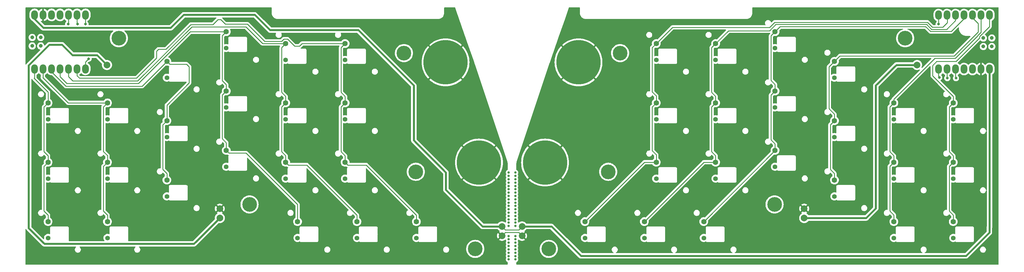
<source format=gtl>
G04 #@! TF.GenerationSoftware,KiCad,Pcbnew,7.0.5-0*
G04 #@! TF.CreationDate,2023-06-04T16:05:39+02:00*
G04 #@! TF.ProjectId,kbd,6b62642e-6b69-4636-9164-5f7063625858,v1.0.0*
G04 #@! TF.SameCoordinates,Original*
G04 #@! TF.FileFunction,Copper,L1,Top*
G04 #@! TF.FilePolarity,Positive*
%FSLAX46Y46*%
G04 Gerber Fmt 4.6, Leading zero omitted, Abs format (unit mm)*
G04 Created by KiCad (PCBNEW 7.0.5-0) date 2023-06-04 16:05:39*
%MOMM*%
%LPD*%
G01*
G04 APERTURE LIST*
G04 #@! TA.AperFunction,ComponentPad*
%ADD10C,0.600000*%
G04 #@! TD*
G04 #@! TA.AperFunction,ComponentPad*
%ADD11C,1.600000*%
G04 #@! TD*
G04 #@! TA.AperFunction,ComponentPad*
%ADD12C,1.400000*%
G04 #@! TD*
G04 #@! TA.AperFunction,ComponentPad*
%ADD13C,2.000000*%
G04 #@! TD*
G04 #@! TA.AperFunction,ComponentPad*
%ADD14C,0.700000*%
G04 #@! TD*
G04 #@! TA.AperFunction,ComponentPad*
%ADD15C,4.400000*%
G04 #@! TD*
G04 #@! TA.AperFunction,ComponentPad*
%ADD16C,13.300000*%
G04 #@! TD*
G04 #@! TA.AperFunction,SMDPad,CuDef*
%ADD17O,1.998980X2.748280*%
G04 #@! TD*
G04 #@! TA.AperFunction,SMDPad,CuDef*
%ADD18C,1.143000*%
G04 #@! TD*
G04 #@! TA.AperFunction,ViaPad*
%ADD19C,0.800000*%
G04 #@! TD*
G04 #@! TA.AperFunction,Conductor*
%ADD20C,0.250000*%
G04 #@! TD*
G04 #@! TA.AperFunction,Conductor*
%ADD21C,0.600000*%
G04 #@! TD*
G04 APERTURE END LIST*
D10*
G04 #@! TO.P,REF\u002A\u002A,1*
G04 #@! TO.N,GND*
X171080000Y-79230000D03*
G04 #@! TD*
G04 #@! TO.P,REF\u002A\u002A,1*
G04 #@! TO.N,GND*
X353010000Y-61460000D03*
G04 #@! TD*
D11*
G04 #@! TO.P,S13,1*
G04 #@! TO.N,P4*
X167679992Y-79369836D03*
D12*
G04 #@! TO.P,S13,2*
G04 #@! TO.N,index_bottom*
X167679992Y-84269836D03*
G04 #@! TD*
D11*
G04 #@! TO.P,S14,1*
G04 #@! TO.N,P4*
X167679992Y-61599836D03*
D12*
G04 #@! TO.P,S14,2*
G04 #@! TO.N,index_home*
X167679992Y-66499836D03*
G04 #@! TD*
D10*
G04 #@! TO.P,REF\u002A\u002A,1*
G04 #@! TO.N,GND*
X192404000Y-97000000D03*
G04 #@! TD*
D13*
G04 #@! TO.P,REF\u002A\u002A,1*
G04 #@! TO.N,GND*
X232390000Y-101400000D03*
G04 #@! TD*
D14*
G04 #@! TO.P,_67,1*
G04 #@! TO.N,N/C*
X155234370Y-92003500D03*
X155711678Y-90851178D03*
X155711678Y-93155822D03*
X156864000Y-90373870D03*
D15*
X156864000Y-92003500D03*
D14*
X156864000Y-93633130D03*
X158016322Y-90851178D03*
X158016322Y-93155822D03*
X158493630Y-92003500D03*
G04 #@! TD*
D11*
G04 #@! TO.P,S34,1*
G04 #@! TO.N,P4_mirror*
X296299992Y-79369836D03*
D12*
G04 #@! TO.P,S34,2*
G04 #@! TO.N,mirror_index_bottom*
X296299992Y-84269836D03*
G04 #@! TD*
D16*
G04 #@! TO.P,_76,1*
G04 #@! TO.N,GND*
X255275000Y-49460000D03*
G04 #@! TD*
D11*
G04 #@! TO.P,S6,1*
G04 #@! TO.N,P1*
X114369992Y-61599836D03*
D12*
G04 #@! TO.P,S6,2*
G04 #@! TO.N,pinky_top*
X114369992Y-66499836D03*
G04 #@! TD*
D10*
G04 #@! TO.P,REF\u002A\u002A,1*
G04 #@! TO.N,GND*
X281930000Y-79230000D03*
G04 #@! TD*
D11*
G04 #@! TO.P,S7,1*
G04 #@! TO.N,P2*
X132139992Y-84700836D03*
D12*
G04 #@! TO.P,S7,2*
G04 #@! TO.N,ring_bottom*
X132139992Y-89600836D03*
G04 #@! TD*
D10*
G04 #@! TO.P,REF\u002A\u002A,1*
G04 #@! TO.N,GND*
X317470000Y-40136000D03*
G04 #@! TD*
D11*
G04 #@! TO.P,S19,1*
G04 #@! TO.N,P3*
X171233992Y-97139836D03*
D12*
G04 #@! TO.P,S19,2*
G04 #@! TO.N,alpha_cluster*
X171233992Y-102039836D03*
G04 #@! TD*
D16*
G04 #@! TO.P,_75,1*
G04 #@! TO.N,GND*
X245275000Y-79460000D03*
G04 #@! TD*
D10*
G04 #@! TO.P,REF\u002A\u002A,1*
G04 #@! TO.N,GND*
X135540000Y-84561000D03*
G04 #@! TD*
G04 #@! TO.P,REF\u002A\u002A,1*
G04 #@! TO.N,GND*
X335240000Y-49021000D03*
G04 #@! TD*
D14*
G04 #@! TO.P,_71,1*
G04 #@! TO.N,N/C*
X351380370Y-42247500D03*
X351857678Y-41095178D03*
X351857678Y-43399822D03*
X353010000Y-40617870D03*
D15*
X353010000Y-42247500D03*
D14*
X353010000Y-43877130D03*
X354162322Y-41095178D03*
X354162322Y-43399822D03*
X354639630Y-42247500D03*
G04 #@! TD*
D11*
G04 #@! TO.P,S9,1*
G04 #@! TO.N,P2*
X132139992Y-49160836D03*
D12*
G04 #@! TO.P,S9,2*
G04 #@! TO.N,ring_top*
X132139992Y-54060836D03*
G04 #@! TD*
D11*
G04 #@! TO.P,S1,1*
G04 #@! TO.N,P0*
X96599992Y-97139836D03*
D12*
G04 #@! TO.P,S1,2*
G04 #@! TO.N,outer_bottom*
X96599992Y-102039836D03*
G04 #@! TD*
D13*
G04 #@! TO.P,REF\u002A\u002A,1*
G04 #@! TO.N,BAT_VCC*
X147979000Y-96069000D03*
G04 #@! TD*
D11*
G04 #@! TO.P,S11,1*
G04 #@! TO.N,P3*
X149909992Y-58045836D03*
D12*
G04 #@! TO.P,S11,2*
G04 #@! TO.N,middle_home*
X149909992Y-62945836D03*
G04 #@! TD*
D11*
G04 #@! TO.P,S22,1*
G04 #@! TO.N,P0_mirror*
X367379992Y-97139836D03*
D12*
G04 #@! TO.P,S22,2*
G04 #@! TO.N,mirror_outer_bottom*
X367379992Y-102039836D03*
G04 #@! TD*
D11*
G04 #@! TO.P,S36,1*
G04 #@! TO.N,P4_mirror*
X296299992Y-43829836D03*
D12*
G04 #@! TO.P,S36,2*
G04 #@! TO.N,mirror_index_top*
X296299992Y-48729836D03*
G04 #@! TD*
D10*
G04 #@! TO.P,REF\u002A\u002A,1*
G04 #@! TO.N,GND*
X278376000Y-97000000D03*
G04 #@! TD*
D11*
G04 #@! TO.P,S12,1*
G04 #@! TO.N,P3*
X149909992Y-40275836D03*
D12*
G04 #@! TO.P,S12,2*
G04 #@! TO.N,middle_top*
X149909992Y-45175836D03*
G04 #@! TD*
D11*
G04 #@! TO.P,S40,1*
G04 #@! TO.N,P3_mirror*
X292745992Y-97139836D03*
D12*
G04 #@! TO.P,S40,2*
G04 #@! TO.N,mirror_alpha_cluster*
X292745992Y-102039836D03*
G04 #@! TD*
D10*
G04 #@! TO.P,REF\u002A\u002A,1*
G04 #@! TO.N,GND*
X135540000Y-49021000D03*
G04 #@! TD*
D13*
G04 #@! TO.P,REF\u002A\u002A,1*
G04 #@! TO.N,RAW*
X232390000Y-98600000D03*
G04 #@! TD*
D11*
G04 #@! TO.P,S3,1*
G04 #@! TO.N,P0*
X96599992Y-61599836D03*
D12*
G04 #@! TO.P,S3,2*
G04 #@! TO.N,outer_top*
X96599992Y-66499836D03*
G04 #@! TD*
D10*
G04 #@! TO.P,REF\u002A\u002A,1*
G04 #@! TO.N,GND*
X299700000Y-79230000D03*
G04 #@! TD*
D11*
G04 #@! TO.P,S15,1*
G04 #@! TO.N,P4*
X167679992Y-43829836D03*
D12*
G04 #@! TO.P,S15,2*
G04 #@! TO.N,index_top*
X167679992Y-48729836D03*
G04 #@! TD*
D11*
G04 #@! TO.P,S5,1*
G04 #@! TO.N,P1*
X114369992Y-79369836D03*
D12*
G04 #@! TO.P,S5,2*
G04 #@! TO.N,pinky_home*
X114369992Y-84269836D03*
G04 #@! TD*
D10*
G04 #@! TO.P,REF\u002A\u002A,1*
G04 #@! TO.N,GND*
X171080000Y-61460000D03*
G04 #@! TD*
D14*
G04 #@! TO.P,,*
G04 #@! TO.N,*
X234390000Y-101460000D03*
X234390000Y-102460000D03*
X234390000Y-103460000D03*
X234390000Y-104460000D03*
X234390000Y-105460000D03*
X234390000Y-106460000D03*
X234390000Y-107460000D03*
X234390000Y-108460000D03*
X236390000Y-101460000D03*
X236390000Y-102460000D03*
X236390000Y-103460000D03*
X236390000Y-104460000D03*
X236390000Y-105460000D03*
X236390000Y-106460000D03*
X236390000Y-107460000D03*
X236390000Y-108460000D03*
G04 #@! TD*
D10*
G04 #@! TO.P,REF\u002A\u002A,1*
G04 #@! TO.N,GND*
X296146000Y-97000000D03*
G04 #@! TD*
G04 #@! TO.P,REF\u002A\u002A,1*
G04 #@! TO.N,GND*
X281930000Y-43690000D03*
G04 #@! TD*
D11*
G04 #@! TO.P,S10,1*
G04 #@! TO.N,P3*
X149909992Y-75815836D03*
D12*
G04 #@! TO.P,S10,2*
G04 #@! TO.N,middle_bottom*
X149909992Y-80715836D03*
G04 #@! TD*
D10*
G04 #@! TO.P,REF\u002A\u002A,1*
G04 #@! TO.N,GND*
X370780000Y-61460000D03*
G04 #@! TD*
D16*
G04 #@! TO.P,_73,1*
G04 #@! TO.N,GND*
X225505000Y-79460000D03*
G04 #@! TD*
D11*
G04 #@! TO.P,S30,1*
G04 #@! TO.N,P2_mirror*
X331839992Y-49160836D03*
D12*
G04 #@! TO.P,S30,2*
G04 #@! TO.N,mirror_ring_top*
X331839992Y-54060836D03*
G04 #@! TD*
D11*
G04 #@! TO.P,S20,1*
G04 #@! TO.N,P4*
X189003992Y-97139836D03*
D12*
G04 #@! TO.P,S20,2*
G04 #@! TO.N,beta_cluster*
X189003992Y-102039836D03*
G04 #@! TD*
D11*
G04 #@! TO.P,S42,1*
G04 #@! TO.N,P5_mirror*
X257205992Y-97139836D03*
D12*
G04 #@! TO.P,S42,2*
G04 #@! TO.N,mirror_gamma_cluster*
X257205992Y-102039836D03*
G04 #@! TD*
D17*
G04 #@! TO.P,MCU2,1*
G04 #@! TO.N,P0_mirror*
X378235820Y-35297120D03*
G04 #@! TO.P,MCU2,2*
G04 #@! TO.N,P1_mirror*
X375695820Y-35297120D03*
G04 #@! TO.P,MCU2,3*
G04 #@! TO.N,P2_mirror*
X373155820Y-35297120D03*
G04 #@! TO.P,MCU2,4*
G04 #@! TO.N,P3_mirror*
X370615820Y-35297120D03*
G04 #@! TO.P,MCU2,5*
G04 #@! TO.N,P4_mirror*
X368075820Y-35297120D03*
G04 #@! TO.P,MCU2,6*
G04 #@! TO.N,P5_mirror*
X365535820Y-35297120D03*
G04 #@! TO.P,MCU2,7*
G04 #@! TO.N,P6_mirror*
X362995820Y-35297120D03*
G04 #@! TO.P,MCU2,8*
G04 #@! TO.N,P7_mirror*
X362995820Y-51461680D03*
G04 #@! TO.P,MCU2,9*
G04 #@! TO.N,P8_mirror*
X365535820Y-51461680D03*
G04 #@! TO.P,MCU2,10*
G04 #@! TO.N,P9_mirror*
X368075820Y-51461680D03*
G04 #@! TO.P,MCU2,11*
G04 #@! TO.N,P10_mirror*
X370615820Y-51461680D03*
G04 #@! TO.P,MCU2,12*
G04 #@! TO.N,VCC_mirror*
X373155820Y-51461680D03*
G04 #@! TO.P,MCU2,13*
G04 #@! TO.N,GND*
X375695820Y-51461680D03*
G04 #@! TO.P,MCU2,14*
G04 #@! TO.N,RAW*
X378235820Y-51461680D03*
D18*
G04 #@! TO.P,MCU2,17*
G04 #@! TO.N,N/C*
X378922187Y-42162803D03*
G04 #@! TO.P,MCU2,18*
X378922187Y-44702803D03*
G04 #@! TO.P,MCU2,19*
X376382187Y-42162803D03*
G04 #@! TO.P,MCU2,20*
X376382187Y-44702803D03*
G04 #@! TD*
D10*
G04 #@! TO.P,REF\u002A\u002A,1*
G04 #@! TO.N,GND*
X188850000Y-43690000D03*
G04 #@! TD*
D11*
G04 #@! TO.P,S28,1*
G04 #@! TO.N,P2_mirror*
X331839992Y-84700836D03*
D12*
G04 #@! TO.P,S28,2*
G04 #@! TO.N,mirror_ring_bottom*
X331839992Y-89600836D03*
G04 #@! TD*
D11*
G04 #@! TO.P,S33,1*
G04 #@! TO.N,P3_mirror*
X314069992Y-40275836D03*
D12*
G04 #@! TO.P,S33,2*
G04 #@! TO.N,mirror_middle_top*
X314069992Y-45175836D03*
G04 #@! TD*
D14*
G04 #@! TO.P,_72,1*
G04 #@! TO.N,N/C*
X312286370Y-92003500D03*
X312763678Y-90851178D03*
X312763678Y-93155822D03*
X313916000Y-90373870D03*
D15*
X313916000Y-92003500D03*
D14*
X313916000Y-93633130D03*
X315068322Y-90851178D03*
X315068322Y-93155822D03*
X315545630Y-92003500D03*
G04 #@! TD*
D13*
G04 #@! TO.P,REF\u002A\u002A,1*
G04 #@! TO.N,BAT_VCC_MIRROR*
X322801000Y-96069000D03*
G04 #@! TD*
D14*
G04 #@! TO.P,_69,1*
G04 #@! TO.N,N/C*
X266084370Y-46690000D03*
X266561678Y-45537678D03*
X266561678Y-47842322D03*
X267714000Y-45060370D03*
D15*
X267714000Y-46690000D03*
D14*
X267714000Y-48319630D03*
X268866322Y-45537678D03*
X268866322Y-47842322D03*
X269343630Y-46690000D03*
G04 #@! TD*
D11*
G04 #@! TO.P,S32,1*
G04 #@! TO.N,P3_mirror*
X314069992Y-58045836D03*
D12*
G04 #@! TO.P,S32,2*
G04 #@! TO.N,mirror_middle_home*
X314069992Y-62945836D03*
G04 #@! TD*
D10*
G04 #@! TO.P,REF\u002A\u002A,1*
G04 #@! TO.N,GND*
X135540000Y-66791000D03*
G04 #@! TD*
G04 #@! TO.P,REF\u002A\u002A,1*
G04 #@! TO.N,GND*
X153310000Y-57906000D03*
G04 #@! TD*
G04 #@! TO.P,REF\u002A\u002A,1*
G04 #@! TO.N,GND*
X353010000Y-97000000D03*
G04 #@! TD*
D11*
G04 #@! TO.P,S25,1*
G04 #@! TO.N,P1_mirror*
X349609992Y-97139836D03*
D12*
G04 #@! TO.P,S25,2*
G04 #@! TO.N,mirror_pinky_bottom*
X349609992Y-102039836D03*
G04 #@! TD*
D10*
G04 #@! TO.P,REF\u002A\u002A,1*
G04 #@! TO.N,GND*
X210174000Y-97000000D03*
G04 #@! TD*
G04 #@! TO.P,REF\u002A\u002A,1*
G04 #@! TO.N,GND*
X317470000Y-75676000D03*
G04 #@! TD*
D13*
G04 #@! TO.P,REF\u002A\u002A,1*
G04 #@! TO.N,GND*
X147979000Y-93269000D03*
G04 #@! TD*
D11*
G04 #@! TO.P,S4,1*
G04 #@! TO.N,P1*
X114369992Y-97139836D03*
D12*
G04 #@! TO.P,S4,2*
G04 #@! TO.N,pinky_bottom*
X114369992Y-102039836D03*
G04 #@! TD*
D10*
G04 #@! TO.P,REF\u002A\u002A,1*
G04 #@! TO.N,GND*
X317470000Y-57906000D03*
G04 #@! TD*
D13*
G04 #@! TO.P,REF\u002A\u002A,1*
G04 #@! TO.N,RAW*
X238390000Y-98600000D03*
G04 #@! TD*
D10*
G04 #@! TO.P,REF\u002A\u002A,1*
G04 #@! TO.N,GND*
X117770000Y-61460000D03*
G04 #@! TD*
D11*
G04 #@! TO.P,S21,1*
G04 #@! TO.N,P5*
X206773992Y-97139836D03*
D12*
G04 #@! TO.P,S21,2*
G04 #@! TO.N,gamma_cluster*
X206773992Y-102039836D03*
G04 #@! TD*
D10*
G04 #@! TO.P,REF\u002A\u002A,1*
G04 #@! TO.N,GND*
X370780000Y-97000000D03*
G04 #@! TD*
G04 #@! TO.P,REF\u002A\u002A,1*
G04 #@! TO.N,GND*
X100000000Y-61460000D03*
G04 #@! TD*
D14*
G04 #@! TO.P,_68,1*
G04 #@! TO.N,N/C*
X262530370Y-82230000D03*
X263007678Y-81077678D03*
X263007678Y-83382322D03*
X264160000Y-80600370D03*
D15*
X264160000Y-82230000D03*
D14*
X264160000Y-83859630D03*
X265312322Y-81077678D03*
X265312322Y-83382322D03*
X265789630Y-82230000D03*
G04 #@! TD*
D10*
G04 #@! TO.P,REF\u002A\u002A,1*
G04 #@! TO.N,GND*
X188850000Y-61460000D03*
G04 #@! TD*
D14*
G04 #@! TO.P,_64,1*
G04 #@! TO.N,N/C*
X201436370Y-46690000D03*
X201913678Y-45537678D03*
X201913678Y-47842322D03*
X203066000Y-45060370D03*
D15*
X203066000Y-46690000D03*
D14*
X203066000Y-48319630D03*
X204218322Y-45537678D03*
X204218322Y-47842322D03*
X204695630Y-46690000D03*
G04 #@! TD*
D16*
G04 #@! TO.P,_74,1*
G04 #@! TO.N,GND*
X215505000Y-49460000D03*
G04 #@! TD*
D10*
G04 #@! TO.P,REF\u002A\u002A,1*
G04 #@! TO.N,GND*
X353010000Y-79230000D03*
G04 #@! TD*
D14*
G04 #@! TO.P,,*
G04 #@! TO.N,*
X234390000Y-82460000D03*
X234390000Y-83460000D03*
X234390000Y-84460000D03*
X234390000Y-85460000D03*
X234390000Y-86460000D03*
X234390000Y-87460000D03*
X234390000Y-88460000D03*
X234390000Y-89460000D03*
X234390000Y-90460000D03*
X234390000Y-91460000D03*
X234390000Y-92460000D03*
X234390000Y-93460000D03*
X234390000Y-94460000D03*
X234390000Y-95460000D03*
X234390000Y-96460000D03*
X234390000Y-97460000D03*
X234390000Y-98460000D03*
X236390000Y-82460000D03*
X236390000Y-83460000D03*
X236390000Y-84460000D03*
X236390000Y-85460000D03*
X236390000Y-86460000D03*
X236390000Y-87460000D03*
X236390000Y-88460000D03*
X236390000Y-89460000D03*
X236390000Y-90460000D03*
X236390000Y-91460000D03*
X236390000Y-92460000D03*
X236390000Y-93460000D03*
X236390000Y-94460000D03*
X236390000Y-95460000D03*
X236390000Y-96460000D03*
X236390000Y-97460000D03*
X236390000Y-98460000D03*
G04 #@! TD*
D10*
G04 #@! TO.P,REF\u002A\u002A,1*
G04 #@! TO.N,GND*
X153310000Y-40136000D03*
G04 #@! TD*
D11*
G04 #@! TO.P,S16,1*
G04 #@! TO.N,P5*
X185449992Y-79369836D03*
D12*
G04 #@! TO.P,S16,2*
G04 #@! TO.N,inner_bottom*
X185449992Y-84269836D03*
G04 #@! TD*
D14*
G04 #@! TO.P,_66,1*
G04 #@! TO.N,N/C*
X116140370Y-42247500D03*
X116617678Y-41095178D03*
X116617678Y-43399822D03*
X117770000Y-40617870D03*
D15*
X117770000Y-42247500D03*
D14*
X117770000Y-43877130D03*
X118922322Y-41095178D03*
X118922322Y-43399822D03*
X119399630Y-42247500D03*
G04 #@! TD*
D13*
G04 #@! TO.P,REF\u002A\u002A,1*
G04 #@! TO.N,GND*
X238390000Y-101400000D03*
G04 #@! TD*
D11*
G04 #@! TO.P,S41,1*
G04 #@! TO.N,P4_mirror*
X274975992Y-97139836D03*
D12*
G04 #@! TO.P,S41,2*
G04 #@! TO.N,mirror_beta_cluster*
X274975992Y-102039836D03*
G04 #@! TD*
D14*
G04 #@! TO.P,_70,1*
G04 #@! TO.N,N/C*
X244760370Y-105331000D03*
X245237678Y-104178678D03*
X245237678Y-106483322D03*
X246390000Y-103701370D03*
D15*
X246390000Y-105331000D03*
D14*
X246390000Y-106960630D03*
X247542322Y-104178678D03*
X247542322Y-106483322D03*
X248019630Y-105331000D03*
G04 #@! TD*
D10*
G04 #@! TO.P,REF\u002A\u002A,1*
G04 #@! TO.N,GND*
X335240000Y-84561000D03*
G04 #@! TD*
G04 #@! TO.P,REF\u002A\u002A,1*
G04 #@! TO.N,GND*
X100000000Y-97000000D03*
G04 #@! TD*
D17*
G04 #@! TO.P,MCU1,1*
G04 #@! TO.N,P0*
X92544180Y-51410880D03*
G04 #@! TO.P,MCU1,2*
G04 #@! TO.N,P1*
X95084180Y-51410880D03*
G04 #@! TO.P,MCU1,3*
G04 #@! TO.N,P2*
X97624180Y-51410880D03*
G04 #@! TO.P,MCU1,4*
G04 #@! TO.N,P3*
X100164180Y-51410880D03*
G04 #@! TO.P,MCU1,5*
G04 #@! TO.N,P4*
X102704180Y-51410880D03*
G04 #@! TO.P,MCU1,6*
G04 #@! TO.N,P5*
X105244180Y-51410880D03*
G04 #@! TO.P,MCU1,7*
G04 #@! TO.N,P6*
X107784180Y-51410880D03*
G04 #@! TO.P,MCU1,8*
G04 #@! TO.N,P7*
X107784180Y-35246320D03*
G04 #@! TO.P,MCU1,9*
G04 #@! TO.N,P8*
X105244180Y-35246320D03*
G04 #@! TO.P,MCU1,10*
G04 #@! TO.N,P9*
X102704180Y-35246320D03*
G04 #@! TO.P,MCU1,11*
G04 #@! TO.N,P10*
X100164180Y-35246320D03*
G04 #@! TO.P,MCU1,12*
G04 #@! TO.N,VCC*
X97624180Y-35246320D03*
G04 #@! TO.P,MCU1,13*
G04 #@! TO.N,GND*
X95084180Y-35246320D03*
G04 #@! TO.P,MCU1,14*
G04 #@! TO.N,RAW*
X92544180Y-35246320D03*
D18*
G04 #@! TO.P,MCU1,17*
G04 #@! TO.N,N/C*
X91857813Y-44545197D03*
G04 #@! TO.P,MCU1,18*
X91857813Y-42005197D03*
G04 #@! TO.P,MCU1,19*
X94397813Y-44545197D03*
G04 #@! TO.P,MCU1,20*
X94397813Y-42005197D03*
G04 #@! TD*
D10*
G04 #@! TO.P,REF\u002A\u002A,1*
G04 #@! TO.N,GND*
X281930000Y-61460000D03*
G04 #@! TD*
G04 #@! TO.P,REF\u002A\u002A,1*
G04 #@! TO.N,GND*
X117770000Y-97000000D03*
G04 #@! TD*
D11*
G04 #@! TO.P,S23,1*
G04 #@! TO.N,P0_mirror*
X367379992Y-79369836D03*
D12*
G04 #@! TO.P,S23,2*
G04 #@! TO.N,mirror_outer_home*
X367379992Y-84269836D03*
G04 #@! TD*
D10*
G04 #@! TO.P,REF\u002A\u002A,1*
G04 #@! TO.N,GND*
X370780000Y-79230000D03*
G04 #@! TD*
D11*
G04 #@! TO.P,S2,1*
G04 #@! TO.N,P0*
X96599992Y-79369836D03*
D12*
G04 #@! TO.P,S2,2*
G04 #@! TO.N,outer_home*
X96599992Y-84269836D03*
G04 #@! TD*
D10*
G04 #@! TO.P,REF\u002A\u002A,1*
G04 #@! TO.N,GND*
X171080000Y-43690000D03*
G04 #@! TD*
G04 #@! TO.P,REF\u002A\u002A,1*
G04 #@! TO.N,GND*
X260606000Y-97000000D03*
G04 #@! TD*
G04 #@! TO.P,REF\u002A\u002A,1*
G04 #@! TO.N,GND*
X117770000Y-79230000D03*
G04 #@! TD*
D13*
G04 #@! TO.P,REF\u002A\u002A,1*
G04 #@! TO.N,BAT_VCC*
X114216000Y-50244000D03*
G04 #@! TD*
D10*
G04 #@! TO.P,REF\u002A\u002A,1*
G04 #@! TO.N,GND*
X153310000Y-75676000D03*
G04 #@! TD*
D11*
G04 #@! TO.P,S38,1*
G04 #@! TO.N,P5_mirror*
X278529992Y-61599836D03*
D12*
G04 #@! TO.P,S38,2*
G04 #@! TO.N,mirror_inner_home*
X278529992Y-66499836D03*
G04 #@! TD*
D13*
G04 #@! TO.P,REF\u002A\u002A,1*
G04 #@! TO.N,BAT_VCC_MIRROR*
X356564000Y-50244000D03*
G04 #@! TD*
D11*
G04 #@! TO.P,S27,1*
G04 #@! TO.N,P1_mirror*
X349609992Y-61599836D03*
D12*
G04 #@! TO.P,S27,2*
G04 #@! TO.N,mirror_pinky_top*
X349609992Y-66499836D03*
G04 #@! TD*
D11*
G04 #@! TO.P,S8,1*
G04 #@! TO.N,P2*
X132139992Y-66930836D03*
D12*
G04 #@! TO.P,S8,2*
G04 #@! TO.N,ring_home*
X132139992Y-71830836D03*
G04 #@! TD*
D11*
G04 #@! TO.P,S29,1*
G04 #@! TO.N,P2_mirror*
X331839992Y-66930836D03*
D12*
G04 #@! TO.P,S29,2*
G04 #@! TO.N,mirror_ring_home*
X331839992Y-71830836D03*
G04 #@! TD*
D10*
G04 #@! TO.P,REF\u002A\u002A,1*
G04 #@! TO.N,GND*
X299700000Y-43690000D03*
G04 #@! TD*
D11*
G04 #@! TO.P,S35,1*
G04 #@! TO.N,P4_mirror*
X296299992Y-61599836D03*
D12*
G04 #@! TO.P,S35,2*
G04 #@! TO.N,mirror_index_home*
X296299992Y-66499836D03*
G04 #@! TD*
D10*
G04 #@! TO.P,REF\u002A\u002A,1*
G04 #@! TO.N,GND*
X100000000Y-79230000D03*
G04 #@! TD*
D11*
G04 #@! TO.P,S24,1*
G04 #@! TO.N,P0_mirror*
X367379992Y-61599836D03*
D12*
G04 #@! TO.P,S24,2*
G04 #@! TO.N,mirror_outer_top*
X367379992Y-66499836D03*
G04 #@! TD*
D11*
G04 #@! TO.P,S37,1*
G04 #@! TO.N,P5_mirror*
X278529992Y-79369836D03*
D12*
G04 #@! TO.P,S37,2*
G04 #@! TO.N,mirror_inner_bottom*
X278529992Y-84269836D03*
G04 #@! TD*
D14*
G04 #@! TO.P,_65,1*
G04 #@! TO.N,N/C*
X222760370Y-105331000D03*
X223237678Y-104178678D03*
X223237678Y-106483322D03*
X224390000Y-103701370D03*
D15*
X224390000Y-105331000D03*
D14*
X224390000Y-106960630D03*
X225542322Y-104178678D03*
X225542322Y-106483322D03*
X226019630Y-105331000D03*
G04 #@! TD*
D11*
G04 #@! TO.P,S39,1*
G04 #@! TO.N,P5_mirror*
X278529992Y-43829836D03*
D12*
G04 #@! TO.P,S39,2*
G04 #@! TO.N,mirror_inner_top*
X278529992Y-48729836D03*
G04 #@! TD*
D11*
G04 #@! TO.P,S26,1*
G04 #@! TO.N,P1_mirror*
X349609992Y-79369836D03*
D12*
G04 #@! TO.P,S26,2*
G04 #@! TO.N,mirror_pinky_home*
X349609992Y-84269836D03*
G04 #@! TD*
D10*
G04 #@! TO.P,REF\u002A\u002A,1*
G04 #@! TO.N,GND*
X188850000Y-79230000D03*
G04 #@! TD*
D11*
G04 #@! TO.P,S18,1*
G04 #@! TO.N,P5*
X185449992Y-43829836D03*
D12*
G04 #@! TO.P,S18,2*
G04 #@! TO.N,inner_top*
X185449992Y-48729836D03*
G04 #@! TD*
D10*
G04 #@! TO.P,REF\u002A\u002A,1*
G04 #@! TO.N,GND*
X174634000Y-97000000D03*
G04 #@! TD*
G04 #@! TO.P,REF\u002A\u002A,1*
G04 #@! TO.N,GND*
X299700000Y-61460000D03*
G04 #@! TD*
G04 #@! TO.P,REF\u002A\u002A,1*
G04 #@! TO.N,GND*
X335240000Y-66791000D03*
G04 #@! TD*
D11*
G04 #@! TO.P,S17,1*
G04 #@! TO.N,P5*
X185449992Y-61599836D03*
D12*
G04 #@! TO.P,S17,2*
G04 #@! TO.N,inner_home*
X185449992Y-66499836D03*
G04 #@! TD*
D11*
G04 #@! TO.P,S31,1*
G04 #@! TO.N,P3_mirror*
X314069992Y-75815836D03*
D12*
G04 #@! TO.P,S31,2*
G04 #@! TO.N,mirror_middle_bottom*
X314069992Y-80715836D03*
G04 #@! TD*
D14*
G04 #@! TO.P,_63,1*
G04 #@! TO.N,N/C*
X204990370Y-82230000D03*
X205467678Y-81077678D03*
X205467678Y-83382322D03*
X206620000Y-80600370D03*
D15*
X206620000Y-82230000D03*
D14*
X206620000Y-83859630D03*
X207772322Y-81077678D03*
X207772322Y-83382322D03*
X208249630Y-82230000D03*
G04 #@! TD*
D13*
G04 #@! TO.P,REF\u002A\u002A,1*
G04 #@! TO.N,GND*
X322801000Y-93269000D03*
G04 #@! TD*
D19*
G04 #@! TO.N,P9*
X102600000Y-38000000D03*
G04 #@! TO.N,P8*
X105400000Y-38000000D03*
G04 #@! TO.N,P7*
X107800000Y-38000000D03*
G04 #@! TO.N,P6*
X108724500Y-48400000D03*
G04 #@! TO.N,P9_mirror*
X368200000Y-54200000D03*
G04 #@! TO.N,P8_mirror*
X365600000Y-54200000D03*
G04 #@! TO.N,P7_mirror*
X363200000Y-54000000D03*
G04 #@! TO.N,P6_mirror*
X363000000Y-38000000D03*
G04 #@! TD*
D20*
G04 #@! TO.N,P0*
X95374992Y-93959610D02*
X96599992Y-95184610D01*
X96599992Y-77414610D02*
X96599992Y-79369836D01*
X96599992Y-58399992D02*
X96599992Y-61599836D01*
X95374992Y-62824836D02*
X95374992Y-76189610D01*
X96599992Y-79369836D02*
X95374992Y-80594836D01*
X92400000Y-54200000D02*
X96599992Y-58399992D01*
X92544180Y-51410880D02*
X92544180Y-54055820D01*
X95374992Y-76189610D02*
X96599992Y-77414610D01*
X96599992Y-61599836D02*
X95374992Y-62824836D01*
X95374992Y-80594836D02*
X95374992Y-93959610D01*
X92544180Y-54055820D02*
X92400000Y-54200000D01*
X96599992Y-95184610D02*
X96599992Y-97139836D01*
G04 #@! TO.N,P1*
X95000000Y-54000000D02*
X102599836Y-61599836D01*
X114369992Y-95184610D02*
X114369992Y-97139836D01*
X113144992Y-80594836D02*
X113144992Y-93959610D01*
X113144992Y-62824836D02*
X113144992Y-76144992D01*
X95084180Y-51410880D02*
X95084180Y-53915820D01*
X113144992Y-76144992D02*
X114369992Y-77369992D01*
X95084180Y-53915820D02*
X95000000Y-54000000D01*
X114369992Y-79369836D02*
X113144992Y-80594836D01*
X113144992Y-93959610D02*
X114369992Y-95184610D01*
X114369992Y-77369992D02*
X114369992Y-79369836D01*
X114369992Y-61599836D02*
X113144992Y-62824836D01*
X102599836Y-61599836D02*
X114369992Y-61599836D01*
G04 #@! TO.N,P2*
X130914992Y-81520610D02*
X132139992Y-82745610D01*
X97624180Y-52285720D02*
X101938460Y-56600000D01*
X124700828Y-56600000D02*
X132139992Y-49160836D01*
X138800000Y-55600000D02*
X138800000Y-50800000D01*
X101938460Y-56600000D02*
X124700828Y-56600000D01*
X130914992Y-68155836D02*
X130914992Y-81520610D01*
X132979156Y-50000000D02*
X132139992Y-49160836D01*
X132139992Y-82745610D02*
X132139992Y-84700836D01*
X132139992Y-62260008D02*
X138800000Y-55600000D01*
X132139992Y-66930836D02*
X130914992Y-68155836D01*
X138000000Y-50000000D02*
X132979156Y-50000000D01*
X97624180Y-51410880D02*
X97624180Y-52285720D01*
X138800000Y-50800000D02*
X138000000Y-50000000D01*
X132139992Y-66930836D02*
X132139992Y-62260008D01*
G04 #@! TO.N,P3*
X148684992Y-72284992D02*
X149909992Y-73509992D01*
X155800000Y-76600000D02*
X171233992Y-92033992D01*
X149909992Y-75815836D02*
X150694156Y-76600000D01*
X149909992Y-40275836D02*
X148684992Y-41500836D01*
X148684992Y-59270836D02*
X148684992Y-72284992D01*
X171233992Y-92033992D02*
X171233992Y-97139836D01*
X123626995Y-55800000D02*
X102200000Y-55800000D01*
X139151159Y-40275836D02*
X123626995Y-55800000D01*
X100164180Y-53764180D02*
X100164180Y-51410880D01*
X149909992Y-73509992D02*
X149909992Y-75815836D01*
X149909992Y-58045836D02*
X148684992Y-59270836D01*
X148684992Y-54884992D02*
X149909992Y-56109992D01*
X149909992Y-40275836D02*
X139151159Y-40275836D01*
X150694156Y-76600000D02*
X155800000Y-76600000D01*
X148684992Y-41500836D02*
X148684992Y-54884992D01*
X102200000Y-55800000D02*
X100164180Y-53764180D01*
X149909992Y-56109992D02*
X149909992Y-58045836D01*
G04 #@! TO.N,P4*
X102704180Y-53704180D02*
X104000000Y-55000000D01*
X167679992Y-77414610D02*
X167679992Y-79369836D01*
X160829836Y-43829836D02*
X167679992Y-43829836D01*
X104000000Y-55000000D02*
X123400000Y-55000000D01*
X167679992Y-43829836D02*
X166454992Y-45054836D01*
X174019382Y-80200000D02*
X189003992Y-95184610D01*
X166454992Y-58419610D02*
X167679992Y-59644610D01*
X167679992Y-79369836D02*
X168510156Y-80200000D01*
X167679992Y-59644610D02*
X167679992Y-61599836D01*
X139600000Y-38800000D02*
X155800000Y-38800000D01*
X168510156Y-80200000D02*
X174019382Y-80200000D01*
X166454992Y-62824836D02*
X166454992Y-76189610D01*
X167679992Y-61599836D02*
X166454992Y-62824836D01*
X189003992Y-95184610D02*
X189003992Y-97139836D01*
X155800000Y-38800000D02*
X160829836Y-43829836D01*
X166454992Y-76189610D02*
X167679992Y-77414610D01*
X166454992Y-45054836D02*
X166454992Y-58419610D01*
X102704180Y-51410880D02*
X102704180Y-53704180D01*
X123400000Y-55000000D02*
X139600000Y-38800000D01*
G04 #@! TO.N,P5*
X185449992Y-77414610D02*
X185449992Y-79369836D01*
X185449992Y-43829836D02*
X184224992Y-45054836D01*
X170323989Y-44600000D02*
X171800000Y-44600000D01*
X156200000Y-38000000D02*
X161379836Y-43179836D01*
X167131159Y-42504836D02*
X168228825Y-42504836D01*
X185449992Y-59644610D02*
X185449992Y-61599836D01*
X184224992Y-58419610D02*
X185449992Y-59644610D01*
X161379836Y-43179836D02*
X166456159Y-43179836D01*
X129613766Y-45531836D02*
X131868164Y-45531836D01*
X147383766Y-36646836D02*
X148236218Y-36646836D01*
X149589382Y-38000000D02*
X156200000Y-38000000D01*
X106000000Y-54200000D02*
X123000000Y-54200000D01*
X185449992Y-61599836D02*
X184224992Y-62824836D01*
X105244180Y-53444180D02*
X106000000Y-54200000D01*
X105244180Y-51410880D02*
X105244180Y-53444180D01*
X186280156Y-80200000D02*
X191789382Y-80200000D01*
X184224992Y-76189610D02*
X185449992Y-77414610D01*
X129010992Y-46134610D02*
X129613766Y-45531836D01*
X129010992Y-48189008D02*
X129010992Y-46134610D01*
X206773992Y-95184610D02*
X206773992Y-97139836D01*
X171800000Y-44600000D02*
X172600000Y-43800000D01*
X139250000Y-38150000D02*
X145880602Y-38150000D01*
X168228825Y-42504836D02*
X170323989Y-44600000D01*
X184224992Y-45054836D02*
X184224992Y-58419610D01*
X185449992Y-79369836D02*
X186280156Y-80200000D01*
X191789382Y-80200000D02*
X206773992Y-95184610D01*
X166456159Y-43179836D02*
X167131159Y-42504836D01*
X123000000Y-54200000D02*
X129010992Y-48189008D01*
X172600000Y-43800000D02*
X185420156Y-43800000D01*
X131868164Y-45531836D02*
X139250000Y-38150000D01*
X145880602Y-38150000D02*
X147383766Y-36646836D01*
X148236218Y-36646836D02*
X149589382Y-38000000D01*
X185420156Y-43800000D02*
X185449992Y-43829836D01*
X184224992Y-62824836D02*
X184224992Y-76189610D01*
G04 #@! TO.N,P0_mirror*
X378235820Y-38758484D02*
X376345820Y-40648484D01*
X375928001Y-41066303D02*
X375285687Y-41708617D01*
X367379992Y-77414610D02*
X367379992Y-79369836D01*
X376345820Y-40685542D02*
X375965059Y-41066303D01*
X367379992Y-79369836D02*
X366154992Y-80594836D01*
X378235820Y-35297120D02*
X378235820Y-38758484D01*
X367379992Y-61599836D02*
X366154992Y-62824836D01*
X367379992Y-59644610D02*
X367379992Y-61599836D01*
X366154992Y-62824836D02*
X366154992Y-76189610D01*
X375965059Y-41066303D02*
X375928001Y-41066303D01*
X366154992Y-80594836D02*
X366154992Y-93959610D01*
X366154992Y-93959610D02*
X367379992Y-95184610D01*
X367379992Y-95184610D02*
X367379992Y-97139836D01*
X361200000Y-50400000D02*
X361200000Y-53464618D01*
X362400000Y-49200000D02*
X361200000Y-50400000D01*
X376345820Y-40648484D02*
X376345820Y-40685542D01*
X366154992Y-76189610D02*
X367379992Y-77414610D01*
X375285687Y-42114313D02*
X368200000Y-49200000D01*
X368200000Y-49200000D02*
X362400000Y-49200000D01*
X361200000Y-53464618D02*
X367379992Y-59644610D01*
X375285687Y-41708617D02*
X375285687Y-42114313D01*
G04 #@! TO.N,P1_mirror*
X361878458Y-48200000D02*
X368000000Y-48200000D01*
X368000000Y-48200000D02*
X374635687Y-41564313D01*
X374635687Y-41439379D02*
X375658763Y-40416303D01*
X349609992Y-61599836D02*
X348384992Y-62824836D01*
X349609992Y-95184610D02*
X349609992Y-97139836D01*
X349609992Y-79369836D02*
X348384992Y-80594836D01*
X348384992Y-76189610D02*
X349609992Y-77414610D01*
X348384992Y-62824836D02*
X348384992Y-76189610D01*
X348384992Y-80594836D02*
X348384992Y-93959610D01*
X374635687Y-41564313D02*
X374635687Y-41439379D01*
X375695820Y-40416303D02*
X375695820Y-35297120D01*
X349609992Y-77414610D02*
X349609992Y-79369836D01*
X349609992Y-61599836D02*
X349609992Y-60468466D01*
X375658763Y-40416303D02*
X375695820Y-40416303D01*
X348384992Y-93959610D02*
X349609992Y-95184610D01*
X349609992Y-60468466D02*
X361878458Y-48200000D01*
G04 #@! TO.N,P2_mirror*
X330200000Y-50800828D02*
X330200000Y-63335618D01*
X330614992Y-68155836D02*
X330614992Y-81520610D01*
X333450828Y-47550000D02*
X331839992Y-49160836D01*
X374814820Y-40341007D02*
X367605827Y-47550000D01*
X331839992Y-82745610D02*
X331839992Y-84700836D01*
X331839992Y-66930836D02*
X330614992Y-68155836D01*
X331839992Y-64975610D02*
X331839992Y-66930836D01*
X330614992Y-81520610D02*
X331839992Y-82745610D01*
X373155820Y-36155820D02*
X374814820Y-37814820D01*
X374814820Y-37814820D02*
X374814820Y-40341007D01*
X373155820Y-35297120D02*
X373155820Y-36155820D01*
X331839992Y-49160836D02*
X330200000Y-50800828D01*
X367605827Y-47550000D02*
X333450828Y-47550000D01*
X330200000Y-63335618D02*
X331839992Y-64975610D01*
G04 #@! TO.N,P3_mirror*
X314069992Y-58045836D02*
X312844992Y-59270836D01*
X314069992Y-40275836D02*
X312844992Y-41500836D01*
X314069992Y-56069992D02*
X314069992Y-58045836D01*
X366775000Y-40225000D02*
X360586522Y-40225000D01*
X312844992Y-54844992D02*
X314069992Y-56069992D01*
X370615820Y-36384180D02*
X366775000Y-40225000D01*
X359113585Y-38752062D02*
X315593766Y-38752062D01*
X314069992Y-75815836D02*
X292745992Y-97139836D01*
X312844992Y-41500836D02*
X312844992Y-54844992D01*
X315593766Y-38752062D02*
X314069992Y-40275836D01*
X370615820Y-35297120D02*
X370615820Y-36384180D01*
X360586522Y-40225000D02*
X359113585Y-38752062D01*
X312844992Y-59270836D02*
X312844992Y-72644992D01*
X312844992Y-72644992D02*
X314069992Y-73869992D01*
X314069992Y-73869992D02*
X314069992Y-75815836D01*
G04 #@! TO.N,P4_mirror*
X292745992Y-79369836D02*
X274975992Y-97139836D01*
X300129828Y-40000000D02*
X296299992Y-43829836D01*
X368075820Y-36924180D02*
X365425000Y-39575000D01*
X365425000Y-39575000D02*
X360855761Y-39575000D01*
X312400000Y-40000000D02*
X300129828Y-40000000D01*
X295074992Y-76189610D02*
X296299992Y-77414610D01*
X368075820Y-35297120D02*
X368075820Y-36924180D01*
X360855761Y-39575000D02*
X359382823Y-38102062D01*
X296299992Y-43829836D02*
X295074992Y-45054836D01*
X359382823Y-38102062D02*
X314297938Y-38102062D01*
X296299992Y-61599836D02*
X295074992Y-62824836D01*
X295074992Y-62824836D02*
X295074992Y-76189610D01*
X296299992Y-79369836D02*
X292745992Y-79369836D01*
X295074992Y-45054836D02*
X295074992Y-58419610D01*
X296299992Y-59644610D02*
X296299992Y-61599836D01*
X314297938Y-38102062D02*
X312400000Y-40000000D01*
X296299992Y-77414610D02*
X296299992Y-79369836D01*
X295074992Y-58419610D02*
X296299992Y-59644610D01*
G04 #@! TO.N,P5_mirror*
X364275000Y-38925000D02*
X361125000Y-38925000D01*
X313944156Y-37452062D02*
X312396218Y-39000000D01*
X278529992Y-43829836D02*
X277304992Y-45054836D01*
X277304992Y-58304992D02*
X278529992Y-59529992D01*
X278529992Y-59529992D02*
X278529992Y-61599836D01*
X365535820Y-35297120D02*
X365535820Y-35264180D01*
X274975992Y-79369836D02*
X257205992Y-97139836D01*
X278529992Y-61599836D02*
X277304992Y-62824836D01*
X278529992Y-77129992D02*
X278529992Y-79369836D01*
X277304992Y-75904992D02*
X278529992Y-77129992D01*
X361125000Y-38925000D02*
X359652061Y-37452062D01*
X365535820Y-35264180D02*
X365600000Y-35200000D01*
X278529992Y-79369836D02*
X274975992Y-79369836D01*
X283359828Y-39000000D02*
X278529992Y-43829836D01*
X359652061Y-37452062D02*
X313944156Y-37452062D01*
X277304992Y-45054836D02*
X277304992Y-58304992D01*
X312396218Y-39000000D02*
X283359828Y-39000000D01*
X365600000Y-35200000D02*
X365600000Y-37600000D01*
X277304992Y-62824836D02*
X277304992Y-75904992D01*
X365600000Y-37600000D02*
X364275000Y-38925000D01*
G04 #@! TO.N,P9*
X102600000Y-38000000D02*
X102704180Y-37895820D01*
X102704180Y-37895820D02*
X102704180Y-35246320D01*
G04 #@! TO.N,P8*
X105244180Y-35246320D02*
X105244180Y-37844180D01*
X105244180Y-37844180D02*
X105400000Y-38000000D01*
G04 #@! TO.N,P7*
X107784180Y-37984180D02*
X107800000Y-38000000D01*
X107784180Y-35246320D02*
X107784180Y-37984180D01*
G04 #@! TO.N,P6*
X107784180Y-49340320D02*
X107784180Y-51410880D01*
X108724500Y-48400000D02*
X107784180Y-49340320D01*
G04 #@! TO.N,P9_mirror*
X368075820Y-54075820D02*
X368200000Y-54200000D01*
X368075820Y-51461680D02*
X368075820Y-54075820D01*
G04 #@! TO.N,P8_mirror*
X365535820Y-54135820D02*
X365600000Y-54200000D01*
X365535820Y-51461680D02*
X365535820Y-54135820D01*
G04 #@! TO.N,P7_mirror*
X362995820Y-51461680D02*
X362995820Y-53795820D01*
X362995820Y-53795820D02*
X363200000Y-54000000D01*
G04 #@! TO.N,P6_mirror*
X362995820Y-37995820D02*
X363000000Y-38000000D01*
X362995820Y-35297120D02*
X362995820Y-37995820D01*
G04 #@! TO.N,GND*
X233390000Y-100400000D02*
X237390000Y-100400000D01*
X232390000Y-101400000D02*
X233390000Y-100400000D01*
X237390000Y-100400000D02*
X238390000Y-101400000D01*
D21*
G04 #@! TO.N,BAT_VCC*
X140248000Y-103800000D02*
X147979000Y-96069000D01*
X114216000Y-50244000D02*
X111272000Y-47300000D01*
X96976968Y-44200000D02*
X90800000Y-50376968D01*
X90800000Y-99100000D02*
X95500000Y-103800000D01*
X111272000Y-47300000D02*
X103900000Y-47300000D01*
X100800000Y-44200000D02*
X96976968Y-44200000D01*
X90800000Y-50376968D02*
X90800000Y-99100000D01*
X103900000Y-47300000D02*
X100800000Y-44200000D01*
X95500000Y-103800000D02*
X140248000Y-103800000D01*
G04 #@! TO.N,BAT_VCC_MIRROR*
X344200000Y-56400000D02*
X344200000Y-93200000D01*
X350356000Y-50244000D02*
X344200000Y-56400000D01*
X344200000Y-93200000D02*
X341331000Y-96069000D01*
X341331000Y-96069000D02*
X322801000Y-96069000D01*
X356564000Y-50244000D02*
X350356000Y-50244000D01*
G04 #@! TO.N,RAW*
X163000000Y-39800000D02*
X189400000Y-39800000D01*
D20*
X233390000Y-99600000D02*
X232390000Y-98600000D01*
X237400000Y-99600000D02*
X233390000Y-99600000D01*
D21*
X215600000Y-82400000D02*
X215600000Y-87600000D01*
D20*
X238390000Y-98600000D02*
X238400000Y-98600000D01*
D21*
X92544180Y-36471160D02*
X95173020Y-39100000D01*
X378200000Y-100400000D02*
X371200000Y-107400000D01*
X206000000Y-72800000D02*
X215600000Y-82400000D01*
X137200000Y-35200000D02*
X158400000Y-35200000D01*
X371200000Y-107400000D02*
X256000000Y-107400000D01*
X247200000Y-98600000D02*
X238390000Y-98600000D01*
X226600000Y-98600000D02*
X232390000Y-98600000D01*
X206000000Y-56400000D02*
X206000000Y-72800000D01*
X92544180Y-35246320D02*
X92544180Y-36471160D01*
D20*
X238400000Y-98600000D02*
X237400000Y-99600000D01*
D21*
X378235820Y-51461680D02*
X378235820Y-98779786D01*
X189400000Y-39800000D02*
X206000000Y-56400000D01*
X378200000Y-98815606D02*
X378200000Y-100400000D01*
X256000000Y-107400000D02*
X247200000Y-98600000D01*
X158400000Y-35200000D02*
X163000000Y-39800000D01*
X215600000Y-87600000D02*
X226600000Y-98600000D01*
X95173020Y-39100000D02*
X133300000Y-39100000D01*
X378235820Y-98779786D02*
X378200000Y-98815606D01*
X133300000Y-39100000D02*
X137200000Y-35200000D01*
G04 #@! TD*
G04 #@! TA.AperFunction,Conductor*
G04 #@! TO.N,GND*
G36*
X158080785Y-36028185D02*
G01*
X158101427Y-36044819D01*
X162361546Y-40304937D01*
X162361556Y-40304948D01*
X162363888Y-40307280D01*
X162363889Y-40307281D01*
X162492719Y-40436111D01*
X162528464Y-40458571D01*
X162534135Y-40462595D01*
X162567129Y-40488907D01*
X162567130Y-40488908D01*
X162605150Y-40507217D01*
X162611242Y-40510584D01*
X162646984Y-40533043D01*
X162686819Y-40546981D01*
X162693245Y-40549642D01*
X162731279Y-40567959D01*
X162731285Y-40567960D01*
X162731287Y-40567961D01*
X162772433Y-40577352D01*
X162779110Y-40579274D01*
X162818953Y-40593217D01*
X162859917Y-40597832D01*
X162860894Y-40597942D01*
X162867755Y-40599108D01*
X162871707Y-40600010D01*
X162908903Y-40608500D01*
X162954594Y-40608500D01*
X164675587Y-40608500D01*
X164742626Y-40628185D01*
X164788381Y-40680989D01*
X164798325Y-40750147D01*
X164788868Y-40782931D01*
X164738071Y-40897024D01*
X164715022Y-40948793D01*
X164675492Y-41134769D01*
X164675492Y-41324902D01*
X164714860Y-41510117D01*
X164715023Y-41510881D01*
X164792357Y-41684577D01*
X164904115Y-41838398D01*
X165045412Y-41965622D01*
X165210072Y-42060689D01*
X165390900Y-42119444D01*
X165532591Y-42134336D01*
X165532596Y-42134336D01*
X165627388Y-42134336D01*
X165627393Y-42134336D01*
X165769084Y-42119444D01*
X165949912Y-42060689D01*
X166114572Y-41965622D01*
X166255869Y-41838398D01*
X166367627Y-41684577D01*
X166444961Y-41510881D01*
X166484492Y-41324903D01*
X166484492Y-41134769D01*
X166444961Y-40948791D01*
X166371116Y-40782933D01*
X166361833Y-40713685D01*
X166391461Y-40650409D01*
X166450596Y-40613196D01*
X166484397Y-40608500D01*
X182445587Y-40608500D01*
X182512626Y-40628185D01*
X182558381Y-40680989D01*
X182568325Y-40750147D01*
X182558868Y-40782931D01*
X182508071Y-40897024D01*
X182485022Y-40948793D01*
X182445492Y-41134769D01*
X182445492Y-41324902D01*
X182484860Y-41510117D01*
X182485023Y-41510881D01*
X182562357Y-41684577D01*
X182674115Y-41838398D01*
X182815412Y-41965622D01*
X182980072Y-42060689D01*
X183160900Y-42119444D01*
X183302591Y-42134336D01*
X183302596Y-42134336D01*
X183397388Y-42134336D01*
X183397393Y-42134336D01*
X183539084Y-42119444D01*
X183719912Y-42060689D01*
X183884572Y-41965622D01*
X184025869Y-41838398D01*
X184137627Y-41684577D01*
X184214961Y-41510881D01*
X184254492Y-41324903D01*
X184254492Y-41134769D01*
X184214961Y-40948791D01*
X184141116Y-40782933D01*
X184131833Y-40713685D01*
X184161461Y-40650409D01*
X184220596Y-40613196D01*
X184254397Y-40608500D01*
X189013746Y-40608500D01*
X189080785Y-40628185D01*
X189101427Y-40644819D01*
X205155181Y-56698573D01*
X205188666Y-56759896D01*
X205191500Y-56786254D01*
X205191500Y-72891102D01*
X205200891Y-72932244D01*
X205202057Y-72939104D01*
X205206781Y-72981041D01*
X205206783Y-72981047D01*
X205220721Y-73020884D01*
X205222646Y-73027566D01*
X205232038Y-73068711D01*
X205232043Y-73068724D01*
X205250353Y-73106746D01*
X205253015Y-73113174D01*
X205266955Y-73153011D01*
X205266957Y-73153015D01*
X205289411Y-73188751D01*
X205292777Y-73194841D01*
X205311090Y-73232869D01*
X205311091Y-73232871D01*
X205337407Y-73265869D01*
X205341431Y-73271540D01*
X205363889Y-73307281D01*
X205396196Y-73339589D01*
X205396197Y-73339589D01*
X205413635Y-73357028D01*
X205413638Y-73357030D01*
X214755181Y-82698573D01*
X214788666Y-82759896D01*
X214791500Y-82786254D01*
X214791500Y-87691102D01*
X214800891Y-87732244D01*
X214802057Y-87739104D01*
X214806781Y-87781041D01*
X214806783Y-87781047D01*
X214820721Y-87820884D01*
X214822646Y-87827566D01*
X214832038Y-87868711D01*
X214832043Y-87868724D01*
X214850353Y-87906746D01*
X214853015Y-87913174D01*
X214866955Y-87953011D01*
X214866957Y-87953015D01*
X214889411Y-87988751D01*
X214892777Y-87994841D01*
X214911090Y-88032869D01*
X214911091Y-88032871D01*
X214937407Y-88065869D01*
X214941431Y-88071540D01*
X214963889Y-88107281D01*
X214996196Y-88139589D01*
X214996197Y-88139589D01*
X215013635Y-88157028D01*
X215013637Y-88157029D01*
X220497948Y-93641341D01*
X225981324Y-99124717D01*
X225981330Y-99124722D01*
X226092719Y-99236111D01*
X226128461Y-99258568D01*
X226134120Y-99262584D01*
X226167130Y-99288909D01*
X226205163Y-99307224D01*
X226211248Y-99310588D01*
X226246985Y-99333043D01*
X226286832Y-99346986D01*
X226293237Y-99349639D01*
X226331279Y-99367959D01*
X226372434Y-99377352D01*
X226379110Y-99379274D01*
X226418953Y-99393217D01*
X226459917Y-99397832D01*
X226460894Y-99397942D01*
X226467755Y-99399108D01*
X226475075Y-99400778D01*
X226508903Y-99408500D01*
X226554594Y-99408500D01*
X231046796Y-99408500D01*
X231113835Y-99428185D01*
X231152521Y-99467708D01*
X231165824Y-99489416D01*
X231320031Y-99669969D01*
X231459797Y-99789340D01*
X231500586Y-99824178D01*
X231500589Y-99824179D01*
X231621841Y-99898483D01*
X231668716Y-99950295D01*
X231680139Y-100019224D01*
X231652482Y-100083387D01*
X231616069Y-100113264D01*
X231566765Y-100139945D01*
X231519942Y-100176388D01*
X231519942Y-100176390D01*
X232257466Y-100913913D01*
X232247685Y-100915320D01*
X232116900Y-100975048D01*
X232008239Y-101069202D01*
X231930507Y-101190156D01*
X231906923Y-101270475D01*
X231166564Y-100530116D01*
X231066267Y-100683632D01*
X230966412Y-100911282D01*
X230905387Y-101152261D01*
X230905385Y-101152270D01*
X230884859Y-101399994D01*
X230884859Y-101400000D01*
X230905385Y-101647729D01*
X230905387Y-101647738D01*
X230966412Y-101888717D01*
X231066266Y-102116364D01*
X231166564Y-102269882D01*
X231906923Y-101529523D01*
X231930507Y-101609844D01*
X232008239Y-101730798D01*
X232116900Y-101824952D01*
X232247685Y-101884680D01*
X232257466Y-101886086D01*
X231519942Y-102623609D01*
X231566768Y-102660055D01*
X231566770Y-102660056D01*
X231785385Y-102778364D01*
X231785396Y-102778369D01*
X232020506Y-102859083D01*
X232265707Y-102900000D01*
X232514293Y-102900000D01*
X232759493Y-102859083D01*
X232994603Y-102778369D01*
X232994614Y-102778364D01*
X233213228Y-102660057D01*
X233213231Y-102660055D01*
X233346347Y-102556446D01*
X233411341Y-102530803D01*
X233479881Y-102544369D01*
X233530206Y-102592837D01*
X233543254Y-102633337D01*
X233544284Y-102633119D01*
X233545636Y-102639479D01*
X233567354Y-102706322D01*
X233568129Y-102708894D01*
X233587770Y-102779636D01*
X233587771Y-102779638D01*
X233591524Y-102786718D01*
X233599890Y-102806458D01*
X233601401Y-102811107D01*
X233601401Y-102811108D01*
X233620280Y-102843807D01*
X233632227Y-102864500D01*
X233638200Y-102874844D01*
X233639285Y-102876804D01*
X233652127Y-102901029D01*
X233666137Y-102969480D01*
X233645206Y-103028694D01*
X233627037Y-103055492D01*
X233627034Y-103055498D01*
X233618785Y-103076199D01*
X233610986Y-103092288D01*
X233601402Y-103108889D01*
X233601401Y-103108893D01*
X233582762Y-103166256D01*
X233581393Y-103170046D01*
X233557915Y-103228970D01*
X233554885Y-103247448D01*
X233550453Y-103265692D01*
X233545636Y-103280518D01*
X233545634Y-103280527D01*
X233538982Y-103343805D01*
X233538505Y-103347352D01*
X233527704Y-103413246D01*
X233528524Y-103428383D01*
X233528027Y-103448040D01*
X233526771Y-103459999D01*
X233533771Y-103526599D01*
X233534019Y-103529723D01*
X233537814Y-103599708D01*
X233537814Y-103599710D01*
X233540913Y-103610872D01*
X233544752Y-103631079D01*
X233545634Y-103639470D01*
X233545636Y-103639479D01*
X233567354Y-103706322D01*
X233568129Y-103708894D01*
X233587770Y-103779636D01*
X233587771Y-103779638D01*
X233591524Y-103786718D01*
X233599890Y-103806458D01*
X233601401Y-103811107D01*
X233601401Y-103811108D01*
X233620280Y-103843807D01*
X233632227Y-103864500D01*
X233638200Y-103874844D01*
X233639285Y-103876804D01*
X233652127Y-103901029D01*
X233666137Y-103969480D01*
X233645206Y-104028694D01*
X233627037Y-104055492D01*
X233627034Y-104055498D01*
X233618785Y-104076199D01*
X233610986Y-104092288D01*
X233601402Y-104108889D01*
X233601401Y-104108893D01*
X233582762Y-104166256D01*
X233581393Y-104170046D01*
X233557915Y-104228970D01*
X233554885Y-104247448D01*
X233550453Y-104265692D01*
X233545636Y-104280518D01*
X233545634Y-104280527D01*
X233538982Y-104343805D01*
X233538505Y-104347352D01*
X233527704Y-104413246D01*
X233528524Y-104428383D01*
X233528027Y-104448040D01*
X233526922Y-104458563D01*
X233526771Y-104460000D01*
X233528027Y-104471946D01*
X233533771Y-104526599D01*
X233534019Y-104529723D01*
X233537814Y-104599708D01*
X233537814Y-104599710D01*
X233540913Y-104610872D01*
X233544752Y-104631079D01*
X233545634Y-104639470D01*
X233545636Y-104639479D01*
X233567354Y-104706322D01*
X233568129Y-104708894D01*
X233587770Y-104779636D01*
X233587771Y-104779638D01*
X233591524Y-104786718D01*
X233599890Y-104806458D01*
X233601401Y-104811107D01*
X233601401Y-104811108D01*
X233620280Y-104843807D01*
X233632227Y-104864500D01*
X233638200Y-104874844D01*
X233639285Y-104876804D01*
X233652127Y-104901029D01*
X233666137Y-104969480D01*
X233645206Y-105028694D01*
X233627037Y-105055492D01*
X233627034Y-105055498D01*
X233618785Y-105076199D01*
X233610986Y-105092288D01*
X233601402Y-105108889D01*
X233601401Y-105108893D01*
X233582762Y-105166256D01*
X233581393Y-105170046D01*
X233557915Y-105228970D01*
X233554885Y-105247448D01*
X233550453Y-105265692D01*
X233545636Y-105280518D01*
X233545634Y-105280527D01*
X233538982Y-105343805D01*
X233538505Y-105347352D01*
X233527704Y-105413246D01*
X233528524Y-105428383D01*
X233528027Y-105448040D01*
X233526771Y-105459999D01*
X233533771Y-105526599D01*
X233534019Y-105529723D01*
X233537814Y-105599708D01*
X233537814Y-105599710D01*
X233540913Y-105610872D01*
X233544752Y-105631079D01*
X233545634Y-105639470D01*
X233545636Y-105639479D01*
X233567354Y-105706322D01*
X233568129Y-105708894D01*
X233587770Y-105779636D01*
X233587771Y-105779638D01*
X233591524Y-105786718D01*
X233599890Y-105806458D01*
X233601401Y-105811107D01*
X233601401Y-105811108D01*
X233620280Y-105843807D01*
X233632227Y-105864500D01*
X233638200Y-105874844D01*
X233639285Y-105876804D01*
X233652127Y-105901029D01*
X233666137Y-105969480D01*
X233645206Y-106028694D01*
X233627037Y-106055492D01*
X233627034Y-106055498D01*
X233618785Y-106076199D01*
X233610986Y-106092288D01*
X233601402Y-106108889D01*
X233601401Y-106108893D01*
X233582762Y-106166256D01*
X233581393Y-106170046D01*
X233557915Y-106228970D01*
X233554885Y-106247448D01*
X233550453Y-106265692D01*
X233545636Y-106280518D01*
X233545634Y-106280527D01*
X233538982Y-106343805D01*
X233538505Y-106347352D01*
X233527704Y-106413246D01*
X233528524Y-106428383D01*
X233528027Y-106448040D01*
X233526771Y-106459999D01*
X233533771Y-106526599D01*
X233534019Y-106529723D01*
X233537814Y-106599708D01*
X233537814Y-106599710D01*
X233540913Y-106610872D01*
X233544752Y-106631079D01*
X233545634Y-106639470D01*
X233545636Y-106639479D01*
X233567354Y-106706322D01*
X233568129Y-106708894D01*
X233587770Y-106779636D01*
X233587771Y-106779638D01*
X233591524Y-106786718D01*
X233599890Y-106806458D01*
X233601401Y-106811107D01*
X233601401Y-106811108D01*
X233620280Y-106843807D01*
X233636797Y-106872415D01*
X233638200Y-106874844D01*
X233639285Y-106876804D01*
X233652127Y-106901029D01*
X233666137Y-106969480D01*
X233645206Y-107028694D01*
X233627037Y-107055492D01*
X233627034Y-107055498D01*
X233618785Y-107076199D01*
X233610986Y-107092288D01*
X233601402Y-107108889D01*
X233601401Y-107108893D01*
X233582762Y-107166256D01*
X233581393Y-107170046D01*
X233557915Y-107228970D01*
X233554885Y-107247448D01*
X233550453Y-107265692D01*
X233545636Y-107280518D01*
X233545634Y-107280527D01*
X233538982Y-107343805D01*
X233538505Y-107347352D01*
X233527704Y-107413246D01*
X233528524Y-107428383D01*
X233528027Y-107448040D01*
X233526771Y-107459999D01*
X233533771Y-107526599D01*
X233534019Y-107529723D01*
X233537814Y-107599708D01*
X233537814Y-107599710D01*
X233540913Y-107610872D01*
X233544752Y-107631079D01*
X233545634Y-107639470D01*
X233545636Y-107639479D01*
X233567354Y-107706322D01*
X233568129Y-107708894D01*
X233587770Y-107779636D01*
X233587771Y-107779638D01*
X233591524Y-107786718D01*
X233599890Y-107806458D01*
X233601401Y-107811107D01*
X233601401Y-107811108D01*
X233620280Y-107843807D01*
X233635957Y-107870960D01*
X233638200Y-107874844D01*
X233639285Y-107876804D01*
X233652127Y-107901029D01*
X233666137Y-107969480D01*
X233645206Y-108028694D01*
X233627037Y-108055492D01*
X233627034Y-108055498D01*
X233627033Y-108055500D01*
X233625073Y-108060418D01*
X233618785Y-108076199D01*
X233610986Y-108092288D01*
X233601402Y-108108889D01*
X233601401Y-108108893D01*
X233582762Y-108166256D01*
X233581393Y-108170046D01*
X233557915Y-108228970D01*
X233554885Y-108247448D01*
X233550453Y-108265692D01*
X233545636Y-108280518D01*
X233545634Y-108280527D01*
X233538982Y-108343805D01*
X233538505Y-108347352D01*
X233527704Y-108413246D01*
X233528524Y-108428383D01*
X233528027Y-108448040D01*
X233526771Y-108459999D01*
X233533771Y-108526599D01*
X233534019Y-108529723D01*
X233537814Y-108599708D01*
X233537814Y-108599710D01*
X233540913Y-108610872D01*
X233544752Y-108631079D01*
X233545634Y-108639470D01*
X233545636Y-108639479D01*
X233567354Y-108706322D01*
X233568129Y-108708894D01*
X233587770Y-108779636D01*
X233587771Y-108779638D01*
X233591524Y-108786718D01*
X233599890Y-108806458D01*
X233601401Y-108811107D01*
X233601402Y-108811109D01*
X233638199Y-108874844D01*
X233639284Y-108876803D01*
X233675236Y-108944617D01*
X233678106Y-108947995D01*
X233690983Y-108966268D01*
X233691631Y-108967391D01*
X233743135Y-109024594D01*
X233744313Y-109025941D01*
X233796129Y-109086942D01*
X233796803Y-109087454D01*
X233807463Y-109097263D01*
X233807559Y-109097157D01*
X233812386Y-109101502D01*
X233812387Y-109101504D01*
X233836907Y-109119319D01*
X233877346Y-109148700D01*
X233878406Y-109149488D01*
X233944787Y-109199949D01*
X233944789Y-109199950D01*
X233950547Y-109203414D01*
X233950446Y-109203581D01*
X233952493Y-109204783D01*
X233952757Y-109204328D01*
X233958380Y-109207574D01*
X233958385Y-109207578D01*
X234015934Y-109233199D01*
X234069170Y-109278448D01*
X234089493Y-109345297D01*
X234089499Y-109346479D01*
X234089500Y-109876000D01*
X234069816Y-109943039D01*
X234017012Y-109988794D01*
X233965500Y-110000000D01*
X89939500Y-110000000D01*
X89872461Y-109980315D01*
X89826706Y-109927511D01*
X89815500Y-109876000D01*
X89815500Y-99464204D01*
X89835185Y-99397165D01*
X89887989Y-99351410D01*
X89957147Y-99341466D01*
X90020703Y-99370491D01*
X90056542Y-99423250D01*
X90066957Y-99453016D01*
X90089411Y-99488751D01*
X90092777Y-99494841D01*
X90111090Y-99532869D01*
X90111091Y-99532871D01*
X90137407Y-99565869D01*
X90141431Y-99571540D01*
X90163889Y-99607281D01*
X90196197Y-99639589D01*
X94863889Y-104307281D01*
X94992719Y-104436111D01*
X95011704Y-104448040D01*
X95028453Y-104458564D01*
X95034128Y-104462590D01*
X95067131Y-104488909D01*
X95105161Y-104507222D01*
X95111227Y-104510574D01*
X95146985Y-104533043D01*
X95186815Y-104546980D01*
X95186824Y-104546983D01*
X95193244Y-104549642D01*
X95231280Y-104567959D01*
X95272443Y-104577354D01*
X95279097Y-104579271D01*
X95318953Y-104593217D01*
X95355407Y-104597323D01*
X95360895Y-104597942D01*
X95367757Y-104599108D01*
X95370395Y-104599710D01*
X95408904Y-104608500D01*
X95408908Y-104608500D01*
X104859561Y-104608500D01*
X104926600Y-104628185D01*
X104972355Y-104680989D01*
X104982299Y-104750147D01*
X104953274Y-104813703D01*
X104942533Y-104824650D01*
X104824116Y-104931272D01*
X104733861Y-105055498D01*
X104712357Y-105085095D01*
X104701763Y-105108889D01*
X104635022Y-105258793D01*
X104595492Y-105444769D01*
X104595492Y-105634902D01*
X104632945Y-105811108D01*
X104635023Y-105820881D01*
X104712357Y-105994577D01*
X104824115Y-106148398D01*
X104965412Y-106275622D01*
X105130072Y-106370689D01*
X105310900Y-106429444D01*
X105452591Y-106444336D01*
X105452596Y-106444336D01*
X105547388Y-106444336D01*
X105547393Y-106444336D01*
X105689084Y-106429444D01*
X105869912Y-106370689D01*
X106034572Y-106275622D01*
X106175869Y-106148398D01*
X106287627Y-105994577D01*
X106364961Y-105820881D01*
X106404492Y-105634903D01*
X106404492Y-105444769D01*
X106364961Y-105258791D01*
X106287627Y-105085095D01*
X106175869Y-104931274D01*
X106159019Y-104916102D01*
X106057451Y-104824650D01*
X106020802Y-104765163D01*
X106022133Y-104695306D01*
X106061019Y-104637258D01*
X106125116Y-104609448D01*
X106140423Y-104608500D01*
X122629561Y-104608500D01*
X122696600Y-104628185D01*
X122742355Y-104680989D01*
X122752299Y-104750147D01*
X122723274Y-104813703D01*
X122712533Y-104824650D01*
X122594116Y-104931272D01*
X122503861Y-105055498D01*
X122482357Y-105085095D01*
X122471763Y-105108889D01*
X122405022Y-105258793D01*
X122365492Y-105444769D01*
X122365492Y-105634902D01*
X122402945Y-105811108D01*
X122405023Y-105820881D01*
X122482357Y-105994577D01*
X122594115Y-106148398D01*
X122735412Y-106275622D01*
X122900072Y-106370689D01*
X123080900Y-106429444D01*
X123222591Y-106444336D01*
X123222596Y-106444336D01*
X123317388Y-106444336D01*
X123317393Y-106444336D01*
X123459084Y-106429444D01*
X123639912Y-106370689D01*
X123804572Y-106275622D01*
X123945869Y-106148398D01*
X124057627Y-105994577D01*
X124134961Y-105820881D01*
X124174492Y-105634903D01*
X124174492Y-105634902D01*
X179229492Y-105634902D01*
X179266945Y-105811108D01*
X179269023Y-105820881D01*
X179346357Y-105994577D01*
X179458115Y-106148398D01*
X179599412Y-106275622D01*
X179764072Y-106370689D01*
X179944900Y-106429444D01*
X180086591Y-106444336D01*
X180086596Y-106444336D01*
X180181388Y-106444336D01*
X180181393Y-106444336D01*
X180323084Y-106429444D01*
X180503912Y-106370689D01*
X180668572Y-106275622D01*
X180809869Y-106148398D01*
X180921627Y-105994577D01*
X180998961Y-105820881D01*
X181038492Y-105634903D01*
X181038492Y-105634902D01*
X196999492Y-105634902D01*
X197036945Y-105811108D01*
X197039023Y-105820881D01*
X197116357Y-105994577D01*
X197228115Y-106148398D01*
X197369412Y-106275622D01*
X197534072Y-106370689D01*
X197714900Y-106429444D01*
X197856591Y-106444336D01*
X197856596Y-106444336D01*
X197951388Y-106444336D01*
X197951393Y-106444336D01*
X198093084Y-106429444D01*
X198273912Y-106370689D01*
X198438572Y-106275622D01*
X198579869Y-106148398D01*
X198691627Y-105994577D01*
X198768961Y-105820881D01*
X198808492Y-105634903D01*
X198808492Y-105634902D01*
X214769492Y-105634902D01*
X214806945Y-105811108D01*
X214809023Y-105820881D01*
X214886357Y-105994577D01*
X214998115Y-106148398D01*
X215139412Y-106275622D01*
X215304072Y-106370689D01*
X215484900Y-106429444D01*
X215626591Y-106444336D01*
X215626596Y-106444336D01*
X215721388Y-106444336D01*
X215721393Y-106444336D01*
X215863084Y-106429444D01*
X216043912Y-106370689D01*
X216208572Y-106275622D01*
X216349869Y-106148398D01*
X216461627Y-105994577D01*
X216538961Y-105820881D01*
X216578492Y-105634903D01*
X216578492Y-105444769D01*
X216554309Y-105330999D01*
X221676549Y-105330999D01*
X221696332Y-105658064D01*
X221696332Y-105658069D01*
X221696333Y-105658070D01*
X221755397Y-105980371D01*
X221755398Y-105980375D01*
X221755399Y-105980379D01*
X221852872Y-106293184D01*
X221852876Y-106293196D01*
X221852879Y-106293203D01*
X221948990Y-106506753D01*
X221987358Y-106592004D01*
X222156873Y-106872415D01*
X222358955Y-107130354D01*
X222590645Y-107362044D01*
X222590649Y-107362047D01*
X222848584Y-107564126D01*
X223128996Y-107733642D01*
X223427797Y-107868121D01*
X223427810Y-107868125D01*
X223427815Y-107868127D01*
X223553463Y-107907280D01*
X223740629Y-107965603D01*
X224062930Y-108024667D01*
X224390000Y-108044451D01*
X224717070Y-108024667D01*
X225039371Y-107965603D01*
X225324338Y-107876804D01*
X225352184Y-107868127D01*
X225352184Y-107868126D01*
X225352203Y-107868121D01*
X225651004Y-107733642D01*
X225931416Y-107564126D01*
X226189351Y-107362047D01*
X226421047Y-107130351D01*
X226623126Y-106872416D01*
X226792642Y-106592004D01*
X226927121Y-106293203D01*
X227024603Y-105980371D01*
X227083667Y-105658070D01*
X227103451Y-105331000D01*
X227083667Y-105003930D01*
X227024603Y-104681629D01*
X226964549Y-104488908D01*
X226927127Y-104368815D01*
X226927125Y-104368810D01*
X226927121Y-104368797D01*
X226792642Y-104069996D01*
X226623126Y-103789584D01*
X226592069Y-103749943D01*
X226421044Y-103531645D01*
X226189354Y-103299955D01*
X225931415Y-103097873D01*
X225651004Y-102928358D01*
X225536455Y-102876804D01*
X225352203Y-102793879D01*
X225352196Y-102793876D01*
X225352184Y-102793872D01*
X225039379Y-102696399D01*
X225039375Y-102696398D01*
X225039371Y-102696397D01*
X224717070Y-102637333D01*
X224717069Y-102637332D01*
X224717064Y-102637332D01*
X224390000Y-102617549D01*
X224062935Y-102637332D01*
X224051192Y-102639484D01*
X223740629Y-102696397D01*
X223740626Y-102696397D01*
X223740620Y-102696399D01*
X223427815Y-102793872D01*
X223427799Y-102793878D01*
X223427797Y-102793879D01*
X223297043Y-102852726D01*
X223128995Y-102928358D01*
X222848584Y-103097873D01*
X222590645Y-103299955D01*
X222358955Y-103531645D01*
X222156873Y-103789584D01*
X221987358Y-104069995D01*
X221963155Y-104123773D01*
X221874709Y-104320294D01*
X221852878Y-104368800D01*
X221852872Y-104368815D01*
X221755399Y-104681620D01*
X221755397Y-104681626D01*
X221755397Y-104681629D01*
X221715190Y-104901029D01*
X221696332Y-105003935D01*
X221676549Y-105330999D01*
X216554309Y-105330999D01*
X216538961Y-105258791D01*
X216461627Y-105085095D01*
X216349869Y-104931274D01*
X216208572Y-104804050D01*
X216043912Y-104708983D01*
X216043905Y-104708980D01*
X215863087Y-104650229D01*
X215863084Y-104650228D01*
X215721393Y-104635336D01*
X215626591Y-104635336D01*
X215484900Y-104650228D01*
X215484897Y-104650228D01*
X215484896Y-104650229D01*
X215304078Y-104708980D01*
X215304071Y-104708983D01*
X215139413Y-104804049D01*
X214998116Y-104931272D01*
X214907861Y-105055498D01*
X214886357Y-105085095D01*
X214875763Y-105108889D01*
X214809022Y-105258793D01*
X214769492Y-105444769D01*
X214769492Y-105634902D01*
X198808492Y-105634902D01*
X198808492Y-105444769D01*
X198768961Y-105258791D01*
X198691627Y-105085095D01*
X198579869Y-104931274D01*
X198438572Y-104804050D01*
X198273912Y-104708983D01*
X198273905Y-104708980D01*
X198093087Y-104650229D01*
X198093084Y-104650228D01*
X197951393Y-104635336D01*
X197856591Y-104635336D01*
X197714900Y-104650228D01*
X197714897Y-104650228D01*
X197714896Y-104650229D01*
X197534078Y-104708980D01*
X197534071Y-104708983D01*
X197369413Y-104804049D01*
X197228116Y-104931272D01*
X197137861Y-105055498D01*
X197116357Y-105085095D01*
X197105763Y-105108889D01*
X197039022Y-105258793D01*
X196999492Y-105444769D01*
X196999492Y-105634902D01*
X181038492Y-105634902D01*
X181038492Y-105444769D01*
X180998961Y-105258791D01*
X180921627Y-105085095D01*
X180809869Y-104931274D01*
X180668572Y-104804050D01*
X180503912Y-104708983D01*
X180503905Y-104708980D01*
X180323087Y-104650229D01*
X180323084Y-104650228D01*
X180181393Y-104635336D01*
X180086591Y-104635336D01*
X179944900Y-104650228D01*
X179944897Y-104650228D01*
X179944896Y-104650229D01*
X179764078Y-104708980D01*
X179764071Y-104708983D01*
X179599413Y-104804049D01*
X179458116Y-104931272D01*
X179367861Y-105055498D01*
X179346357Y-105085095D01*
X179335763Y-105108889D01*
X179269022Y-105258793D01*
X179229492Y-105444769D01*
X179229492Y-105634902D01*
X124174492Y-105634902D01*
X124174492Y-105444769D01*
X124134961Y-105258791D01*
X124057627Y-105085095D01*
X123945869Y-104931274D01*
X123929019Y-104916102D01*
X123827451Y-104824650D01*
X123790802Y-104765163D01*
X123792133Y-104695306D01*
X123831019Y-104637258D01*
X123895116Y-104609448D01*
X123910423Y-104608500D01*
X140339093Y-104608500D01*
X140339097Y-104608500D01*
X140372081Y-104600970D01*
X140380244Y-104599108D01*
X140387106Y-104597942D01*
X140394928Y-104597060D01*
X140429047Y-104593217D01*
X140468906Y-104579269D01*
X140475542Y-104577357D01*
X140516720Y-104567959D01*
X140554758Y-104549639D01*
X140561173Y-104546983D01*
X140601015Y-104533043D01*
X140636752Y-104510586D01*
X140642830Y-104507226D01*
X140680870Y-104488909D01*
X140713885Y-104462579D01*
X140719535Y-104458570D01*
X140755281Y-104436111D01*
X140884111Y-104307281D01*
X140884111Y-104307280D01*
X143151554Y-102039837D01*
X170020876Y-102039837D01*
X170039305Y-102250485D01*
X170039307Y-102250496D01*
X170094033Y-102454738D01*
X170094035Y-102454742D01*
X170094036Y-102454746D01*
X170158429Y-102592837D01*
X170183402Y-102646392D01*
X170183403Y-102646394D01*
X170304692Y-102819614D01*
X170454213Y-102969135D01*
X170482106Y-102988666D01*
X170627434Y-103090425D01*
X170819082Y-103179792D01*
X171023337Y-103234522D01*
X171171081Y-103247448D01*
X171233990Y-103252952D01*
X171233992Y-103252952D01*
X171233994Y-103252952D01*
X171287142Y-103248302D01*
X171444647Y-103234522D01*
X171648902Y-103179792D01*
X171810845Y-103104276D01*
X171879919Y-103093785D01*
X171943703Y-103122304D01*
X171950928Y-103128978D01*
X171993271Y-103171321D01*
X171993273Y-103171322D01*
X171993277Y-103171326D01*
X172107445Y-103229498D01*
X172107446Y-103229498D01*
X172107448Y-103229499D01*
X172233997Y-103249542D01*
X172234000Y-103249542D01*
X172234001Y-103249542D01*
X172247221Y-103247448D01*
X172256193Y-103246026D01*
X172275591Y-103244500D01*
X173054440Y-103244500D01*
X173057197Y-103244561D01*
X173140510Y-103248303D01*
X173156210Y-103246176D01*
X173164440Y-103245062D01*
X173172771Y-103244500D01*
X174058555Y-103244500D01*
X175209445Y-103244500D01*
X176154440Y-103244500D01*
X176157197Y-103244561D01*
X176240510Y-103248303D01*
X176256210Y-103246176D01*
X176264440Y-103245062D01*
X176272771Y-103244500D01*
X176992409Y-103244500D01*
X177011806Y-103246026D01*
X177020779Y-103247448D01*
X177033999Y-103249542D01*
X177034000Y-103249542D01*
X177034003Y-103249542D01*
X177160551Y-103229499D01*
X177160552Y-103229498D01*
X177160555Y-103229498D01*
X177274723Y-103171326D01*
X177365326Y-103080723D01*
X177423498Y-102966555D01*
X177438500Y-102871834D01*
X177443542Y-102840000D01*
X177440027Y-102817806D01*
X177438500Y-102798408D01*
X177438500Y-102039837D01*
X187790876Y-102039837D01*
X187809305Y-102250485D01*
X187809307Y-102250496D01*
X187864033Y-102454738D01*
X187864035Y-102454742D01*
X187864036Y-102454746D01*
X187928429Y-102592837D01*
X187953402Y-102646392D01*
X187953403Y-102646394D01*
X188074692Y-102819614D01*
X188224213Y-102969135D01*
X188252106Y-102988666D01*
X188397434Y-103090425D01*
X188589082Y-103179792D01*
X188793337Y-103234522D01*
X188941081Y-103247448D01*
X189003990Y-103252952D01*
X189003992Y-103252952D01*
X189003994Y-103252952D01*
X189057142Y-103248302D01*
X189214647Y-103234522D01*
X189418902Y-103179792D01*
X189580845Y-103104276D01*
X189649919Y-103093785D01*
X189713703Y-103122304D01*
X189720928Y-103128978D01*
X189763271Y-103171321D01*
X189763273Y-103171322D01*
X189763277Y-103171326D01*
X189877445Y-103229498D01*
X189877446Y-103229498D01*
X189877448Y-103229499D01*
X190003997Y-103249542D01*
X190004000Y-103249542D01*
X190004001Y-103249542D01*
X190017221Y-103247448D01*
X190026193Y-103246026D01*
X190045591Y-103244500D01*
X190824440Y-103244500D01*
X190827197Y-103244561D01*
X190910510Y-103248303D01*
X190926210Y-103246176D01*
X190934440Y-103245062D01*
X190942771Y-103244500D01*
X191828555Y-103244500D01*
X192979445Y-103244500D01*
X193924440Y-103244500D01*
X193927197Y-103244561D01*
X194010510Y-103248303D01*
X194026210Y-103246176D01*
X194034440Y-103245062D01*
X194042771Y-103244500D01*
X194762409Y-103244500D01*
X194781806Y-103246026D01*
X194790779Y-103247448D01*
X194803999Y-103249542D01*
X194804000Y-103249542D01*
X194804003Y-103249542D01*
X194930551Y-103229499D01*
X194930552Y-103229498D01*
X194930555Y-103229498D01*
X195044723Y-103171326D01*
X195135326Y-103080723D01*
X195193498Y-102966555D01*
X195208500Y-102871834D01*
X195213542Y-102840000D01*
X195210027Y-102817806D01*
X195208500Y-102798408D01*
X195208500Y-102039837D01*
X205560876Y-102039837D01*
X205579305Y-102250485D01*
X205579307Y-102250496D01*
X205634033Y-102454738D01*
X205634035Y-102454742D01*
X205634036Y-102454746D01*
X205698429Y-102592837D01*
X205723402Y-102646392D01*
X205723403Y-102646394D01*
X205844692Y-102819614D01*
X205994213Y-102969135D01*
X206022106Y-102988666D01*
X206167434Y-103090425D01*
X206359082Y-103179792D01*
X206563337Y-103234522D01*
X206711081Y-103247448D01*
X206773990Y-103252952D01*
X206773992Y-103252952D01*
X206773994Y-103252952D01*
X206827142Y-103248302D01*
X206984647Y-103234522D01*
X207188902Y-103179792D01*
X207350845Y-103104276D01*
X207419919Y-103093785D01*
X207483703Y-103122304D01*
X207490928Y-103128978D01*
X207533271Y-103171321D01*
X207533273Y-103171322D01*
X207533277Y-103171326D01*
X207647445Y-103229498D01*
X207647446Y-103229498D01*
X207647448Y-103229499D01*
X207773997Y-103249542D01*
X207774000Y-103249542D01*
X207774001Y-103249542D01*
X207787221Y-103247448D01*
X207796193Y-103246026D01*
X207815591Y-103244500D01*
X208594440Y-103244500D01*
X208597197Y-103244561D01*
X208680510Y-103248303D01*
X208696210Y-103246176D01*
X208704440Y-103245062D01*
X208712771Y-103244500D01*
X209598555Y-103244500D01*
X210749445Y-103244500D01*
X211694440Y-103244500D01*
X211697197Y-103244561D01*
X211780510Y-103248303D01*
X211796210Y-103246176D01*
X211804440Y-103245062D01*
X211812771Y-103244500D01*
X212532409Y-103244500D01*
X212551806Y-103246026D01*
X212560779Y-103247448D01*
X212573999Y-103249542D01*
X212574000Y-103249542D01*
X212574003Y-103249542D01*
X212700551Y-103229499D01*
X212700552Y-103229498D01*
X212700555Y-103229498D01*
X212814723Y-103171326D01*
X212905326Y-103080723D01*
X212963498Y-102966555D01*
X212978500Y-102871834D01*
X212983542Y-102840000D01*
X212980027Y-102817806D01*
X212978500Y-102798408D01*
X212978500Y-101017467D01*
X212978633Y-101013410D01*
X212978849Y-101010127D01*
X212983445Y-100940000D01*
X212981827Y-100915320D01*
X212978633Y-100866588D01*
X212978500Y-100862531D01*
X212978500Y-99081591D01*
X212980027Y-99062192D01*
X212983542Y-99040000D01*
X212983542Y-99039996D01*
X212963499Y-98913448D01*
X212963498Y-98913446D01*
X212963498Y-98913445D01*
X212905326Y-98799277D01*
X212905322Y-98799273D01*
X212905321Y-98799271D01*
X212814728Y-98708678D01*
X212814724Y-98708675D01*
X212814723Y-98708674D01*
X212751579Y-98676500D01*
X212700558Y-98650503D01*
X212700554Y-98650501D01*
X212699362Y-98650313D01*
X212699362Y-98650312D01*
X212574002Y-98630458D01*
X212573999Y-98630458D01*
X212566177Y-98631697D01*
X212551806Y-98633973D01*
X212532409Y-98635500D01*
X211753560Y-98635500D01*
X211750802Y-98635438D01*
X211683662Y-98632423D01*
X211667493Y-98631697D01*
X211667489Y-98631697D01*
X211643560Y-98634938D01*
X211635229Y-98635500D01*
X208653560Y-98635500D01*
X208650802Y-98635438D01*
X208583662Y-98632423D01*
X208567493Y-98631697D01*
X208567489Y-98631697D01*
X208543560Y-98634938D01*
X208535229Y-98635500D01*
X207815591Y-98635500D01*
X207796193Y-98633973D01*
X207781823Y-98631697D01*
X207774001Y-98630458D01*
X207773998Y-98630458D01*
X207648637Y-98650312D01*
X207648638Y-98650313D01*
X207647445Y-98650501D01*
X207647441Y-98650503D01*
X207533278Y-98708673D01*
X207533271Y-98708678D01*
X207442678Y-98799271D01*
X207442675Y-98799276D01*
X207384500Y-98913448D01*
X207364458Y-99039996D01*
X207364458Y-99040000D01*
X207367973Y-99062196D01*
X207369499Y-99081591D01*
X207369500Y-100789453D01*
X207349815Y-100856492D01*
X207297012Y-100902247D01*
X207227853Y-100912191D01*
X207193099Y-100901837D01*
X207188904Y-100899881D01*
X207188894Y-100899877D01*
X206984652Y-100845151D01*
X206984648Y-100845150D01*
X206984647Y-100845150D01*
X206984646Y-100845149D01*
X206984641Y-100845149D01*
X206773994Y-100826720D01*
X206773990Y-100826720D01*
X206563342Y-100845149D01*
X206563331Y-100845151D01*
X206359089Y-100899877D01*
X206359080Y-100899881D01*
X206167435Y-100989246D01*
X206167433Y-100989247D01*
X205994213Y-101110536D01*
X205844692Y-101260057D01*
X205723403Y-101433277D01*
X205723402Y-101433279D01*
X205634037Y-101624924D01*
X205634033Y-101624933D01*
X205579307Y-101829175D01*
X205579305Y-101829186D01*
X205560876Y-102039834D01*
X205560876Y-102039837D01*
X195208500Y-102039837D01*
X195208500Y-101017467D01*
X195208633Y-101013410D01*
X195208849Y-101010127D01*
X195213445Y-100940000D01*
X195211827Y-100915320D01*
X195208633Y-100866588D01*
X195208500Y-100862531D01*
X195208500Y-99081591D01*
X195210027Y-99062192D01*
X195213542Y-99040000D01*
X195213542Y-99039996D01*
X195193499Y-98913448D01*
X195193498Y-98913446D01*
X195193498Y-98913445D01*
X195135326Y-98799277D01*
X195135322Y-98799273D01*
X195135321Y-98799271D01*
X195044728Y-98708678D01*
X195044724Y-98708675D01*
X195044723Y-98708674D01*
X194981579Y-98676500D01*
X194930558Y-98650503D01*
X194930554Y-98650501D01*
X194929362Y-98650313D01*
X194929362Y-98650312D01*
X194804002Y-98630458D01*
X194803999Y-98630458D01*
X194796177Y-98631697D01*
X194781806Y-98633973D01*
X194762409Y-98635500D01*
X193983560Y-98635500D01*
X193980802Y-98635438D01*
X193913662Y-98632423D01*
X193897493Y-98631697D01*
X193897489Y-98631697D01*
X193873560Y-98634938D01*
X193865229Y-98635500D01*
X190883560Y-98635500D01*
X190880802Y-98635438D01*
X190813662Y-98632423D01*
X190797493Y-98631697D01*
X190797489Y-98631697D01*
X190773560Y-98634938D01*
X190765229Y-98635500D01*
X190045591Y-98635500D01*
X190026193Y-98633973D01*
X190011823Y-98631697D01*
X190004001Y-98630458D01*
X190003998Y-98630458D01*
X189878637Y-98650312D01*
X189878638Y-98650313D01*
X189877445Y-98650501D01*
X189877441Y-98650503D01*
X189763278Y-98708673D01*
X189763271Y-98708678D01*
X189672678Y-98799271D01*
X189672675Y-98799276D01*
X189614500Y-98913448D01*
X189594458Y-99039996D01*
X189594458Y-99040000D01*
X189597973Y-99062192D01*
X189599500Y-99081591D01*
X189599500Y-100789453D01*
X189579815Y-100856492D01*
X189527011Y-100902247D01*
X189457853Y-100912191D01*
X189423099Y-100901837D01*
X189418904Y-100899881D01*
X189418894Y-100899877D01*
X189214652Y-100845151D01*
X189214648Y-100845150D01*
X189214647Y-100845150D01*
X189214646Y-100845149D01*
X189214641Y-100845149D01*
X189003994Y-100826720D01*
X189003990Y-100826720D01*
X188793342Y-100845149D01*
X188793331Y-100845151D01*
X188589089Y-100899877D01*
X188589080Y-100899881D01*
X188397435Y-100989246D01*
X188397433Y-100989247D01*
X188224213Y-101110536D01*
X188074692Y-101260057D01*
X187953403Y-101433277D01*
X187953402Y-101433279D01*
X187864037Y-101624924D01*
X187864033Y-101624933D01*
X187809307Y-101829175D01*
X187809305Y-101829186D01*
X187790876Y-102039834D01*
X187790876Y-102039837D01*
X177438500Y-102039837D01*
X177438500Y-101017467D01*
X177438633Y-101013410D01*
X177438849Y-101010127D01*
X177443445Y-100940000D01*
X177441827Y-100915320D01*
X177438633Y-100866588D01*
X177438500Y-100862531D01*
X177438500Y-99081591D01*
X177440027Y-99062192D01*
X177443542Y-99040000D01*
X177443542Y-99039996D01*
X177423499Y-98913448D01*
X177423498Y-98913446D01*
X177423498Y-98913445D01*
X177365326Y-98799277D01*
X177365322Y-98799273D01*
X177365321Y-98799271D01*
X177274728Y-98708678D01*
X177274724Y-98708675D01*
X177274723Y-98708674D01*
X177211579Y-98676500D01*
X177160558Y-98650503D01*
X177160554Y-98650501D01*
X177159362Y-98650313D01*
X177159362Y-98650312D01*
X177034002Y-98630458D01*
X177033999Y-98630458D01*
X177026177Y-98631697D01*
X177011806Y-98633973D01*
X176992409Y-98635500D01*
X176213560Y-98635500D01*
X176210802Y-98635438D01*
X176143662Y-98632423D01*
X176127493Y-98631697D01*
X176127489Y-98631697D01*
X176103560Y-98634938D01*
X176095229Y-98635500D01*
X173113560Y-98635500D01*
X173110802Y-98635438D01*
X173043662Y-98632423D01*
X173027493Y-98631697D01*
X173027489Y-98631697D01*
X173003560Y-98634938D01*
X172995229Y-98635500D01*
X172275591Y-98635500D01*
X172256193Y-98633973D01*
X172241823Y-98631697D01*
X172234001Y-98630458D01*
X172233998Y-98630458D01*
X172108637Y-98650312D01*
X172108638Y-98650313D01*
X172107445Y-98650501D01*
X172107441Y-98650503D01*
X171993278Y-98708673D01*
X171993271Y-98708678D01*
X171902678Y-98799271D01*
X171902675Y-98799276D01*
X171844500Y-98913448D01*
X171824458Y-99039996D01*
X171824458Y-99040000D01*
X171827973Y-99062192D01*
X171829500Y-99081591D01*
X171829500Y-100789453D01*
X171809815Y-100856492D01*
X171757011Y-100902247D01*
X171687853Y-100912191D01*
X171653099Y-100901837D01*
X171648904Y-100899881D01*
X171648894Y-100899877D01*
X171444652Y-100845151D01*
X171444648Y-100845150D01*
X171444647Y-100845150D01*
X171444646Y-100845149D01*
X171444641Y-100845149D01*
X171233994Y-100826720D01*
X171233990Y-100826720D01*
X171023342Y-100845149D01*
X171023331Y-100845151D01*
X170819089Y-100899877D01*
X170819080Y-100899881D01*
X170627435Y-100989246D01*
X170627433Y-100989247D01*
X170454213Y-101110536D01*
X170304692Y-101260057D01*
X170183403Y-101433277D01*
X170183402Y-101433279D01*
X170094037Y-101624924D01*
X170094033Y-101624933D01*
X170039307Y-101829175D01*
X170039305Y-101829186D01*
X170020876Y-102039834D01*
X170020876Y-102039837D01*
X143151554Y-102039837D01*
X147600908Y-97590482D01*
X147662229Y-97556999D01*
X147717534Y-97557591D01*
X147742289Y-97563535D01*
X147979000Y-97582165D01*
X148215711Y-97563535D01*
X148446594Y-97508105D01*
X148446596Y-97508104D01*
X148446597Y-97508104D01*
X148665959Y-97417242D01*
X148665960Y-97417241D01*
X148665963Y-97417240D01*
X148868416Y-97293176D01*
X149048969Y-97138969D01*
X149203176Y-96958416D01*
X149327240Y-96755963D01*
X149328163Y-96753736D01*
X149418104Y-96536597D01*
X149418104Y-96536596D01*
X149418105Y-96536594D01*
X149473535Y-96305711D01*
X149492165Y-96069000D01*
X149473535Y-95832289D01*
X149418105Y-95601406D01*
X149418104Y-95601403D01*
X149418104Y-95601402D01*
X149327242Y-95382040D01*
X149327240Y-95382037D01*
X149222479Y-95211084D01*
X149203178Y-95179588D01*
X149203178Y-95179586D01*
X149142800Y-95108893D01*
X149048969Y-94999031D01*
X148891450Y-94864497D01*
X148868413Y-94844821D01*
X148868410Y-94844820D01*
X148747159Y-94770516D01*
X148700283Y-94718704D01*
X148688861Y-94649774D01*
X148716519Y-94585611D01*
X148752933Y-94555733D01*
X148802232Y-94529054D01*
X148849056Y-94492609D01*
X148111533Y-93755086D01*
X148121315Y-93753680D01*
X148252100Y-93693952D01*
X148360761Y-93599798D01*
X148438493Y-93478844D01*
X148462077Y-93398523D01*
X149202434Y-94138882D01*
X149302731Y-93985369D01*
X149402587Y-93757717D01*
X149463612Y-93516738D01*
X149463614Y-93516729D01*
X149484141Y-93269005D01*
X149484141Y-93268994D01*
X149463614Y-93021270D01*
X149463612Y-93021261D01*
X149402587Y-92780282D01*
X149302731Y-92552630D01*
X149202434Y-92399116D01*
X148462076Y-93139474D01*
X148438493Y-93059156D01*
X148360761Y-92938202D01*
X148252100Y-92844048D01*
X148121315Y-92784320D01*
X148111534Y-92782913D01*
X148849057Y-92045390D01*
X148849056Y-92045389D01*
X148802229Y-92008943D01*
X148792169Y-92003499D01*
X154150549Y-92003499D01*
X154170332Y-92330564D01*
X154170332Y-92330569D01*
X154170333Y-92330570D01*
X154229397Y-92652871D01*
X154229398Y-92652875D01*
X154229399Y-92652879D01*
X154326872Y-92965684D01*
X154326876Y-92965696D01*
X154326879Y-92965703D01*
X154445367Y-93228973D01*
X154461358Y-93264504D01*
X154630873Y-93544915D01*
X154832955Y-93802854D01*
X155064645Y-94034544D01*
X155117814Y-94076199D01*
X155322584Y-94236626D01*
X155602996Y-94406142D01*
X155901797Y-94540621D01*
X155901810Y-94540625D01*
X155901815Y-94540627D01*
X156091415Y-94599708D01*
X156214629Y-94638103D01*
X156536930Y-94697167D01*
X156864000Y-94716951D01*
X157191070Y-94697167D01*
X157513371Y-94638103D01*
X157523643Y-94634902D01*
X168229492Y-94634902D01*
X168266945Y-94811108D01*
X168269023Y-94820881D01*
X168346357Y-94994577D01*
X168458115Y-95148398D01*
X168599412Y-95275622D01*
X168764072Y-95370689D01*
X168944900Y-95429444D01*
X169086591Y-95444336D01*
X169086596Y-95444336D01*
X169181388Y-95444336D01*
X169181393Y-95444336D01*
X169323084Y-95429444D01*
X169503912Y-95370689D01*
X169668572Y-95275622D01*
X169809869Y-95148398D01*
X169921627Y-94994577D01*
X169998961Y-94820881D01*
X170038492Y-94634903D01*
X170038492Y-94444769D01*
X169998961Y-94258791D01*
X169921627Y-94085095D01*
X169809869Y-93931274D01*
X169668572Y-93804050D01*
X169503912Y-93708983D01*
X169503905Y-93708980D01*
X169323087Y-93650229D01*
X169323084Y-93650228D01*
X169181393Y-93635336D01*
X169086591Y-93635336D01*
X168944900Y-93650228D01*
X168944897Y-93650228D01*
X168944896Y-93650229D01*
X168764078Y-93708980D01*
X168764071Y-93708983D01*
X168599413Y-93804049D01*
X168458116Y-93931272D01*
X168367861Y-94055498D01*
X168346357Y-94085095D01*
X168335763Y-94108889D01*
X168269022Y-94258793D01*
X168229492Y-94444769D01*
X168229492Y-94634902D01*
X157523643Y-94634902D01*
X157826203Y-94540621D01*
X158125004Y-94406142D01*
X158405416Y-94236626D01*
X158663351Y-94034547D01*
X158895047Y-93802851D01*
X159097126Y-93544916D01*
X159266642Y-93264504D01*
X159401121Y-92965703D01*
X159498603Y-92652871D01*
X159557667Y-92330570D01*
X159577451Y-92003500D01*
X159557667Y-91676430D01*
X159498603Y-91354129D01*
X159429788Y-91133293D01*
X159401127Y-91041315D01*
X159401125Y-91041310D01*
X159401121Y-91041297D01*
X159266642Y-90742496D01*
X159097126Y-90462084D01*
X158977303Y-90309141D01*
X158895044Y-90204145D01*
X158663354Y-89972455D01*
X158405415Y-89770373D01*
X158125004Y-89600858D01*
X158070189Y-89576188D01*
X157826203Y-89466379D01*
X157826196Y-89466376D01*
X157826184Y-89466372D01*
X157513379Y-89368899D01*
X157513375Y-89368898D01*
X157513371Y-89368897D01*
X157191070Y-89309833D01*
X157191069Y-89309832D01*
X157191064Y-89309832D01*
X156864000Y-89290049D01*
X156536935Y-89309832D01*
X156536929Y-89309833D01*
X156536930Y-89309833D01*
X156214629Y-89368897D01*
X156214626Y-89368897D01*
X156214620Y-89368899D01*
X155901815Y-89466372D01*
X155901799Y-89466378D01*
X155901797Y-89466379D01*
X155771043Y-89525226D01*
X155602995Y-89600858D01*
X155322584Y-89770373D01*
X155064645Y-89972455D01*
X154832955Y-90204145D01*
X154630873Y-90462084D01*
X154461358Y-90742495D01*
X154400911Y-90876804D01*
X154343712Y-91003897D01*
X154326878Y-91041300D01*
X154326872Y-91041315D01*
X154229399Y-91354120D01*
X154229397Y-91354126D01*
X154229397Y-91354129D01*
X154182347Y-91610872D01*
X154170332Y-91676435D01*
X154150549Y-92003499D01*
X148792169Y-92003499D01*
X148583614Y-91890635D01*
X148583603Y-91890630D01*
X148348493Y-91809916D01*
X148103293Y-91769000D01*
X147854707Y-91769000D01*
X147609506Y-91809916D01*
X147374396Y-91890630D01*
X147374390Y-91890632D01*
X147155761Y-92008949D01*
X147108942Y-92045388D01*
X147108942Y-92045390D01*
X147846466Y-92782913D01*
X147836685Y-92784320D01*
X147705900Y-92844048D01*
X147597239Y-92938202D01*
X147519507Y-93059156D01*
X147495923Y-93139475D01*
X146755564Y-92399116D01*
X146655267Y-92552632D01*
X146555412Y-92780282D01*
X146494387Y-93021261D01*
X146494385Y-93021270D01*
X146473859Y-93268994D01*
X146473859Y-93269005D01*
X146494385Y-93516729D01*
X146494387Y-93516738D01*
X146555412Y-93757717D01*
X146655266Y-93985364D01*
X146755564Y-94138882D01*
X147495923Y-93398523D01*
X147519507Y-93478844D01*
X147597239Y-93599798D01*
X147705900Y-93693952D01*
X147836685Y-93753680D01*
X147846466Y-93755086D01*
X147108942Y-94492609D01*
X147155768Y-94529055D01*
X147155769Y-94529056D01*
X147205067Y-94555734D01*
X147254658Y-94604953D01*
X147269767Y-94673169D01*
X147245596Y-94738725D01*
X147210841Y-94770516D01*
X147089585Y-94844822D01*
X146909031Y-94999031D01*
X146754821Y-95179586D01*
X146754820Y-95179589D01*
X146630759Y-95382037D01*
X146630757Y-95382040D01*
X146539895Y-95601402D01*
X146539895Y-95601404D01*
X146484465Y-95832285D01*
X146465835Y-96069000D01*
X146483951Y-96299187D01*
X146484465Y-96305711D01*
X146486823Y-96315535D01*
X146490408Y-96330468D01*
X146486915Y-96400251D01*
X146457514Y-96447092D01*
X139949427Y-102955181D01*
X139888104Y-102988666D01*
X139861746Y-102991500D01*
X120700732Y-102991500D01*
X120633693Y-102971815D01*
X120587938Y-102919011D01*
X120577994Y-102849853D01*
X120578259Y-102848101D01*
X120578939Y-102843807D01*
X120579542Y-102840000D01*
X120576024Y-102817790D01*
X120574500Y-102798420D01*
X120574500Y-101017466D01*
X120574633Y-101013410D01*
X120574849Y-101010127D01*
X120579445Y-100940000D01*
X120577827Y-100915320D01*
X120574633Y-100866588D01*
X120574500Y-100862531D01*
X120574500Y-99995829D01*
X120574500Y-99081578D01*
X120576024Y-99062210D01*
X120579542Y-99040000D01*
X120567004Y-98960836D01*
X120559499Y-98913448D01*
X120559498Y-98913446D01*
X120559498Y-98913445D01*
X120501326Y-98799277D01*
X120501322Y-98799273D01*
X120501321Y-98799271D01*
X120410728Y-98708678D01*
X120410724Y-98708675D01*
X120410723Y-98708674D01*
X120347579Y-98676500D01*
X120296558Y-98650503D01*
X120296554Y-98650501D01*
X120295362Y-98650313D01*
X120295362Y-98650312D01*
X120170002Y-98630458D01*
X120169999Y-98630458D01*
X120162177Y-98631697D01*
X120147806Y-98633973D01*
X120128409Y-98635500D01*
X119349560Y-98635500D01*
X119346802Y-98635438D01*
X119279662Y-98632423D01*
X119263493Y-98631697D01*
X119263489Y-98631697D01*
X119239560Y-98634938D01*
X119231229Y-98635500D01*
X116249560Y-98635500D01*
X116246802Y-98635438D01*
X116179662Y-98632423D01*
X116163493Y-98631697D01*
X116163489Y-98631697D01*
X116139560Y-98634938D01*
X116131229Y-98635500D01*
X115411591Y-98635500D01*
X115392193Y-98633973D01*
X115377823Y-98631697D01*
X115370001Y-98630458D01*
X115369998Y-98630458D01*
X115244637Y-98650312D01*
X115244638Y-98650313D01*
X115243445Y-98650501D01*
X115243441Y-98650503D01*
X115129278Y-98708673D01*
X115129271Y-98708678D01*
X115038678Y-98799271D01*
X115038675Y-98799276D01*
X114980500Y-98913448D01*
X114960458Y-99039996D01*
X114960458Y-99040000D01*
X114963973Y-99062192D01*
X114965500Y-99081591D01*
X114965500Y-100789453D01*
X114945815Y-100856492D01*
X114893011Y-100902247D01*
X114823853Y-100912191D01*
X114789099Y-100901837D01*
X114784904Y-100899881D01*
X114784894Y-100899877D01*
X114580652Y-100845151D01*
X114580648Y-100845150D01*
X114580647Y-100845150D01*
X114580646Y-100845149D01*
X114580641Y-100845149D01*
X114369994Y-100826720D01*
X114369990Y-100826720D01*
X114159342Y-100845149D01*
X114159331Y-100845151D01*
X113955089Y-100899877D01*
X113955080Y-100899881D01*
X113763435Y-100989246D01*
X113763433Y-100989247D01*
X113590213Y-101110536D01*
X113440692Y-101260057D01*
X113319403Y-101433277D01*
X113319402Y-101433279D01*
X113230037Y-101624924D01*
X113230033Y-101624933D01*
X113175307Y-101829175D01*
X113175305Y-101829186D01*
X113156876Y-102039834D01*
X113156876Y-102039837D01*
X113175305Y-102250485D01*
X113175307Y-102250496D01*
X113230033Y-102454738D01*
X113230035Y-102454742D01*
X113230036Y-102454746D01*
X113294429Y-102592837D01*
X113319402Y-102646392D01*
X113319403Y-102646394D01*
X113424421Y-102796377D01*
X113446748Y-102862584D01*
X113429737Y-102930351D01*
X113378789Y-102978163D01*
X113322846Y-102991500D01*
X102930732Y-102991500D01*
X102863693Y-102971815D01*
X102817938Y-102919011D01*
X102807994Y-102849853D01*
X102808259Y-102848101D01*
X102809542Y-102840000D01*
X102809542Y-102839998D01*
X102806027Y-102817806D01*
X102804500Y-102798408D01*
X102804500Y-101017467D01*
X102804633Y-101013410D01*
X102804849Y-101010127D01*
X102809445Y-100940000D01*
X102807827Y-100915320D01*
X102804633Y-100866588D01*
X102804500Y-100862531D01*
X102804500Y-99081591D01*
X102806027Y-99062192D01*
X102809542Y-99040000D01*
X102809542Y-99039999D01*
X102797004Y-98960836D01*
X102789499Y-98913448D01*
X102789498Y-98913446D01*
X102789498Y-98913445D01*
X102731326Y-98799277D01*
X102731322Y-98799273D01*
X102731321Y-98799271D01*
X102640728Y-98708678D01*
X102640724Y-98708675D01*
X102640723Y-98708674D01*
X102577579Y-98676500D01*
X102526558Y-98650503D01*
X102526554Y-98650501D01*
X102525362Y-98650313D01*
X102525362Y-98650312D01*
X102400002Y-98630458D01*
X102399999Y-98630458D01*
X102392177Y-98631697D01*
X102377806Y-98633973D01*
X102358409Y-98635500D01*
X101579560Y-98635500D01*
X101576802Y-98635438D01*
X101509662Y-98632423D01*
X101493493Y-98631697D01*
X101493489Y-98631697D01*
X101469560Y-98634938D01*
X101461229Y-98635500D01*
X98479560Y-98635500D01*
X98476802Y-98635438D01*
X98409662Y-98632423D01*
X98393493Y-98631697D01*
X98393489Y-98631697D01*
X98369560Y-98634938D01*
X98361229Y-98635500D01*
X97641591Y-98635500D01*
X97622193Y-98633973D01*
X97607823Y-98631697D01*
X97600001Y-98630458D01*
X97599998Y-98630458D01*
X97474637Y-98650312D01*
X97474638Y-98650313D01*
X97473445Y-98650501D01*
X97473441Y-98650503D01*
X97359278Y-98708673D01*
X97359271Y-98708678D01*
X97268678Y-98799271D01*
X97268675Y-98799276D01*
X97210500Y-98913448D01*
X97190458Y-99039996D01*
X97190458Y-99040000D01*
X97193973Y-99062192D01*
X97195500Y-99081591D01*
X97195500Y-100789453D01*
X97175815Y-100856492D01*
X97123011Y-100902247D01*
X97053853Y-100912191D01*
X97019099Y-100901837D01*
X97014904Y-100899881D01*
X97014894Y-100899877D01*
X96810652Y-100845151D01*
X96810648Y-100845150D01*
X96810647Y-100845150D01*
X96810646Y-100845149D01*
X96810641Y-100845149D01*
X96599994Y-100826720D01*
X96599990Y-100826720D01*
X96389342Y-100845149D01*
X96389331Y-100845151D01*
X96185089Y-100899877D01*
X96185080Y-100899881D01*
X95993435Y-100989246D01*
X95993433Y-100989247D01*
X95820213Y-101110536D01*
X95670692Y-101260057D01*
X95549403Y-101433277D01*
X95549402Y-101433279D01*
X95460037Y-101624924D01*
X95460033Y-101624933D01*
X95405307Y-101829175D01*
X95405305Y-101829186D01*
X95386876Y-102039834D01*
X95386876Y-102039838D01*
X95405471Y-102252382D01*
X95391704Y-102320882D01*
X95343089Y-102371065D01*
X95275060Y-102386998D01*
X95209217Y-102363623D01*
X95194262Y-102350870D01*
X91644819Y-98801427D01*
X91611334Y-98740104D01*
X91608500Y-98713746D01*
X91608500Y-59094903D01*
X93595492Y-59094903D01*
X93604787Y-59138633D01*
X93634860Y-59280117D01*
X93635023Y-59280881D01*
X93712357Y-59454577D01*
X93824115Y-59608398D01*
X93965412Y-59735622D01*
X94130072Y-59830689D01*
X94310900Y-59889444D01*
X94452591Y-59904336D01*
X94452596Y-59904336D01*
X94547388Y-59904336D01*
X94547393Y-59904336D01*
X94689084Y-59889444D01*
X94869912Y-59830689D01*
X95034572Y-59735622D01*
X95175869Y-59608398D01*
X95287627Y-59454577D01*
X95364961Y-59280881D01*
X95404492Y-59094903D01*
X95404492Y-58904769D01*
X95364961Y-58718791D01*
X95287627Y-58545095D01*
X95175869Y-58391274D01*
X95034572Y-58264050D01*
X94869912Y-58168983D01*
X94869905Y-58168980D01*
X94689087Y-58110229D01*
X94689084Y-58110228D01*
X94547393Y-58095336D01*
X94452591Y-58095336D01*
X94310900Y-58110228D01*
X94310897Y-58110228D01*
X94310896Y-58110229D01*
X94130078Y-58168980D01*
X94130071Y-58168983D01*
X93965413Y-58264049D01*
X93824116Y-58391272D01*
X93712358Y-58545093D01*
X93635022Y-58718793D01*
X93597461Y-58895507D01*
X93595492Y-58904769D01*
X93595492Y-59094903D01*
X91608500Y-59094903D01*
X91608500Y-54565469D01*
X91628185Y-54498430D01*
X91680989Y-54452675D01*
X91750147Y-54442731D01*
X91813703Y-54471756D01*
X91835056Y-54495768D01*
X91863772Y-54538022D01*
X91865847Y-54541293D01*
X91895455Y-54591358D01*
X91895461Y-54591365D01*
X91901409Y-54597313D01*
X91916290Y-54615299D01*
X91921027Y-54622270D01*
X91921030Y-54622273D01*
X91964674Y-54660751D01*
X91967497Y-54663401D01*
X95930174Y-58626078D01*
X95963658Y-58687399D01*
X95966492Y-58713757D01*
X95966492Y-60381483D01*
X95946807Y-60448522D01*
X95913616Y-60483057D01*
X95755691Y-60593638D01*
X95593798Y-60755531D01*
X95462468Y-60943088D01*
X95462467Y-60943090D01*
X95365710Y-61150586D01*
X95365706Y-61150597D01*
X95306449Y-61371746D01*
X95306448Y-61371754D01*
X95286494Y-61599834D01*
X95286494Y-61599837D01*
X95306448Y-61827917D01*
X95306450Y-61827927D01*
X95323750Y-61892491D01*
X95322087Y-61962340D01*
X95291656Y-62012265D01*
X94986171Y-62317750D01*
X94973812Y-62327654D01*
X94973985Y-62327863D01*
X94967973Y-62332836D01*
X94920664Y-62383214D01*
X94919311Y-62384610D01*
X94898865Y-62405057D01*
X94898849Y-62405075D01*
X94894523Y-62410650D01*
X94890739Y-62415080D01*
X94858411Y-62449507D01*
X94858404Y-62449517D01*
X94848571Y-62467403D01*
X94837895Y-62483656D01*
X94825378Y-62499793D01*
X94825377Y-62499795D01*
X94806617Y-62543146D01*
X94804047Y-62548392D01*
X94781295Y-62589777D01*
X94781295Y-62589778D01*
X94776217Y-62609556D01*
X94769917Y-62627958D01*
X94761810Y-62646693D01*
X94754423Y-62693331D01*
X94753238Y-62699052D01*
X94741492Y-62744801D01*
X94741492Y-62765220D01*
X94739965Y-62784620D01*
X94736771Y-62804777D01*
X94736771Y-62804778D01*
X94741216Y-62851799D01*
X94741491Y-62857636D01*
X94741491Y-75748020D01*
X94721806Y-75815059D01*
X94669002Y-75860814D01*
X94604531Y-75871341D01*
X94570257Y-75867739D01*
X94547393Y-75865336D01*
X94452591Y-75865336D01*
X94310900Y-75880228D01*
X94310897Y-75880228D01*
X94310896Y-75880229D01*
X94130078Y-75938980D01*
X94130071Y-75938983D01*
X93965413Y-76034049D01*
X93824116Y-76161272D01*
X93712358Y-76315093D01*
X93635022Y-76488793D01*
X93595492Y-76674769D01*
X93595492Y-76864902D01*
X93635022Y-77050878D01*
X93635022Y-77050879D01*
X93635023Y-77050881D01*
X93712357Y-77224577D01*
X93824115Y-77378398D01*
X93965412Y-77505622D01*
X94130072Y-77600689D01*
X94310900Y-77659444D01*
X94452591Y-77674336D01*
X94452596Y-77674336D01*
X94547388Y-77674336D01*
X94547393Y-77674336D01*
X94689084Y-77659444D01*
X94869912Y-77600689D01*
X95034572Y-77505622D01*
X95175869Y-77378398D01*
X95287627Y-77224577D01*
X95287633Y-77224563D01*
X95289698Y-77220988D01*
X95291444Y-77219322D01*
X95291447Y-77219319D01*
X95340260Y-77172767D01*
X95408865Y-77159536D01*
X95473733Y-77185497D01*
X95484773Y-77195295D01*
X95930173Y-77640695D01*
X95963658Y-77702018D01*
X95966492Y-77728376D01*
X95966492Y-78151483D01*
X95946807Y-78218522D01*
X95913616Y-78253057D01*
X95755691Y-78363638D01*
X95593798Y-78525531D01*
X95462468Y-78713088D01*
X95462467Y-78713090D01*
X95365710Y-78920586D01*
X95365706Y-78920597D01*
X95306449Y-79141746D01*
X95306448Y-79141754D01*
X95286494Y-79369834D01*
X95286494Y-79369837D01*
X95306448Y-79597917D01*
X95306450Y-79597927D01*
X95323750Y-79662491D01*
X95322087Y-79732340D01*
X95291656Y-79782265D01*
X94986171Y-80087750D01*
X94973812Y-80097654D01*
X94973985Y-80097863D01*
X94967973Y-80102836D01*
X94920664Y-80153214D01*
X94919311Y-80154610D01*
X94898865Y-80175057D01*
X94898849Y-80175075D01*
X94894523Y-80180650D01*
X94890739Y-80185080D01*
X94858411Y-80219507D01*
X94858404Y-80219517D01*
X94848571Y-80237403D01*
X94837895Y-80253656D01*
X94825378Y-80269793D01*
X94825377Y-80269795D01*
X94806617Y-80313146D01*
X94804047Y-80318392D01*
X94781295Y-80359777D01*
X94781295Y-80359778D01*
X94776217Y-80379556D01*
X94769917Y-80397958D01*
X94761810Y-80416693D01*
X94754423Y-80463331D01*
X94753238Y-80469052D01*
X94741492Y-80514801D01*
X94741492Y-80535220D01*
X94739965Y-80554620D01*
X94736771Y-80574777D01*
X94736771Y-80574778D01*
X94741216Y-80621799D01*
X94741491Y-80627636D01*
X94741491Y-93518020D01*
X94721806Y-93585059D01*
X94669002Y-93630814D01*
X94604531Y-93641341D01*
X94570257Y-93637739D01*
X94547393Y-93635336D01*
X94452591Y-93635336D01*
X94310900Y-93650228D01*
X94310897Y-93650228D01*
X94310896Y-93650229D01*
X94130078Y-93708980D01*
X94130071Y-93708983D01*
X93965413Y-93804049D01*
X93824116Y-93931272D01*
X93733861Y-94055498D01*
X93712357Y-94085095D01*
X93701763Y-94108889D01*
X93635022Y-94258793D01*
X93595492Y-94444769D01*
X93595492Y-94634902D01*
X93632945Y-94811108D01*
X93635023Y-94820881D01*
X93712357Y-94994577D01*
X93824115Y-95148398D01*
X93965412Y-95275622D01*
X94130072Y-95370689D01*
X94310900Y-95429444D01*
X94452591Y-95444336D01*
X94452596Y-95444336D01*
X94547388Y-95444336D01*
X94547393Y-95444336D01*
X94689084Y-95429444D01*
X94869912Y-95370689D01*
X95034572Y-95275622D01*
X95175869Y-95148398D01*
X95287627Y-94994577D01*
X95287633Y-94994563D01*
X95289698Y-94990988D01*
X95291444Y-94989322D01*
X95291447Y-94989319D01*
X95340260Y-94942767D01*
X95408865Y-94929536D01*
X95473733Y-94955497D01*
X95484773Y-94965295D01*
X95930173Y-95410695D01*
X95963658Y-95472018D01*
X95966492Y-95498376D01*
X95966492Y-95921483D01*
X95946807Y-95988522D01*
X95913616Y-96023057D01*
X95755691Y-96133638D01*
X95593798Y-96295531D01*
X95593795Y-96295534D01*
X95593794Y-96295536D01*
X95522055Y-96397989D01*
X95462468Y-96483088D01*
X95462467Y-96483090D01*
X95365710Y-96690586D01*
X95365706Y-96690597D01*
X95306449Y-96911746D01*
X95306448Y-96911754D01*
X95286494Y-97139834D01*
X95286494Y-97139837D01*
X95306448Y-97367917D01*
X95306449Y-97367925D01*
X95365706Y-97589074D01*
X95365710Y-97589085D01*
X95454346Y-97779165D01*
X95462469Y-97796585D01*
X95593794Y-97984136D01*
X95755692Y-98146034D01*
X95943243Y-98277359D01*
X96068083Y-98335572D01*
X96150742Y-98374117D01*
X96150744Y-98374117D01*
X96150749Y-98374120D01*
X96371905Y-98433379D01*
X96534824Y-98447632D01*
X96599990Y-98453334D01*
X96599992Y-98453334D01*
X96599994Y-98453334D01*
X96657013Y-98448345D01*
X96828079Y-98433379D01*
X97049235Y-98374120D01*
X97256741Y-98277359D01*
X97444292Y-98146034D01*
X97606190Y-97984136D01*
X97737515Y-97796585D01*
X97834276Y-97589079D01*
X97893535Y-97367923D01*
X97913490Y-97139836D01*
X97910782Y-97108889D01*
X97897618Y-96958416D01*
X97893535Y-96911749D01*
X97834276Y-96690593D01*
X97810439Y-96639475D01*
X97762466Y-96536595D01*
X97737515Y-96483087D01*
X97606190Y-96295536D01*
X97444292Y-96133638D01*
X97443799Y-96133293D01*
X97286368Y-96023057D01*
X97242743Y-95968480D01*
X97233492Y-95921483D01*
X97233492Y-95268242D01*
X97235231Y-95252490D01*
X97234960Y-95252465D01*
X97235694Y-95244703D01*
X97233523Y-95175605D01*
X97233492Y-95173657D01*
X97233492Y-95144757D01*
X97233492Y-95144754D01*
X97232606Y-95137751D01*
X97232149Y-95131932D01*
X97230666Y-95084723D01*
X97230666Y-95084721D01*
X97224966Y-95065102D01*
X97221023Y-95046056D01*
X97220784Y-95044167D01*
X97218466Y-95025813D01*
X97201073Y-94981884D01*
X97199196Y-94976402D01*
X97186011Y-94931017D01*
X97175612Y-94913434D01*
X97167058Y-94895973D01*
X97159544Y-94876993D01*
X97158700Y-94875832D01*
X97131787Y-94838789D01*
X97128578Y-94833904D01*
X97104536Y-94793251D01*
X97104535Y-94793250D01*
X97104534Y-94793248D01*
X97090100Y-94778814D01*
X97077463Y-94764019D01*
X97065464Y-94747503D01*
X97065462Y-94747500D01*
X97029065Y-94717391D01*
X97024743Y-94713457D01*
X96044811Y-93733524D01*
X96011326Y-93672201D01*
X96008492Y-93645843D01*
X96008492Y-87864903D01*
X104595492Y-87864903D01*
X104596304Y-87868724D01*
X104633800Y-88045131D01*
X104635023Y-88050881D01*
X104712357Y-88224577D01*
X104824115Y-88378398D01*
X104965412Y-88505622D01*
X105130072Y-88600689D01*
X105310900Y-88659444D01*
X105452591Y-88674336D01*
X105452596Y-88674336D01*
X105547388Y-88674336D01*
X105547393Y-88674336D01*
X105689084Y-88659444D01*
X105869912Y-88600689D01*
X106034572Y-88505622D01*
X106175869Y-88378398D01*
X106287627Y-88224577D01*
X106364961Y-88050881D01*
X106404492Y-87864903D01*
X106404492Y-87674769D01*
X106364961Y-87488791D01*
X106287627Y-87315095D01*
X106175869Y-87161274D01*
X106034572Y-87034050D01*
X105869912Y-86938983D01*
X105869905Y-86938980D01*
X105689087Y-86880229D01*
X105689084Y-86880228D01*
X105547393Y-86865336D01*
X105452591Y-86865336D01*
X105310900Y-86880228D01*
X105310897Y-86880228D01*
X105310896Y-86880229D01*
X105130078Y-86938980D01*
X105130071Y-86938983D01*
X104965413Y-87034049D01*
X104824116Y-87161272D01*
X104712358Y-87315093D01*
X104635022Y-87488793D01*
X104603434Y-87637405D01*
X104595492Y-87674769D01*
X104595492Y-87864903D01*
X96008492Y-87864903D01*
X96008492Y-85522087D01*
X96028177Y-85455048D01*
X96080981Y-85409293D01*
X96150139Y-85399349D01*
X96179900Y-85408218D01*
X96180001Y-85407942D01*
X96184635Y-85409629D01*
X96184904Y-85409709D01*
X96185082Y-85409792D01*
X96389337Y-85464522D01*
X96539804Y-85477686D01*
X96599990Y-85482952D01*
X96599992Y-85482952D01*
X96599994Y-85482952D01*
X96653142Y-85478302D01*
X96810647Y-85464522D01*
X97014902Y-85409792D01*
X97176845Y-85334276D01*
X97245919Y-85323785D01*
X97309703Y-85352304D01*
X97316928Y-85358978D01*
X97359271Y-85401321D01*
X97359273Y-85401322D01*
X97359277Y-85401326D01*
X97473445Y-85459498D01*
X97473446Y-85459498D01*
X97473448Y-85459499D01*
X97599997Y-85479542D01*
X97600000Y-85479542D01*
X97600001Y-85479542D01*
X97611793Y-85477674D01*
X97622193Y-85476026D01*
X97641591Y-85474500D01*
X98420440Y-85474500D01*
X98423197Y-85474561D01*
X98506510Y-85478303D01*
X98522210Y-85476176D01*
X98530440Y-85475062D01*
X98538771Y-85474500D01*
X99424555Y-85474500D01*
X100575445Y-85474500D01*
X101520440Y-85474500D01*
X101523197Y-85474561D01*
X101606510Y-85478303D01*
X101622210Y-85476176D01*
X101630440Y-85475062D01*
X101638771Y-85474500D01*
X102358409Y-85474500D01*
X102377806Y-85476026D01*
X102388206Y-85477674D01*
X102399999Y-85479542D01*
X102400000Y-85479542D01*
X102400003Y-85479542D01*
X102526551Y-85459499D01*
X102526552Y-85459498D01*
X102526555Y-85459498D01*
X102640723Y-85401326D01*
X102731326Y-85310723D01*
X102789498Y-85196555D01*
X102803382Y-85108893D01*
X102809542Y-85070000D01*
X102806027Y-85047806D01*
X102804500Y-85028408D01*
X102804500Y-83247467D01*
X102804633Y-83243410D01*
X102805580Y-83228973D01*
X102809445Y-83170000D01*
X102809325Y-83168172D01*
X102805440Y-83108893D01*
X102804632Y-83096580D01*
X102804500Y-83092531D01*
X102804500Y-81311591D01*
X102806027Y-81292192D01*
X102809542Y-81270000D01*
X102809541Y-81269996D01*
X102809538Y-81269980D01*
X102797159Y-81191814D01*
X102789499Y-81143448D01*
X102789498Y-81143446D01*
X102789498Y-81143445D01*
X102731326Y-81029277D01*
X102731322Y-81029273D01*
X102731321Y-81029271D01*
X102640728Y-80938678D01*
X102640724Y-80938675D01*
X102640723Y-80938674D01*
X102581700Y-80908600D01*
X102526558Y-80880503D01*
X102526554Y-80880501D01*
X102525362Y-80880313D01*
X102525362Y-80880312D01*
X102400002Y-80860458D01*
X102399999Y-80860458D01*
X102392177Y-80861697D01*
X102377806Y-80863973D01*
X102358409Y-80865500D01*
X101579560Y-80865500D01*
X101576802Y-80865438D01*
X101509662Y-80862423D01*
X101493493Y-80861697D01*
X101493489Y-80861697D01*
X101469560Y-80864938D01*
X101461229Y-80865500D01*
X98479560Y-80865500D01*
X98476802Y-80865438D01*
X98409662Y-80862423D01*
X98393493Y-80861697D01*
X98393489Y-80861697D01*
X98369560Y-80864938D01*
X98361229Y-80865500D01*
X97641591Y-80865500D01*
X97622193Y-80863973D01*
X97607823Y-80861697D01*
X97600001Y-80860458D01*
X97599998Y-80860458D01*
X97474637Y-80880312D01*
X97474638Y-80880313D01*
X97473445Y-80880501D01*
X97473441Y-80880503D01*
X97359278Y-80938673D01*
X97359271Y-80938678D01*
X97268678Y-81029271D01*
X97268675Y-81029276D01*
X97268674Y-81029277D01*
X97239011Y-81087493D01*
X97210500Y-81143448D01*
X97190458Y-81269996D01*
X97190458Y-81270000D01*
X97193973Y-81292192D01*
X97195500Y-81311591D01*
X97195500Y-83019453D01*
X97175815Y-83086492D01*
X97123011Y-83132247D01*
X97053853Y-83142191D01*
X97019099Y-83131837D01*
X97014904Y-83129881D01*
X97014894Y-83129877D01*
X96810652Y-83075151D01*
X96810648Y-83075150D01*
X96810647Y-83075150D01*
X96810646Y-83075149D01*
X96810641Y-83075149D01*
X96599994Y-83056720D01*
X96599990Y-83056720D01*
X96389342Y-83075149D01*
X96389331Y-83075151D01*
X96185089Y-83129877D01*
X96185078Y-83129881D01*
X96184889Y-83129970D01*
X96184797Y-83129983D01*
X96180001Y-83131730D01*
X96179649Y-83130765D01*
X96115811Y-83140457D01*
X96052029Y-83111933D01*
X96013793Y-83053453D01*
X96008492Y-83017584D01*
X96008492Y-80908601D01*
X96028177Y-80841562D01*
X96044807Y-80820924D01*
X96187560Y-80678170D01*
X96248883Y-80644686D01*
X96307333Y-80646076D01*
X96371905Y-80663379D01*
X96517616Y-80676127D01*
X96599990Y-80683334D01*
X96599992Y-80683334D01*
X96599994Y-80683334D01*
X96682368Y-80676127D01*
X96828079Y-80663379D01*
X97049235Y-80604120D01*
X97256741Y-80507359D01*
X97444292Y-80376034D01*
X97606190Y-80214136D01*
X97737515Y-80026585D01*
X97834276Y-79819079D01*
X97893535Y-79597923D01*
X97913490Y-79369836D01*
X97893535Y-79141749D01*
X97834276Y-78920593D01*
X97826708Y-78904364D01*
X97770497Y-78783817D01*
X97737515Y-78713087D01*
X97606190Y-78525536D01*
X97444292Y-78363638D01*
X97444291Y-78363637D01*
X97286368Y-78253057D01*
X97242743Y-78198480D01*
X97233492Y-78151483D01*
X97233492Y-77498242D01*
X97235231Y-77482490D01*
X97234960Y-77482465D01*
X97235694Y-77474703D01*
X97233523Y-77405605D01*
X97233492Y-77403657D01*
X97233492Y-77374757D01*
X97233492Y-77374754D01*
X97232606Y-77367751D01*
X97232149Y-77361932D01*
X97230666Y-77314723D01*
X97230666Y-77314721D01*
X97224966Y-77295102D01*
X97221023Y-77276056D01*
X97220271Y-77270105D01*
X97218466Y-77255813D01*
X97201073Y-77211884D01*
X97199196Y-77206402D01*
X97186011Y-77161017D01*
X97175612Y-77143434D01*
X97167058Y-77125973D01*
X97159544Y-77106993D01*
X97131785Y-77068786D01*
X97128578Y-77063904D01*
X97104536Y-77023251D01*
X97104535Y-77023250D01*
X97104534Y-77023248D01*
X97090100Y-77008814D01*
X97077463Y-76994019D01*
X97065464Y-76977503D01*
X97065462Y-76977500D01*
X97029065Y-76947391D01*
X97024743Y-76943457D01*
X96044811Y-75963524D01*
X96011326Y-75902201D01*
X96008492Y-75875843D01*
X96008492Y-70094903D01*
X104595492Y-70094903D01*
X104635023Y-70280881D01*
X104712357Y-70454577D01*
X104824115Y-70608398D01*
X104965412Y-70735622D01*
X105130072Y-70830689D01*
X105310900Y-70889444D01*
X105452591Y-70904336D01*
X105452596Y-70904336D01*
X105547388Y-70904336D01*
X105547393Y-70904336D01*
X105689084Y-70889444D01*
X105869912Y-70830689D01*
X106034572Y-70735622D01*
X106175869Y-70608398D01*
X106287627Y-70454577D01*
X106364961Y-70280881D01*
X106404492Y-70094903D01*
X106404492Y-69904769D01*
X106364961Y-69718791D01*
X106287627Y-69545095D01*
X106175869Y-69391274D01*
X106034572Y-69264050D01*
X105869912Y-69168983D01*
X105869905Y-69168980D01*
X105689087Y-69110229D01*
X105689084Y-69110228D01*
X105547393Y-69095336D01*
X105452591Y-69095336D01*
X105310900Y-69110228D01*
X105310897Y-69110228D01*
X105310896Y-69110229D01*
X105130078Y-69168980D01*
X105130071Y-69168983D01*
X104965413Y-69264049D01*
X104824116Y-69391272D01*
X104712358Y-69545093D01*
X104635022Y-69718793D01*
X104603434Y-69867405D01*
X104595492Y-69904769D01*
X104595492Y-70094903D01*
X96008492Y-70094903D01*
X96008492Y-67752087D01*
X96028177Y-67685048D01*
X96080981Y-67639293D01*
X96150139Y-67629349D01*
X96179900Y-67638218D01*
X96180001Y-67637942D01*
X96184635Y-67639629D01*
X96184904Y-67639709D01*
X96185082Y-67639792D01*
X96389337Y-67694522D01*
X96539804Y-67707686D01*
X96599990Y-67712952D01*
X96599992Y-67712952D01*
X96599994Y-67712952D01*
X96653142Y-67708302D01*
X96810647Y-67694522D01*
X97014902Y-67639792D01*
X97176845Y-67564276D01*
X97245919Y-67553785D01*
X97309703Y-67582304D01*
X97316928Y-67588978D01*
X97359271Y-67631321D01*
X97359273Y-67631322D01*
X97359277Y-67631326D01*
X97473445Y-67689498D01*
X97473446Y-67689498D01*
X97473448Y-67689499D01*
X97599997Y-67709542D01*
X97600000Y-67709542D01*
X97600001Y-67709542D01*
X97611793Y-67707674D01*
X97622193Y-67706026D01*
X97641591Y-67704500D01*
X98420440Y-67704500D01*
X98423197Y-67704561D01*
X98506510Y-67708303D01*
X98522210Y-67706176D01*
X98530440Y-67705062D01*
X98538771Y-67704500D01*
X99424555Y-67704500D01*
X100575445Y-67704500D01*
X101520440Y-67704500D01*
X101523197Y-67704561D01*
X101606510Y-67708303D01*
X101622210Y-67706176D01*
X101630440Y-67705062D01*
X101638771Y-67704500D01*
X102358409Y-67704500D01*
X102377806Y-67706026D01*
X102388206Y-67707674D01*
X102399999Y-67709542D01*
X102400000Y-67709542D01*
X102400003Y-67709542D01*
X102526551Y-67689499D01*
X102526552Y-67689498D01*
X102526555Y-67689498D01*
X102640723Y-67631326D01*
X102731326Y-67540723D01*
X102789498Y-67426555D01*
X102801570Y-67350336D01*
X102809542Y-67300000D01*
X102806027Y-67277806D01*
X102804500Y-67258408D01*
X102804500Y-65477467D01*
X102804633Y-65473410D01*
X102809445Y-65400006D01*
X102809445Y-65399994D01*
X102804633Y-65326588D01*
X102804500Y-65322531D01*
X102804500Y-63541591D01*
X102806027Y-63522192D01*
X102809542Y-63500000D01*
X102809541Y-63499996D01*
X102809538Y-63499980D01*
X102799909Y-63439179D01*
X102789499Y-63373448D01*
X102789498Y-63373446D01*
X102789498Y-63373445D01*
X102731326Y-63259277D01*
X102731322Y-63259273D01*
X102731321Y-63259271D01*
X102640728Y-63168678D01*
X102640724Y-63168675D01*
X102640723Y-63168674D01*
X102581700Y-63138600D01*
X102526558Y-63110503D01*
X102526554Y-63110501D01*
X102525362Y-63110313D01*
X102525362Y-63110312D01*
X102400002Y-63090458D01*
X102399999Y-63090458D01*
X102392177Y-63091697D01*
X102377806Y-63093973D01*
X102358409Y-63095500D01*
X101579560Y-63095500D01*
X101576802Y-63095438D01*
X101509662Y-63092423D01*
X101493493Y-63091697D01*
X101493489Y-63091697D01*
X101469560Y-63094938D01*
X101461229Y-63095500D01*
X98479560Y-63095500D01*
X98476802Y-63095438D01*
X98409662Y-63092423D01*
X98393493Y-63091697D01*
X98393489Y-63091697D01*
X98369560Y-63094938D01*
X98361229Y-63095500D01*
X97641591Y-63095500D01*
X97622193Y-63093973D01*
X97607823Y-63091697D01*
X97600001Y-63090458D01*
X97599998Y-63090458D01*
X97474637Y-63110312D01*
X97474638Y-63110313D01*
X97473445Y-63110501D01*
X97473441Y-63110503D01*
X97359278Y-63168673D01*
X97359271Y-63168678D01*
X97268678Y-63259271D01*
X97268675Y-63259276D01*
X97268674Y-63259277D01*
X97260396Y-63275524D01*
X97210500Y-63373448D01*
X97190458Y-63499996D01*
X97190458Y-63500000D01*
X97193973Y-63522192D01*
X97195500Y-63541591D01*
X97195500Y-65249453D01*
X97175815Y-65316492D01*
X97123011Y-65362247D01*
X97053853Y-65372191D01*
X97019099Y-65361837D01*
X97014904Y-65359881D01*
X97014894Y-65359877D01*
X96810652Y-65305151D01*
X96810648Y-65305150D01*
X96810647Y-65305150D01*
X96810646Y-65305149D01*
X96810641Y-65305149D01*
X96599994Y-65286720D01*
X96599990Y-65286720D01*
X96389342Y-65305149D01*
X96389331Y-65305151D01*
X96185089Y-65359877D01*
X96185078Y-65359881D01*
X96184889Y-65359970D01*
X96184797Y-65359983D01*
X96180001Y-65361730D01*
X96179649Y-65360765D01*
X96115811Y-65370457D01*
X96052029Y-65341933D01*
X96013793Y-65283453D01*
X96008492Y-65247584D01*
X96008492Y-63138601D01*
X96028177Y-63071562D01*
X96044807Y-63050924D01*
X96187560Y-62908170D01*
X96248883Y-62874686D01*
X96307333Y-62876076D01*
X96371905Y-62893379D01*
X96534824Y-62907632D01*
X96599990Y-62913334D01*
X96599992Y-62913334D01*
X96599994Y-62913334D01*
X96659005Y-62908171D01*
X96828079Y-62893379D01*
X97049235Y-62834120D01*
X97256741Y-62737359D01*
X97444292Y-62606034D01*
X97606190Y-62444136D01*
X97737515Y-62256585D01*
X97834276Y-62049079D01*
X97893535Y-61827923D01*
X97913490Y-61599836D01*
X97893535Y-61371749D01*
X97834276Y-61150593D01*
X97737515Y-60943087D01*
X97606190Y-60755536D01*
X97444292Y-60593638D01*
X97286365Y-60483056D01*
X97242742Y-60428480D01*
X97233492Y-60381488D01*
X97233492Y-58483623D01*
X97235231Y-58467872D01*
X97234960Y-58467847D01*
X97235694Y-58460085D01*
X97233523Y-58390987D01*
X97233492Y-58389039D01*
X97233492Y-58360139D01*
X97233492Y-58360136D01*
X97232606Y-58353133D01*
X97232149Y-58347314D01*
X97230666Y-58300105D01*
X97230666Y-58300103D01*
X97224966Y-58280484D01*
X97221023Y-58261438D01*
X97218466Y-58241196D01*
X97218466Y-58241195D01*
X97201073Y-58197266D01*
X97199196Y-58191784D01*
X97186011Y-58146399D01*
X97175612Y-58128816D01*
X97167058Y-58111355D01*
X97159544Y-58092375D01*
X97131785Y-58054168D01*
X97128578Y-58049286D01*
X97104536Y-58008633D01*
X97104535Y-58008632D01*
X97104534Y-58008630D01*
X97090100Y-57994196D01*
X97077463Y-57979401D01*
X97065464Y-57962885D01*
X97065462Y-57962882D01*
X97029065Y-57932773D01*
X97024743Y-57928839D01*
X93215076Y-54119171D01*
X93181591Y-54057848D01*
X93179307Y-54043156D01*
X93177955Y-54028850D01*
X93177680Y-54023014D01*
X93177680Y-53232488D01*
X93197365Y-53165449D01*
X93248523Y-53120460D01*
X93300626Y-53095737D01*
X93300626Y-53095736D01*
X93300628Y-53095736D01*
X93501004Y-52957427D01*
X93676599Y-52788766D01*
X93714653Y-52738124D01*
X93770660Y-52696357D01*
X93840361Y-52691499D01*
X93901623Y-52725095D01*
X93906598Y-52730390D01*
X94036157Y-52876632D01*
X94145150Y-52965622D01*
X94222034Y-53028396D01*
X94224756Y-53030618D01*
X94224761Y-53030622D01*
X94388680Y-53125260D01*
X94436895Y-53175827D01*
X94450680Y-53232647D01*
X94450680Y-53648600D01*
X94440480Y-53697849D01*
X94427281Y-53728348D01*
X94425624Y-53731871D01*
X94399215Y-53783703D01*
X94397374Y-53791937D01*
X94390170Y-53814109D01*
X94386819Y-53821854D01*
X94384038Y-53839407D01*
X94378409Y-53874956D01*
X94377722Y-53879292D01*
X94376992Y-53883117D01*
X94364297Y-53939912D01*
X94364297Y-53939913D01*
X94364562Y-53948340D01*
X94363097Y-53971622D01*
X94361780Y-53979938D01*
X94361779Y-53979943D01*
X94367254Y-54037860D01*
X94367499Y-54041747D01*
X94369326Y-54099886D01*
X94369327Y-54099892D01*
X94371678Y-54107984D01*
X94376049Y-54130899D01*
X94376842Y-54139287D01*
X94376843Y-54139293D01*
X94396551Y-54194037D01*
X94397755Y-54197741D01*
X94413981Y-54253590D01*
X94413980Y-54253590D01*
X94418271Y-54260845D01*
X94428204Y-54281954D01*
X94431061Y-54289888D01*
X94431065Y-54289896D01*
X94463759Y-54338003D01*
X94465847Y-54341293D01*
X94495455Y-54391358D01*
X94495461Y-54391365D01*
X94501409Y-54397313D01*
X94516290Y-54415299D01*
X94521027Y-54422270D01*
X94521030Y-54422273D01*
X94564674Y-54460751D01*
X94567497Y-54463401D01*
X98345291Y-58241195D01*
X102092746Y-61988650D01*
X102102652Y-62001014D01*
X102102862Y-62000841D01*
X102107836Y-62006854D01*
X102158226Y-62054173D01*
X102159612Y-62055516D01*
X102180066Y-62075970D01*
X102185638Y-62080292D01*
X102190078Y-62084085D01*
X102224514Y-62116422D01*
X102242403Y-62126256D01*
X102258669Y-62136940D01*
X102274795Y-62149449D01*
X102318134Y-62168203D01*
X102323381Y-62170773D01*
X102364776Y-62193531D01*
X102384554Y-62198609D01*
X102402955Y-62204909D01*
X102421691Y-62213017D01*
X102464463Y-62219791D01*
X102468339Y-62220405D01*
X102474048Y-62221587D01*
X102519806Y-62233336D01*
X102540220Y-62233336D01*
X102559619Y-62234863D01*
X102579779Y-62238056D01*
X102626801Y-62233611D01*
X102632640Y-62233336D01*
X112544864Y-62233336D01*
X112611903Y-62253021D01*
X112657658Y-62305825D01*
X112667602Y-62374983D01*
X112638577Y-62438539D01*
X112635259Y-62442217D01*
X112628408Y-62449512D01*
X112628404Y-62449517D01*
X112618571Y-62467403D01*
X112607895Y-62483656D01*
X112595378Y-62499793D01*
X112595377Y-62499795D01*
X112576617Y-62543146D01*
X112574047Y-62548392D01*
X112551295Y-62589777D01*
X112551295Y-62589778D01*
X112546217Y-62609556D01*
X112539917Y-62627958D01*
X112531810Y-62646693D01*
X112524423Y-62693331D01*
X112523238Y-62699052D01*
X112511492Y-62744801D01*
X112511492Y-62765220D01*
X112509965Y-62784619D01*
X112506772Y-62804777D01*
X112506772Y-62804778D01*
X112511217Y-62851802D01*
X112511492Y-62857640D01*
X112511492Y-75748020D01*
X112491807Y-75815059D01*
X112439003Y-75860814D01*
X112374532Y-75871341D01*
X112336445Y-75867338D01*
X112317393Y-75865336D01*
X112222591Y-75865336D01*
X112080900Y-75880228D01*
X112080897Y-75880228D01*
X112080896Y-75880229D01*
X111900078Y-75938980D01*
X111900071Y-75938983D01*
X111735413Y-76034049D01*
X111594116Y-76161272D01*
X111482358Y-76315093D01*
X111405022Y-76488793D01*
X111365492Y-76674769D01*
X111365492Y-76864902D01*
X111405022Y-77050878D01*
X111405022Y-77050879D01*
X111405023Y-77050881D01*
X111482357Y-77224577D01*
X111594115Y-77378398D01*
X111735412Y-77505622D01*
X111900072Y-77600689D01*
X112080900Y-77659444D01*
X112222591Y-77674336D01*
X112222596Y-77674336D01*
X112317388Y-77674336D01*
X112317393Y-77674336D01*
X112459084Y-77659444D01*
X112639912Y-77600689D01*
X112804572Y-77505622D01*
X112945869Y-77378398D01*
X113057627Y-77224577D01*
X113067744Y-77201851D01*
X113112993Y-77148617D01*
X113179842Y-77128295D01*
X113247066Y-77147340D01*
X113268704Y-77164608D01*
X113700173Y-77596077D01*
X113733658Y-77657400D01*
X113736492Y-77683758D01*
X113736492Y-78151483D01*
X113716807Y-78218522D01*
X113683616Y-78253057D01*
X113525691Y-78363638D01*
X113363798Y-78525531D01*
X113232468Y-78713088D01*
X113232467Y-78713090D01*
X113135710Y-78920586D01*
X113135706Y-78920597D01*
X113076449Y-79141746D01*
X113076448Y-79141754D01*
X113056494Y-79369834D01*
X113056494Y-79369837D01*
X113076448Y-79597917D01*
X113076450Y-79597927D01*
X113093750Y-79662491D01*
X113092087Y-79732340D01*
X113061656Y-79782265D01*
X112756171Y-80087750D01*
X112743812Y-80097654D01*
X112743985Y-80097863D01*
X112737973Y-80102836D01*
X112690664Y-80153214D01*
X112689311Y-80154610D01*
X112668865Y-80175057D01*
X112668849Y-80175075D01*
X112664523Y-80180650D01*
X112660739Y-80185080D01*
X112628411Y-80219507D01*
X112628404Y-80219517D01*
X112618571Y-80237403D01*
X112607895Y-80253656D01*
X112595378Y-80269793D01*
X112595377Y-80269795D01*
X112576617Y-80313146D01*
X112574047Y-80318392D01*
X112551295Y-80359777D01*
X112551295Y-80359778D01*
X112546217Y-80379556D01*
X112539917Y-80397958D01*
X112531810Y-80416693D01*
X112524423Y-80463331D01*
X112523238Y-80469052D01*
X112511492Y-80514801D01*
X112511492Y-80535220D01*
X112509965Y-80554619D01*
X112506772Y-80574777D01*
X112506772Y-80574778D01*
X112511217Y-80621802D01*
X112511492Y-80627640D01*
X112511492Y-93518020D01*
X112491807Y-93585059D01*
X112439003Y-93630814D01*
X112374532Y-93641341D01*
X112336445Y-93637338D01*
X112317393Y-93635336D01*
X112222591Y-93635336D01*
X112080900Y-93650228D01*
X112080897Y-93650228D01*
X112080896Y-93650229D01*
X111900078Y-93708980D01*
X111900071Y-93708983D01*
X111735413Y-93804049D01*
X111594116Y-93931272D01*
X111503861Y-94055498D01*
X111482357Y-94085095D01*
X111471763Y-94108889D01*
X111405022Y-94258793D01*
X111365492Y-94444769D01*
X111365492Y-94634902D01*
X111402945Y-94811108D01*
X111405023Y-94820881D01*
X111482357Y-94994577D01*
X111594115Y-95148398D01*
X111735412Y-95275622D01*
X111900072Y-95370689D01*
X112080900Y-95429444D01*
X112222591Y-95444336D01*
X112222596Y-95444336D01*
X112317388Y-95444336D01*
X112317393Y-95444336D01*
X112459084Y-95429444D01*
X112639912Y-95370689D01*
X112804572Y-95275622D01*
X112945869Y-95148398D01*
X113057627Y-94994577D01*
X113057633Y-94994563D01*
X113059698Y-94990988D01*
X113061444Y-94989322D01*
X113061447Y-94989319D01*
X113110260Y-94942767D01*
X113178865Y-94929536D01*
X113243733Y-94955497D01*
X113254773Y-94965295D01*
X113700173Y-95410695D01*
X113733658Y-95472018D01*
X113736492Y-95498376D01*
X113736492Y-95921483D01*
X113716807Y-95988522D01*
X113683616Y-96023057D01*
X113525691Y-96133638D01*
X113363798Y-96295531D01*
X113363795Y-96295534D01*
X113363794Y-96295536D01*
X113292055Y-96397989D01*
X113232468Y-96483088D01*
X113232467Y-96483090D01*
X113135710Y-96690586D01*
X113135706Y-96690597D01*
X113076449Y-96911746D01*
X113076448Y-96911754D01*
X113056494Y-97139834D01*
X113056494Y-97139837D01*
X113076448Y-97367917D01*
X113076449Y-97367925D01*
X113135706Y-97589074D01*
X113135710Y-97589085D01*
X113224346Y-97779165D01*
X113232469Y-97796585D01*
X113363794Y-97984136D01*
X113525692Y-98146034D01*
X113713243Y-98277359D01*
X113838083Y-98335572D01*
X113920742Y-98374117D01*
X113920744Y-98374117D01*
X113920749Y-98374120D01*
X114141905Y-98433379D01*
X114304824Y-98447632D01*
X114369990Y-98453334D01*
X114369992Y-98453334D01*
X114369994Y-98453334D01*
X114427013Y-98448345D01*
X114598079Y-98433379D01*
X114819235Y-98374120D01*
X115026741Y-98277359D01*
X115214292Y-98146034D01*
X115376190Y-97984136D01*
X115507515Y-97796585D01*
X115604276Y-97589079D01*
X115663535Y-97367923D01*
X115683490Y-97139836D01*
X115680782Y-97108889D01*
X115667618Y-96958416D01*
X115663535Y-96911749D01*
X115604276Y-96690593D01*
X115580439Y-96639475D01*
X115532466Y-96536595D01*
X115507515Y-96483087D01*
X115376190Y-96295536D01*
X115214292Y-96133638D01*
X115213799Y-96133293D01*
X115056368Y-96023057D01*
X115012743Y-95968480D01*
X115003492Y-95921483D01*
X115003492Y-95268244D01*
X115005231Y-95252497D01*
X115004960Y-95252472D01*
X115005692Y-95244708D01*
X115005694Y-95244702D01*
X115003647Y-95179584D01*
X115003522Y-95175605D01*
X115003491Y-95173654D01*
X115003491Y-95166256D01*
X115003492Y-95144754D01*
X115002606Y-95137749D01*
X115002149Y-95131933D01*
X115000666Y-95084723D01*
X115000666Y-95084721D01*
X114994966Y-95065102D01*
X114991023Y-95046056D01*
X114990784Y-95044167D01*
X114988466Y-95025813D01*
X114971073Y-94981884D01*
X114969196Y-94976402D01*
X114956011Y-94931017D01*
X114945612Y-94913434D01*
X114937058Y-94895973D01*
X114929544Y-94876993D01*
X114928700Y-94875832D01*
X114901787Y-94838789D01*
X114898578Y-94833904D01*
X114874536Y-94793251D01*
X114874535Y-94793250D01*
X114874534Y-94793248D01*
X114860100Y-94778814D01*
X114847463Y-94764019D01*
X114835464Y-94747503D01*
X114835462Y-94747500D01*
X114799065Y-94717391D01*
X114794743Y-94713457D01*
X113814811Y-93733524D01*
X113781326Y-93672201D01*
X113778492Y-93645843D01*
X113778492Y-93195903D01*
X140135492Y-93195903D01*
X140139266Y-93213659D01*
X140174845Y-93381047D01*
X140175023Y-93381881D01*
X140252357Y-93555577D01*
X140364115Y-93709398D01*
X140505412Y-93836622D01*
X140670072Y-93931689D01*
X140850900Y-93990444D01*
X140992591Y-94005336D01*
X140992596Y-94005336D01*
X141087388Y-94005336D01*
X141087393Y-94005336D01*
X141229084Y-93990444D01*
X141409912Y-93931689D01*
X141574572Y-93836622D01*
X141715869Y-93709398D01*
X141827627Y-93555577D01*
X141904961Y-93381881D01*
X141944492Y-93195903D01*
X141944492Y-93005769D01*
X141904961Y-92819791D01*
X141827627Y-92646095D01*
X141715869Y-92492274D01*
X141574572Y-92365050D01*
X141409912Y-92269983D01*
X141409905Y-92269980D01*
X141229087Y-92211229D01*
X141229084Y-92211228D01*
X141087393Y-92196336D01*
X140992591Y-92196336D01*
X140850900Y-92211228D01*
X140850897Y-92211228D01*
X140850896Y-92211229D01*
X140670078Y-92269980D01*
X140670071Y-92269983D01*
X140505413Y-92365049D01*
X140364116Y-92492272D01*
X140252358Y-92646093D01*
X140175022Y-92819793D01*
X140144488Y-92963448D01*
X140135492Y-93005769D01*
X140135492Y-93195903D01*
X113778492Y-93195903D01*
X113778492Y-89600837D01*
X130926876Y-89600837D01*
X130945305Y-89811485D01*
X130945307Y-89811496D01*
X131000033Y-90015738D01*
X131000035Y-90015742D01*
X131000036Y-90015746D01*
X131071987Y-90170046D01*
X131089402Y-90207392D01*
X131089403Y-90207394D01*
X131210692Y-90380614D01*
X131360213Y-90530135D01*
X131360216Y-90530137D01*
X131533434Y-90651425D01*
X131725082Y-90740792D01*
X131725088Y-90740793D01*
X131725089Y-90740794D01*
X131731441Y-90742496D01*
X131929337Y-90795522D01*
X132079804Y-90808686D01*
X132139990Y-90813952D01*
X132139992Y-90813952D01*
X132139994Y-90813952D01*
X132193142Y-90809302D01*
X132350647Y-90795522D01*
X132554902Y-90740792D01*
X132716845Y-90665276D01*
X132785919Y-90654785D01*
X132849703Y-90683304D01*
X132856928Y-90689978D01*
X132899271Y-90732321D01*
X132899273Y-90732322D01*
X132899277Y-90732326D01*
X133013445Y-90790498D01*
X133013446Y-90790498D01*
X133013448Y-90790499D01*
X133139997Y-90810542D01*
X133140000Y-90810542D01*
X133140001Y-90810542D01*
X133151793Y-90808674D01*
X133162193Y-90807026D01*
X133181591Y-90805500D01*
X133960440Y-90805500D01*
X133963197Y-90805561D01*
X134046510Y-90809303D01*
X134062210Y-90807176D01*
X134070440Y-90806062D01*
X134078771Y-90805500D01*
X134964555Y-90805500D01*
X136115445Y-90805500D01*
X137060440Y-90805500D01*
X137063197Y-90805561D01*
X137146510Y-90809303D01*
X137162210Y-90807176D01*
X137170440Y-90806062D01*
X137178771Y-90805500D01*
X137898409Y-90805500D01*
X137917806Y-90807026D01*
X137928206Y-90808674D01*
X137939999Y-90810542D01*
X137940000Y-90810542D01*
X137940003Y-90810542D01*
X138066551Y-90790499D01*
X138066552Y-90790498D01*
X138066555Y-90790498D01*
X138180723Y-90732326D01*
X138271326Y-90641723D01*
X138329498Y-90527555D01*
X138344500Y-90432834D01*
X138349542Y-90401000D01*
X138347842Y-90390269D01*
X138346027Y-90378806D01*
X138344500Y-90359408D01*
X138344500Y-88578467D01*
X138344633Y-88574410D01*
X138344750Y-88572636D01*
X138347562Y-88529723D01*
X138349445Y-88501006D01*
X138349445Y-88500994D01*
X138344633Y-88427588D01*
X138344500Y-88423531D01*
X138344500Y-86642591D01*
X138346027Y-86623192D01*
X138349542Y-86601000D01*
X138349542Y-86600996D01*
X138329499Y-86474448D01*
X138329498Y-86474446D01*
X138329498Y-86474445D01*
X138271326Y-86360277D01*
X138271322Y-86360273D01*
X138271321Y-86360271D01*
X138180728Y-86269678D01*
X138180725Y-86269676D01*
X138180723Y-86269674D01*
X138066555Y-86211502D01*
X138041779Y-86207578D01*
X138041778Y-86207578D01*
X137940002Y-86191458D01*
X137939999Y-86191458D01*
X137932177Y-86192697D01*
X137917806Y-86194973D01*
X137898409Y-86196500D01*
X137119560Y-86196500D01*
X137116802Y-86196438D01*
X137049662Y-86193423D01*
X137033493Y-86192697D01*
X137033489Y-86192697D01*
X137009560Y-86195938D01*
X137001229Y-86196500D01*
X134019560Y-86196500D01*
X134016802Y-86196438D01*
X133949662Y-86193423D01*
X133933493Y-86192697D01*
X133933489Y-86192697D01*
X133909560Y-86195938D01*
X133901229Y-86196500D01*
X133181591Y-86196500D01*
X133162193Y-86194973D01*
X133147823Y-86192697D01*
X133140001Y-86191458D01*
X133139998Y-86191458D01*
X133112166Y-86195866D01*
X133038221Y-86207578D01*
X133017368Y-86210880D01*
X133013444Y-86211502D01*
X132955272Y-86241142D01*
X132899277Y-86269674D01*
X132899276Y-86269675D01*
X132899271Y-86269678D01*
X132808678Y-86360271D01*
X132808675Y-86360276D01*
X132750500Y-86474448D01*
X132730458Y-86600996D01*
X132730458Y-86601000D01*
X132733973Y-86623192D01*
X132735500Y-86642591D01*
X132735499Y-88350453D01*
X132715814Y-88417493D01*
X132663010Y-88463247D01*
X132593852Y-88473191D01*
X132559095Y-88462835D01*
X132557617Y-88462146D01*
X132554903Y-88460880D01*
X132554894Y-88460877D01*
X132350652Y-88406151D01*
X132350648Y-88406150D01*
X132350647Y-88406150D01*
X132350646Y-88406149D01*
X132350641Y-88406149D01*
X132139994Y-88387720D01*
X132139990Y-88387720D01*
X131929342Y-88406149D01*
X131929331Y-88406151D01*
X131725089Y-88460877D01*
X131725082Y-88460879D01*
X131725082Y-88460880D01*
X131720885Y-88462837D01*
X131533435Y-88550246D01*
X131533433Y-88550247D01*
X131360213Y-88671536D01*
X131210692Y-88821057D01*
X131089403Y-88994277D01*
X131089402Y-88994279D01*
X131000037Y-89185924D01*
X131000033Y-89185933D01*
X130945307Y-89390175D01*
X130945305Y-89390186D01*
X130926876Y-89600834D01*
X130926876Y-89600837D01*
X113778492Y-89600837D01*
X113778492Y-89599708D01*
X113778492Y-87864903D01*
X122365492Y-87864903D01*
X122366304Y-87868724D01*
X122403800Y-88045131D01*
X122405023Y-88050881D01*
X122482357Y-88224577D01*
X122594115Y-88378398D01*
X122735412Y-88505622D01*
X122900072Y-88600689D01*
X123080900Y-88659444D01*
X123222591Y-88674336D01*
X123222596Y-88674336D01*
X123317388Y-88674336D01*
X123317393Y-88674336D01*
X123459084Y-88659444D01*
X123639912Y-88600689D01*
X123804572Y-88505622D01*
X123945869Y-88378398D01*
X124057627Y-88224577D01*
X124134961Y-88050881D01*
X124174492Y-87864903D01*
X124174492Y-87674769D01*
X124134961Y-87488791D01*
X124057627Y-87315095D01*
X123945869Y-87161274D01*
X123804572Y-87034050D01*
X123639912Y-86938983D01*
X123639905Y-86938980D01*
X123459087Y-86880229D01*
X123459084Y-86880228D01*
X123317393Y-86865336D01*
X123222591Y-86865336D01*
X123080900Y-86880228D01*
X123080897Y-86880228D01*
X123080896Y-86880229D01*
X122900078Y-86938980D01*
X122900071Y-86938983D01*
X122735413Y-87034049D01*
X122594116Y-87161272D01*
X122482358Y-87315093D01*
X122405022Y-87488793D01*
X122373434Y-87637405D01*
X122365492Y-87674769D01*
X122365492Y-87864903D01*
X113778492Y-87864903D01*
X113778491Y-85522083D01*
X113798176Y-85455048D01*
X113850980Y-85409293D01*
X113920138Y-85399349D01*
X113949900Y-85408217D01*
X113950001Y-85407942D01*
X113954620Y-85409623D01*
X113954897Y-85409706D01*
X113955075Y-85409789D01*
X113955077Y-85409789D01*
X113955082Y-85409792D01*
X114159337Y-85464522D01*
X114309804Y-85477686D01*
X114369990Y-85482952D01*
X114369992Y-85482952D01*
X114369994Y-85482952D01*
X114423142Y-85478302D01*
X114580647Y-85464522D01*
X114784902Y-85409792D01*
X114946845Y-85334276D01*
X115015919Y-85323785D01*
X115079703Y-85352304D01*
X115086928Y-85358978D01*
X115129271Y-85401321D01*
X115129273Y-85401322D01*
X115129277Y-85401326D01*
X115243445Y-85459498D01*
X115243446Y-85459498D01*
X115243448Y-85459499D01*
X115369997Y-85479542D01*
X115370000Y-85479542D01*
X115370001Y-85479542D01*
X115381793Y-85477674D01*
X115392193Y-85476026D01*
X115411591Y-85474500D01*
X116190440Y-85474500D01*
X116193197Y-85474561D01*
X116276510Y-85478303D01*
X116292210Y-85476176D01*
X116300440Y-85475062D01*
X116308771Y-85474500D01*
X117194555Y-85474500D01*
X118345445Y-85474500D01*
X119290440Y-85474500D01*
X119293197Y-85474561D01*
X119376510Y-85478303D01*
X119392210Y-85476176D01*
X119400440Y-85475062D01*
X119408771Y-85474500D01*
X120128409Y-85474500D01*
X120147806Y-85476026D01*
X120158206Y-85477674D01*
X120169999Y-85479542D01*
X120170000Y-85479542D01*
X120170003Y-85479542D01*
X120296551Y-85459499D01*
X120296552Y-85459498D01*
X120296555Y-85459498D01*
X120410723Y-85401326D01*
X120501326Y-85310723D01*
X120559498Y-85196555D01*
X120573382Y-85108893D01*
X120579542Y-85070000D01*
X120576024Y-85047790D01*
X120574500Y-85028420D01*
X120574500Y-83247466D01*
X120574633Y-83243410D01*
X120575580Y-83228973D01*
X120579445Y-83170000D01*
X120579325Y-83168172D01*
X120575440Y-83108893D01*
X120574632Y-83096580D01*
X120574500Y-83092531D01*
X120574500Y-82211084D01*
X120574500Y-81311578D01*
X120576024Y-81292210D01*
X120579542Y-81270000D01*
X120567159Y-81191814D01*
X120559499Y-81143448D01*
X120559498Y-81143446D01*
X120559498Y-81143445D01*
X120501326Y-81029277D01*
X120501322Y-81029273D01*
X120501321Y-81029271D01*
X120410728Y-80938678D01*
X120410724Y-80938675D01*
X120410723Y-80938674D01*
X120351700Y-80908600D01*
X120296558Y-80880503D01*
X120296554Y-80880501D01*
X120295362Y-80880313D01*
X120295362Y-80880312D01*
X120170002Y-80860458D01*
X120169999Y-80860458D01*
X120162177Y-80861697D01*
X120147806Y-80863973D01*
X120128409Y-80865500D01*
X119349560Y-80865500D01*
X119346802Y-80865438D01*
X119279662Y-80862423D01*
X119263493Y-80861697D01*
X119263489Y-80861697D01*
X119239560Y-80864938D01*
X119231229Y-80865500D01*
X116249560Y-80865500D01*
X116246802Y-80865438D01*
X116179662Y-80862423D01*
X116163493Y-80861697D01*
X116163489Y-80861697D01*
X116139560Y-80864938D01*
X116131229Y-80865500D01*
X115411591Y-80865500D01*
X115392193Y-80863973D01*
X115377823Y-80861697D01*
X115370001Y-80860458D01*
X115369998Y-80860458D01*
X115244637Y-80880312D01*
X115244638Y-80880313D01*
X115243445Y-80880501D01*
X115243441Y-80880503D01*
X115129278Y-80938673D01*
X115129271Y-80938678D01*
X115038678Y-81029271D01*
X115038675Y-81029276D01*
X115038674Y-81029277D01*
X115009011Y-81087493D01*
X114980500Y-81143448D01*
X114960458Y-81269996D01*
X114960458Y-81270000D01*
X114963973Y-81292192D01*
X114965500Y-81311591D01*
X114965500Y-83019453D01*
X114945815Y-83086492D01*
X114893011Y-83132247D01*
X114823853Y-83142191D01*
X114789099Y-83131837D01*
X114784904Y-83129881D01*
X114784894Y-83129877D01*
X114580652Y-83075151D01*
X114580648Y-83075150D01*
X114580647Y-83075150D01*
X114580646Y-83075149D01*
X114580641Y-83075149D01*
X114369994Y-83056720D01*
X114369990Y-83056720D01*
X114159342Y-83075149D01*
X114159331Y-83075151D01*
X113955089Y-83129877D01*
X113955078Y-83129881D01*
X113954889Y-83129970D01*
X113954797Y-83129983D01*
X113950001Y-83131730D01*
X113949649Y-83130765D01*
X113885811Y-83140457D01*
X113822029Y-83111933D01*
X113783793Y-83053453D01*
X113778492Y-83017584D01*
X113778492Y-80908601D01*
X113798177Y-80841562D01*
X113814807Y-80820924D01*
X113957560Y-80678170D01*
X114018883Y-80644686D01*
X114077333Y-80646076D01*
X114141905Y-80663379D01*
X114287616Y-80676127D01*
X114369990Y-80683334D01*
X114369992Y-80683334D01*
X114369994Y-80683334D01*
X114452368Y-80676127D01*
X114598079Y-80663379D01*
X114819235Y-80604120D01*
X115026741Y-80507359D01*
X115214292Y-80376034D01*
X115376190Y-80214136D01*
X115507515Y-80026585D01*
X115604276Y-79819079D01*
X115663535Y-79597923D01*
X115683490Y-79369836D01*
X115663535Y-79141749D01*
X115604276Y-78920593D01*
X115596708Y-78904364D01*
X115540497Y-78783817D01*
X115507515Y-78713087D01*
X115376190Y-78525536D01*
X115214292Y-78363638D01*
X115214291Y-78363638D01*
X115056368Y-78253057D01*
X115012743Y-78198480D01*
X115003492Y-78151483D01*
X115003492Y-77453624D01*
X115005231Y-77437872D01*
X115004960Y-77437847D01*
X115005694Y-77430085D01*
X115003523Y-77360987D01*
X115003492Y-77359039D01*
X115003492Y-77330139D01*
X115003492Y-77330136D01*
X115002606Y-77323133D01*
X115002149Y-77317314D01*
X115001964Y-77311438D01*
X115000666Y-77270103D01*
X114994966Y-77250484D01*
X114991023Y-77231438D01*
X114990156Y-77224578D01*
X114988466Y-77211195D01*
X114971073Y-77167266D01*
X114969196Y-77161784D01*
X114956011Y-77116399D01*
X114945612Y-77098816D01*
X114937058Y-77081355D01*
X114929544Y-77062375D01*
X114901785Y-77024168D01*
X114898578Y-77019286D01*
X114874536Y-76978633D01*
X114874535Y-76978632D01*
X114874534Y-76978630D01*
X114860100Y-76964196D01*
X114847463Y-76949401D01*
X114835464Y-76932885D01*
X114835462Y-76932882D01*
X114799065Y-76902773D01*
X114794743Y-76898839D01*
X113814811Y-75918906D01*
X113781326Y-75857583D01*
X113778492Y-75831225D01*
X113778492Y-70094903D01*
X122365492Y-70094903D01*
X122405023Y-70280881D01*
X122482357Y-70454577D01*
X122594115Y-70608398D01*
X122735412Y-70735622D01*
X122900072Y-70830689D01*
X123080900Y-70889444D01*
X123222591Y-70904336D01*
X123222596Y-70904336D01*
X123317388Y-70904336D01*
X123317393Y-70904336D01*
X123459084Y-70889444D01*
X123639912Y-70830689D01*
X123804572Y-70735622D01*
X123945869Y-70608398D01*
X124057627Y-70454577D01*
X124134961Y-70280881D01*
X124174492Y-70094903D01*
X124174492Y-69904769D01*
X124134961Y-69718791D01*
X124057627Y-69545095D01*
X123945869Y-69391274D01*
X123804572Y-69264050D01*
X123639912Y-69168983D01*
X123639905Y-69168980D01*
X123459087Y-69110229D01*
X123459084Y-69110228D01*
X123317393Y-69095336D01*
X123222591Y-69095336D01*
X123080900Y-69110228D01*
X123080897Y-69110228D01*
X123080896Y-69110229D01*
X122900078Y-69168980D01*
X122900071Y-69168983D01*
X122735413Y-69264049D01*
X122594116Y-69391272D01*
X122482358Y-69545093D01*
X122405022Y-69718793D01*
X122373434Y-69867405D01*
X122365492Y-69904769D01*
X122365492Y-70094903D01*
X113778492Y-70094903D01*
X113778492Y-67752087D01*
X113798177Y-67685048D01*
X113850981Y-67639293D01*
X113920139Y-67629349D01*
X113949900Y-67638218D01*
X113950001Y-67637942D01*
X113954635Y-67639629D01*
X113954904Y-67639709D01*
X113955082Y-67639792D01*
X114159337Y-67694522D01*
X114309804Y-67707686D01*
X114369990Y-67712952D01*
X114369992Y-67712952D01*
X114369994Y-67712952D01*
X114423142Y-67708302D01*
X114580647Y-67694522D01*
X114784902Y-67639792D01*
X114946845Y-67564276D01*
X115015919Y-67553785D01*
X115079703Y-67582304D01*
X115086928Y-67588978D01*
X115129271Y-67631321D01*
X115129273Y-67631322D01*
X115129277Y-67631326D01*
X115243445Y-67689498D01*
X115243446Y-67689498D01*
X115243448Y-67689499D01*
X115369997Y-67709542D01*
X115370000Y-67709542D01*
X115370001Y-67709542D01*
X115381793Y-67707674D01*
X115392193Y-67706026D01*
X115411591Y-67704500D01*
X116190440Y-67704500D01*
X116193197Y-67704561D01*
X116276510Y-67708303D01*
X116292210Y-67706176D01*
X116300440Y-67705062D01*
X116308771Y-67704500D01*
X117194555Y-67704500D01*
X118345445Y-67704500D01*
X119290440Y-67704500D01*
X119293197Y-67704561D01*
X119376510Y-67708303D01*
X119392210Y-67706176D01*
X119400440Y-67705062D01*
X119408771Y-67704500D01*
X120128409Y-67704500D01*
X120147806Y-67706026D01*
X120158206Y-67707674D01*
X120169999Y-67709542D01*
X120170000Y-67709542D01*
X120170003Y-67709542D01*
X120296551Y-67689499D01*
X120296552Y-67689498D01*
X120296555Y-67689498D01*
X120410723Y-67631326D01*
X120501326Y-67540723D01*
X120559498Y-67426555D01*
X120571570Y-67350336D01*
X120579542Y-67300000D01*
X120576024Y-67277790D01*
X120574500Y-67258420D01*
X120574500Y-65477466D01*
X120574633Y-65473410D01*
X120579445Y-65400006D01*
X120579445Y-65399994D01*
X120574633Y-65326588D01*
X120574500Y-65322531D01*
X120574500Y-64504457D01*
X120574500Y-64425902D01*
X129135492Y-64425902D01*
X129152630Y-64506533D01*
X129175023Y-64611881D01*
X129252357Y-64785577D01*
X129364115Y-64939398D01*
X129505412Y-65066622D01*
X129670072Y-65161689D01*
X129850900Y-65220444D01*
X129992591Y-65235336D01*
X129992596Y-65235336D01*
X130087388Y-65235336D01*
X130087393Y-65235336D01*
X130229084Y-65220444D01*
X130409912Y-65161689D01*
X130574572Y-65066622D01*
X130715869Y-64939398D01*
X130827627Y-64785577D01*
X130904961Y-64611881D01*
X130944492Y-64425903D01*
X130944492Y-64235769D01*
X130904961Y-64049791D01*
X130827627Y-63876095D01*
X130715869Y-63722274D01*
X130574572Y-63595050D01*
X130409912Y-63499983D01*
X130409905Y-63499980D01*
X130229087Y-63441229D01*
X130229084Y-63441228D01*
X130087393Y-63426336D01*
X129992591Y-63426336D01*
X129850900Y-63441228D01*
X129850897Y-63441228D01*
X129850896Y-63441229D01*
X129670078Y-63499980D01*
X129670071Y-63499983D01*
X129505413Y-63595049D01*
X129364116Y-63722272D01*
X129252358Y-63876093D01*
X129175022Y-64049793D01*
X129135492Y-64235769D01*
X129135492Y-64425902D01*
X120574500Y-64425902D01*
X120574500Y-63541578D01*
X120576024Y-63522210D01*
X120579542Y-63500000D01*
X120569909Y-63439179D01*
X120559499Y-63373448D01*
X120559498Y-63373446D01*
X120559498Y-63373445D01*
X120501326Y-63259277D01*
X120501322Y-63259273D01*
X120501321Y-63259271D01*
X120410728Y-63168678D01*
X120410724Y-63168675D01*
X120410723Y-63168674D01*
X120351700Y-63138600D01*
X120296558Y-63110503D01*
X120296554Y-63110501D01*
X120295362Y-63110313D01*
X120295362Y-63110312D01*
X120170002Y-63090458D01*
X120169999Y-63090458D01*
X120162177Y-63091697D01*
X120147806Y-63093973D01*
X120128409Y-63095500D01*
X119349560Y-63095500D01*
X119346802Y-63095438D01*
X119279662Y-63092423D01*
X119263493Y-63091697D01*
X119263489Y-63091697D01*
X119239560Y-63094938D01*
X119231229Y-63095500D01*
X116249560Y-63095500D01*
X116246802Y-63095438D01*
X116179662Y-63092423D01*
X116163493Y-63091697D01*
X116163489Y-63091697D01*
X116139560Y-63094938D01*
X116131229Y-63095500D01*
X115411591Y-63095500D01*
X115392193Y-63093973D01*
X115377823Y-63091697D01*
X115370001Y-63090458D01*
X115369998Y-63090458D01*
X115244637Y-63110312D01*
X115244638Y-63110313D01*
X115243445Y-63110501D01*
X115243441Y-63110503D01*
X115129278Y-63168673D01*
X115129271Y-63168678D01*
X115038678Y-63259271D01*
X115038675Y-63259276D01*
X115038674Y-63259277D01*
X115030396Y-63275524D01*
X114980500Y-63373448D01*
X114960458Y-63499996D01*
X114960458Y-63500000D01*
X114963973Y-63522192D01*
X114965500Y-63541591D01*
X114965500Y-65249453D01*
X114945815Y-65316492D01*
X114893011Y-65362247D01*
X114823853Y-65372191D01*
X114789099Y-65361837D01*
X114784904Y-65359881D01*
X114784894Y-65359877D01*
X114580652Y-65305151D01*
X114580648Y-65305150D01*
X114580647Y-65305150D01*
X114580646Y-65305149D01*
X114580641Y-65305149D01*
X114369994Y-65286720D01*
X114369990Y-65286720D01*
X114159342Y-65305149D01*
X114159331Y-65305151D01*
X113955089Y-65359877D01*
X113955078Y-65359881D01*
X113954889Y-65359970D01*
X113954797Y-65359983D01*
X113950001Y-65361730D01*
X113949649Y-65360765D01*
X113885811Y-65370457D01*
X113822029Y-65341933D01*
X113783793Y-65283453D01*
X113778492Y-65247584D01*
X113778492Y-63138601D01*
X113798177Y-63071562D01*
X113814807Y-63050924D01*
X113957560Y-62908170D01*
X114018883Y-62874686D01*
X114077333Y-62876076D01*
X114141905Y-62893379D01*
X114304824Y-62907632D01*
X114369990Y-62913334D01*
X114369992Y-62913334D01*
X114369994Y-62913334D01*
X114429005Y-62908171D01*
X114598079Y-62893379D01*
X114819235Y-62834120D01*
X115026741Y-62737359D01*
X115214292Y-62606034D01*
X115376190Y-62444136D01*
X115507515Y-62256585D01*
X115604276Y-62049079D01*
X115663535Y-61827923D01*
X115683490Y-61599836D01*
X115663535Y-61371749D01*
X115604276Y-61150593D01*
X115507515Y-60943087D01*
X115376190Y-60755536D01*
X115214292Y-60593638D01*
X115026741Y-60462313D01*
X115026737Y-60462311D01*
X114819241Y-60365554D01*
X114819230Y-60365550D01*
X114598081Y-60306293D01*
X114598073Y-60306292D01*
X114369994Y-60286338D01*
X114369990Y-60286338D01*
X114141910Y-60306292D01*
X114141902Y-60306293D01*
X113920753Y-60365550D01*
X113920742Y-60365554D01*
X113713246Y-60462311D01*
X113713244Y-60462312D01*
X113683616Y-60483058D01*
X113525692Y-60593638D01*
X113525690Y-60593639D01*
X113525687Y-60593642D01*
X113363798Y-60755531D01*
X113363795Y-60755534D01*
X113363794Y-60755536D01*
X113253212Y-60913461D01*
X113198638Y-60957085D01*
X113151640Y-60966336D01*
X102913602Y-60966336D01*
X102846563Y-60946651D01*
X102825921Y-60930017D01*
X100990807Y-59094903D01*
X111365492Y-59094903D01*
X111374787Y-59138633D01*
X111404860Y-59280117D01*
X111405023Y-59280881D01*
X111482357Y-59454577D01*
X111594115Y-59608398D01*
X111735412Y-59735622D01*
X111900072Y-59830689D01*
X112080900Y-59889444D01*
X112222591Y-59904336D01*
X112222596Y-59904336D01*
X112317388Y-59904336D01*
X112317393Y-59904336D01*
X112459084Y-59889444D01*
X112639912Y-59830689D01*
X112804572Y-59735622D01*
X112945869Y-59608398D01*
X113057627Y-59454577D01*
X113134961Y-59280881D01*
X113174492Y-59094903D01*
X113174492Y-58904769D01*
X113134961Y-58718791D01*
X113057627Y-58545095D01*
X112945869Y-58391274D01*
X112804572Y-58264050D01*
X112639912Y-58168983D01*
X112639905Y-58168980D01*
X112459087Y-58110229D01*
X112459084Y-58110228D01*
X112317393Y-58095336D01*
X112222591Y-58095336D01*
X112080900Y-58110228D01*
X112080897Y-58110228D01*
X112080896Y-58110229D01*
X111900078Y-58168980D01*
X111900071Y-58168983D01*
X111735413Y-58264049D01*
X111594116Y-58391272D01*
X111482358Y-58545093D01*
X111405022Y-58718793D01*
X111367461Y-58895507D01*
X111365492Y-58904769D01*
X111365492Y-59094903D01*
X100990807Y-59094903D01*
X95753999Y-53858094D01*
X95720514Y-53796771D01*
X95717680Y-53770413D01*
X95717680Y-53232488D01*
X95737365Y-53165449D01*
X95788523Y-53120460D01*
X95840626Y-53095737D01*
X95840626Y-53095736D01*
X95840628Y-53095736D01*
X96041004Y-52957427D01*
X96216599Y-52788766D01*
X96254653Y-52738124D01*
X96310660Y-52696357D01*
X96380361Y-52691499D01*
X96441623Y-52725095D01*
X96446598Y-52730390D01*
X96576157Y-52876632D01*
X96685150Y-52965622D01*
X96762034Y-53028396D01*
X96764756Y-53030618D01*
X96764761Y-53030622D01*
X96975611Y-53152356D01*
X96975613Y-53152357D01*
X97203266Y-53238694D01*
X97319585Y-53262440D01*
X97441814Y-53287394D01*
X97441818Y-53287394D01*
X97441821Y-53287395D01*
X97476564Y-53288795D01*
X97690092Y-53297401D01*
X97690029Y-53298940D01*
X97751130Y-53314228D01*
X97776043Y-53333487D01*
X101431370Y-56988814D01*
X101441276Y-57001178D01*
X101441486Y-57001005D01*
X101446460Y-57007018D01*
X101496862Y-57054348D01*
X101498236Y-57055680D01*
X101518690Y-57076134D01*
X101524262Y-57080456D01*
X101528702Y-57084249D01*
X101563138Y-57116586D01*
X101581027Y-57126420D01*
X101597293Y-57137104D01*
X101613419Y-57149613D01*
X101656758Y-57168367D01*
X101662005Y-57170937D01*
X101703400Y-57193695D01*
X101723178Y-57198773D01*
X101741579Y-57205073D01*
X101760315Y-57213181D01*
X101804822Y-57220229D01*
X101806963Y-57220569D01*
X101812672Y-57221751D01*
X101858430Y-57233500D01*
X101878844Y-57233500D01*
X101898243Y-57235027D01*
X101918403Y-57238220D01*
X101965425Y-57233775D01*
X101971264Y-57233500D01*
X124617194Y-57233500D01*
X124632941Y-57235238D01*
X124632967Y-57234968D01*
X124640734Y-57235702D01*
X124640736Y-57235701D01*
X124640737Y-57235702D01*
X124650087Y-57235408D01*
X124709819Y-57233531D01*
X124711767Y-57233500D01*
X124740685Y-57233500D01*
X124742050Y-57233327D01*
X124747690Y-57232614D01*
X124753513Y-57232156D01*
X124779536Y-57231338D01*
X124800718Y-57230673D01*
X124810509Y-57227827D01*
X124820309Y-57224980D01*
X124839366Y-57221032D01*
X124859625Y-57218474D01*
X124903549Y-57201082D01*
X124909049Y-57199199D01*
X124954421Y-57186018D01*
X124971993Y-57175625D01*
X124989460Y-57167068D01*
X125008445Y-57159552D01*
X125046654Y-57131790D01*
X125051532Y-57128585D01*
X125092190Y-57104542D01*
X125106630Y-57090100D01*
X125121420Y-57077470D01*
X125137935Y-57065472D01*
X125168050Y-57029067D01*
X125171954Y-57024776D01*
X131727561Y-50469169D01*
X131788882Y-50435686D01*
X131847333Y-50437077D01*
X131847337Y-50437078D01*
X131911905Y-50454379D01*
X132074824Y-50468632D01*
X132139990Y-50474334D01*
X132139992Y-50474334D01*
X132139994Y-50474334D01*
X132171606Y-50471568D01*
X132368079Y-50454379D01*
X132368087Y-50454377D01*
X132377674Y-50451808D01*
X132432645Y-50437078D01*
X132502494Y-50438739D01*
X132552421Y-50469171D01*
X132559380Y-50476130D01*
X132564969Y-50480466D01*
X132569401Y-50484252D01*
X132598272Y-50511362D01*
X132603836Y-50516587D01*
X132621718Y-50526417D01*
X132637985Y-50537102D01*
X132654116Y-50549615D01*
X132675994Y-50559081D01*
X132697463Y-50568371D01*
X132702689Y-50570931D01*
X132744096Y-50593695D01*
X132763872Y-50598772D01*
X132782273Y-50605072D01*
X132783447Y-50605580D01*
X132837157Y-50650269D01*
X132858179Y-50716901D01*
X132839840Y-50784321D01*
X132821887Y-50807062D01*
X132808679Y-50820270D01*
X132808675Y-50820276D01*
X132808674Y-50820277D01*
X132796411Y-50844344D01*
X132750500Y-50934448D01*
X132730458Y-51060996D01*
X132730458Y-51061000D01*
X132733973Y-51083192D01*
X132735500Y-51102591D01*
X132735499Y-52810453D01*
X132715814Y-52877493D01*
X132663010Y-52923247D01*
X132593852Y-52933191D01*
X132559095Y-52922835D01*
X132557617Y-52922146D01*
X132554903Y-52920880D01*
X132554894Y-52920877D01*
X132350652Y-52866151D01*
X132350648Y-52866150D01*
X132350647Y-52866150D01*
X132350646Y-52866149D01*
X132350641Y-52866149D01*
X132139994Y-52847720D01*
X132139990Y-52847720D01*
X131929342Y-52866149D01*
X131929331Y-52866151D01*
X131725089Y-52920877D01*
X131725082Y-52920879D01*
X131725082Y-52920880D01*
X131720885Y-52922837D01*
X131533435Y-53010246D01*
X131533433Y-53010247D01*
X131360213Y-53131536D01*
X131210692Y-53281057D01*
X131089403Y-53454277D01*
X131089402Y-53454279D01*
X131000037Y-53645924D01*
X131000033Y-53645933D01*
X130945307Y-53850175D01*
X130945305Y-53850186D01*
X130926876Y-54060834D01*
X130926876Y-54060837D01*
X130945305Y-54271485D01*
X130945307Y-54271496D01*
X131000033Y-54475738D01*
X131000035Y-54475742D01*
X131000036Y-54475746D01*
X131041875Y-54565469D01*
X131089402Y-54667392D01*
X131089403Y-54667394D01*
X131210692Y-54840614D01*
X131360213Y-54990135D01*
X131360216Y-54990137D01*
X131533434Y-55111425D01*
X131725082Y-55200792D01*
X131929337Y-55255522D01*
X132079804Y-55268686D01*
X132139990Y-55273952D01*
X132139992Y-55273952D01*
X132139994Y-55273952D01*
X132193142Y-55269302D01*
X132350647Y-55255522D01*
X132554902Y-55200792D01*
X132716845Y-55125276D01*
X132785919Y-55114785D01*
X132849703Y-55143304D01*
X132856928Y-55149978D01*
X132899271Y-55192321D01*
X132899273Y-55192322D01*
X132899277Y-55192326D01*
X133013445Y-55250498D01*
X133013446Y-55250498D01*
X133013448Y-55250499D01*
X133139997Y-55270542D01*
X133140000Y-55270542D01*
X133140001Y-55270542D01*
X133151793Y-55268674D01*
X133162193Y-55267026D01*
X133181591Y-55265500D01*
X133960440Y-55265500D01*
X133963197Y-55265561D01*
X134046510Y-55269303D01*
X134062210Y-55267176D01*
X134070440Y-55266062D01*
X134078771Y-55265500D01*
X134964555Y-55265500D01*
X136115445Y-55265500D01*
X137060440Y-55265500D01*
X137063197Y-55265561D01*
X137146510Y-55269303D01*
X137162210Y-55267176D01*
X137170440Y-55266062D01*
X137178771Y-55265500D01*
X137898409Y-55265500D01*
X137917806Y-55267026D01*
X137931842Y-55269250D01*
X137949640Y-55272069D01*
X137949184Y-55274944D01*
X138001230Y-55290227D01*
X138046985Y-55343031D01*
X138056929Y-55412189D01*
X138027904Y-55475745D01*
X138021872Y-55482223D01*
X131751171Y-61752922D01*
X131738812Y-61762826D01*
X131738985Y-61763035D01*
X131732973Y-61768008D01*
X131685665Y-61818385D01*
X131684312Y-61819781D01*
X131663865Y-61840229D01*
X131663849Y-61840247D01*
X131659523Y-61845822D01*
X131655739Y-61850252D01*
X131623411Y-61884679D01*
X131623404Y-61884689D01*
X131613571Y-61902575D01*
X131602895Y-61918828D01*
X131590378Y-61934965D01*
X131590377Y-61934967D01*
X131571617Y-61978318D01*
X131569047Y-61983564D01*
X131546295Y-62024949D01*
X131546295Y-62024950D01*
X131541217Y-62044728D01*
X131534917Y-62063130D01*
X131526810Y-62081865D01*
X131519423Y-62128503D01*
X131518238Y-62134224D01*
X131506492Y-62179973D01*
X131506492Y-62200392D01*
X131504965Y-62219791D01*
X131502820Y-62233336D01*
X131501772Y-62239951D01*
X131503344Y-62256581D01*
X131506217Y-62286974D01*
X131506492Y-62292812D01*
X131506492Y-65712483D01*
X131486807Y-65779522D01*
X131453616Y-65814057D01*
X131295691Y-65924638D01*
X131133798Y-66086531D01*
X131002468Y-66274088D01*
X131002467Y-66274090D01*
X130905710Y-66481586D01*
X130905706Y-66481597D01*
X130846449Y-66702746D01*
X130846448Y-66702754D01*
X130826494Y-66930834D01*
X130826494Y-66930837D01*
X130846448Y-67158917D01*
X130846450Y-67158927D01*
X130863750Y-67223491D01*
X130862087Y-67293340D01*
X130831656Y-67343265D01*
X130526171Y-67648750D01*
X130513812Y-67658654D01*
X130513985Y-67658863D01*
X130507973Y-67663836D01*
X130460664Y-67714214D01*
X130459311Y-67715610D01*
X130438865Y-67736057D01*
X130438849Y-67736075D01*
X130434523Y-67741650D01*
X130430739Y-67746080D01*
X130398411Y-67780507D01*
X130398404Y-67780517D01*
X130388571Y-67798403D01*
X130377895Y-67814656D01*
X130365378Y-67830793D01*
X130365377Y-67830795D01*
X130346617Y-67874146D01*
X130344047Y-67879392D01*
X130321295Y-67920777D01*
X130321295Y-67920778D01*
X130316217Y-67940556D01*
X130309917Y-67958958D01*
X130301810Y-67977693D01*
X130294423Y-68024331D01*
X130293238Y-68030052D01*
X130281492Y-68075801D01*
X130281492Y-68096220D01*
X130279965Y-68115619D01*
X130276772Y-68135777D01*
X130276771Y-68135780D01*
X130281216Y-68182804D01*
X130281491Y-68188640D01*
X130281491Y-81079020D01*
X130261806Y-81146059D01*
X130209002Y-81191814D01*
X130144531Y-81202341D01*
X130106907Y-81198387D01*
X130087393Y-81196336D01*
X129992591Y-81196336D01*
X129850900Y-81211228D01*
X129850897Y-81211228D01*
X129850896Y-81211229D01*
X129670078Y-81269980D01*
X129670071Y-81269983D01*
X129505413Y-81365049D01*
X129364116Y-81492272D01*
X129254904Y-81642590D01*
X129252357Y-81646095D01*
X129222825Y-81712425D01*
X129175022Y-81819793D01*
X129146791Y-81952613D01*
X129135492Y-82005769D01*
X129135492Y-82195903D01*
X129142521Y-82228970D01*
X129169222Y-82354593D01*
X129175023Y-82381881D01*
X129252357Y-82555577D01*
X129364115Y-82709398D01*
X129505412Y-82836622D01*
X129670072Y-82931689D01*
X129850900Y-82990444D01*
X129992591Y-83005336D01*
X129992596Y-83005336D01*
X130087388Y-83005336D01*
X130087393Y-83005336D01*
X130229084Y-82990444D01*
X130409912Y-82931689D01*
X130574572Y-82836622D01*
X130715869Y-82709398D01*
X130827627Y-82555577D01*
X130827633Y-82555563D01*
X130829698Y-82551988D01*
X130831444Y-82550322D01*
X130831447Y-82550319D01*
X130880260Y-82503767D01*
X130948865Y-82490536D01*
X131013733Y-82516497D01*
X131024773Y-82526295D01*
X131470173Y-82971695D01*
X131503658Y-83033018D01*
X131506492Y-83059376D01*
X131506492Y-83482483D01*
X131486807Y-83549522D01*
X131453616Y-83584057D01*
X131295691Y-83694638D01*
X131133798Y-83856531D01*
X131133795Y-83856534D01*
X131133794Y-83856536D01*
X131088607Y-83921070D01*
X131002468Y-84044088D01*
X131002467Y-84044090D01*
X130905710Y-84251586D01*
X130905706Y-84251597D01*
X130846449Y-84472746D01*
X130846448Y-84472754D01*
X130826494Y-84700834D01*
X130826494Y-84700837D01*
X130846448Y-84928917D01*
X130846449Y-84928925D01*
X130905706Y-85150074D01*
X130905710Y-85150085D01*
X130985141Y-85320425D01*
X131002469Y-85357585D01*
X131133794Y-85545136D01*
X131295692Y-85707034D01*
X131483243Y-85838359D01*
X131539303Y-85864500D01*
X131690742Y-85935117D01*
X131690744Y-85935117D01*
X131690749Y-85935120D01*
X131911905Y-85994379D01*
X132074824Y-86008632D01*
X132139990Y-86014334D01*
X132139992Y-86014334D01*
X132139994Y-86014334D01*
X132197013Y-86009345D01*
X132368079Y-85994379D01*
X132589235Y-85935120D01*
X132796741Y-85838359D01*
X132984292Y-85707034D01*
X133146190Y-85545136D01*
X133277515Y-85357585D01*
X133374276Y-85150079D01*
X133433535Y-84928923D01*
X133453126Y-84704993D01*
X133453490Y-84700837D01*
X133453490Y-84700834D01*
X133444643Y-84599710D01*
X133433535Y-84472749D01*
X133390168Y-84310903D01*
X157905492Y-84310903D01*
X157907488Y-84320293D01*
X157939894Y-84472754D01*
X157945023Y-84496881D01*
X158022357Y-84670577D01*
X158134115Y-84824398D01*
X158275412Y-84951622D01*
X158440072Y-85046689D01*
X158620900Y-85105444D01*
X158762591Y-85120336D01*
X158762596Y-85120336D01*
X158857388Y-85120336D01*
X158857393Y-85120336D01*
X158999084Y-85105444D01*
X159179912Y-85046689D01*
X159344572Y-84951622D01*
X159485869Y-84824398D01*
X159597627Y-84670577D01*
X159674961Y-84496881D01*
X159714492Y-84310903D01*
X159714492Y-84120769D01*
X159674961Y-83934791D01*
X159597627Y-83761095D01*
X159485869Y-83607274D01*
X159344572Y-83480050D01*
X159179912Y-83384983D01*
X159179905Y-83384980D01*
X158999087Y-83326229D01*
X158999084Y-83326228D01*
X158857393Y-83311336D01*
X158762591Y-83311336D01*
X158620900Y-83326228D01*
X158620897Y-83326228D01*
X158620896Y-83326229D01*
X158440078Y-83384980D01*
X158440071Y-83384983D01*
X158275413Y-83480049D01*
X158134116Y-83607272D01*
X158022358Y-83761093D01*
X157945022Y-83934793D01*
X157921774Y-84044167D01*
X157905492Y-84120769D01*
X157905492Y-84310903D01*
X133390168Y-84310903D01*
X133374276Y-84251593D01*
X133355386Y-84211084D01*
X133322409Y-84140363D01*
X133277515Y-84044087D01*
X133146190Y-83856536D01*
X132984292Y-83694638D01*
X132826365Y-83584056D01*
X132782742Y-83529480D01*
X132773492Y-83482488D01*
X132773492Y-82829242D01*
X132775231Y-82813497D01*
X132774960Y-82813472D01*
X132775692Y-82805708D01*
X132775694Y-82805702D01*
X132773941Y-82749943D01*
X132773522Y-82736605D01*
X132773491Y-82734654D01*
X132773492Y-82705754D01*
X132772606Y-82698749D01*
X132772149Y-82692933D01*
X132770666Y-82645723D01*
X132770666Y-82645721D01*
X132764966Y-82626102D01*
X132761023Y-82607056D01*
X132758466Y-82586814D01*
X132753555Y-82574410D01*
X132741073Y-82542884D01*
X132739196Y-82537402D01*
X132726011Y-82492017D01*
X132715612Y-82474434D01*
X132707058Y-82456973D01*
X132699544Y-82437993D01*
X132671785Y-82399786D01*
X132668578Y-82394904D01*
X132644536Y-82354251D01*
X132644535Y-82354250D01*
X132644534Y-82354248D01*
X132630100Y-82339814D01*
X132617463Y-82325019D01*
X132605464Y-82308503D01*
X132605462Y-82308500D01*
X132569065Y-82278391D01*
X132564743Y-82274457D01*
X131584811Y-81294524D01*
X131551326Y-81233201D01*
X131548492Y-81206843D01*
X131548492Y-75425902D01*
X140135492Y-75425902D01*
X140169894Y-75587754D01*
X140175023Y-75611881D01*
X140252357Y-75785577D01*
X140364115Y-75939398D01*
X140505412Y-76066622D01*
X140670072Y-76161689D01*
X140850900Y-76220444D01*
X140992591Y-76235336D01*
X140992596Y-76235336D01*
X141087388Y-76235336D01*
X141087393Y-76235336D01*
X141229084Y-76220444D01*
X141409912Y-76161689D01*
X141574572Y-76066622D01*
X141715869Y-75939398D01*
X141827627Y-75785577D01*
X141904961Y-75611881D01*
X141944492Y-75425903D01*
X141944492Y-75235769D01*
X141904961Y-75049791D01*
X141827627Y-74876095D01*
X141715869Y-74722274D01*
X141574572Y-74595050D01*
X141409912Y-74499983D01*
X141409905Y-74499980D01*
X141229087Y-74441229D01*
X141229084Y-74441228D01*
X141087393Y-74426336D01*
X140992591Y-74426336D01*
X140850900Y-74441228D01*
X140850897Y-74441228D01*
X140850896Y-74441229D01*
X140670078Y-74499980D01*
X140670071Y-74499983D01*
X140505413Y-74595049D01*
X140364116Y-74722272D01*
X140252358Y-74876093D01*
X140175022Y-75049793D01*
X140135492Y-75235769D01*
X140135492Y-75425902D01*
X131548492Y-75425902D01*
X131548492Y-73083087D01*
X131568177Y-73016048D01*
X131620981Y-72970293D01*
X131690139Y-72960349D01*
X131719900Y-72969218D01*
X131720001Y-72968942D01*
X131724635Y-72970629D01*
X131724904Y-72970709D01*
X131725082Y-72970792D01*
X131929337Y-73025522D01*
X132079804Y-73038686D01*
X132139990Y-73043952D01*
X132139992Y-73043952D01*
X132139994Y-73043952D01*
X132193142Y-73039302D01*
X132350647Y-73025522D01*
X132554902Y-72970792D01*
X132716845Y-72895276D01*
X132785919Y-72884785D01*
X132849703Y-72913304D01*
X132856928Y-72919978D01*
X132899271Y-72962321D01*
X132899273Y-72962322D01*
X132899277Y-72962326D01*
X133013445Y-73020498D01*
X133013446Y-73020498D01*
X133013448Y-73020499D01*
X133139997Y-73040542D01*
X133140000Y-73040542D01*
X133140001Y-73040542D01*
X133151793Y-73038674D01*
X133162193Y-73037026D01*
X133181591Y-73035500D01*
X133960440Y-73035500D01*
X133963197Y-73035561D01*
X134046510Y-73039303D01*
X134062210Y-73037176D01*
X134070440Y-73036062D01*
X134078771Y-73035500D01*
X134964555Y-73035500D01*
X136115445Y-73035500D01*
X137060440Y-73035500D01*
X137063197Y-73035561D01*
X137146510Y-73039303D01*
X137162210Y-73037176D01*
X137170440Y-73036062D01*
X137178771Y-73035500D01*
X137898409Y-73035500D01*
X137917806Y-73037026D01*
X137928206Y-73038674D01*
X137939999Y-73040542D01*
X137940000Y-73040542D01*
X137940003Y-73040542D01*
X138066551Y-73020499D01*
X138066552Y-73020498D01*
X138066555Y-73020498D01*
X138180723Y-72962326D01*
X138271326Y-72871723D01*
X138329498Y-72757555D01*
X138344500Y-72662834D01*
X138349542Y-72631000D01*
X138346027Y-72608806D01*
X138344500Y-72589408D01*
X138344500Y-70808467D01*
X138344633Y-70804410D01*
X138349445Y-70731006D01*
X138349445Y-70730994D01*
X138344633Y-70657588D01*
X138344500Y-70653531D01*
X138344500Y-68872591D01*
X138346027Y-68853192D01*
X138349542Y-68831000D01*
X138349542Y-68830996D01*
X138329499Y-68704448D01*
X138329498Y-68704446D01*
X138329498Y-68704445D01*
X138271326Y-68590277D01*
X138271322Y-68590273D01*
X138271321Y-68590271D01*
X138180728Y-68499678D01*
X138180724Y-68499675D01*
X138180723Y-68499674D01*
X138121702Y-68469601D01*
X138066558Y-68441503D01*
X138066554Y-68441501D01*
X138065362Y-68441313D01*
X138065362Y-68441312D01*
X137940002Y-68421458D01*
X137939999Y-68421458D01*
X137932177Y-68422697D01*
X137917806Y-68424973D01*
X137898409Y-68426500D01*
X137119560Y-68426500D01*
X137116802Y-68426438D01*
X137049662Y-68423423D01*
X137033493Y-68422697D01*
X137033489Y-68422697D01*
X137009560Y-68425938D01*
X137001229Y-68426500D01*
X134019560Y-68426500D01*
X134016802Y-68426438D01*
X133949662Y-68423423D01*
X133933493Y-68422697D01*
X133933489Y-68422697D01*
X133909560Y-68425938D01*
X133901229Y-68426500D01*
X133181591Y-68426500D01*
X133162193Y-68424973D01*
X133147823Y-68422697D01*
X133140001Y-68421458D01*
X133139998Y-68421458D01*
X133014637Y-68441312D01*
X133014638Y-68441313D01*
X133013445Y-68441501D01*
X133013441Y-68441503D01*
X132899278Y-68499673D01*
X132899271Y-68499678D01*
X132808678Y-68590271D01*
X132808675Y-68590276D01*
X132750500Y-68704448D01*
X132730458Y-68830996D01*
X132730458Y-68831000D01*
X132733973Y-68853192D01*
X132735500Y-68872591D01*
X132735499Y-70580453D01*
X132715814Y-70647493D01*
X132663010Y-70693247D01*
X132593852Y-70703191D01*
X132559095Y-70692835D01*
X132556800Y-70691765D01*
X132554903Y-70690880D01*
X132554894Y-70690877D01*
X132350652Y-70636151D01*
X132350648Y-70636150D01*
X132350647Y-70636150D01*
X132350646Y-70636149D01*
X132350641Y-70636149D01*
X132139994Y-70617720D01*
X132139990Y-70617720D01*
X131929342Y-70636149D01*
X131929331Y-70636151D01*
X131725089Y-70690877D01*
X131725078Y-70690881D01*
X131724889Y-70690970D01*
X131724797Y-70690983D01*
X131720001Y-70692730D01*
X131719649Y-70691765D01*
X131655811Y-70701457D01*
X131592029Y-70672933D01*
X131553793Y-70614453D01*
X131548492Y-70578584D01*
X131548492Y-68469601D01*
X131568177Y-68402562D01*
X131584807Y-68381924D01*
X131727560Y-68239170D01*
X131788883Y-68205686D01*
X131847333Y-68207076D01*
X131911905Y-68224379D01*
X132074824Y-68238632D01*
X132139990Y-68244334D01*
X132139992Y-68244334D01*
X132139994Y-68244334D01*
X132199005Y-68239171D01*
X132368079Y-68224379D01*
X132589235Y-68165120D01*
X132796741Y-68068359D01*
X132984292Y-67937034D01*
X133146190Y-67775136D01*
X133277515Y-67587585D01*
X133374276Y-67380079D01*
X133433535Y-67158923D01*
X133453490Y-66930836D01*
X133433535Y-66702749D01*
X133374276Y-66481593D01*
X133277515Y-66274087D01*
X133146190Y-66086536D01*
X132984292Y-65924638D01*
X132826368Y-65814057D01*
X132782743Y-65759480D01*
X132773492Y-65712483D01*
X132773492Y-64150500D01*
X132773492Y-62573769D01*
X132793176Y-62506734D01*
X132809805Y-62486097D01*
X137640000Y-57655902D01*
X140135492Y-57655902D01*
X140169894Y-57817754D01*
X140175023Y-57841881D01*
X140252357Y-58015577D01*
X140364115Y-58169398D01*
X140505412Y-58296622D01*
X140670072Y-58391689D01*
X140850900Y-58450444D01*
X140992591Y-58465336D01*
X140992596Y-58465336D01*
X141087388Y-58465336D01*
X141087393Y-58465336D01*
X141229084Y-58450444D01*
X141409912Y-58391689D01*
X141574572Y-58296622D01*
X141715869Y-58169398D01*
X141827627Y-58015577D01*
X141904961Y-57841881D01*
X141944492Y-57655903D01*
X141944492Y-57465769D01*
X141904961Y-57279791D01*
X141827627Y-57106095D01*
X141715869Y-56952274D01*
X141574572Y-56825050D01*
X141409912Y-56729983D01*
X141409905Y-56729980D01*
X141229087Y-56671229D01*
X141229084Y-56671228D01*
X141087393Y-56656336D01*
X140992591Y-56656336D01*
X140850900Y-56671228D01*
X140850897Y-56671228D01*
X140850896Y-56671229D01*
X140670078Y-56729980D01*
X140670071Y-56729983D01*
X140505413Y-56825049D01*
X140364116Y-56952272D01*
X140253484Y-57104544D01*
X140252357Y-57106095D01*
X140238551Y-57137104D01*
X140175022Y-57279793D01*
X140135492Y-57465769D01*
X140135492Y-57655902D01*
X137640000Y-57655902D01*
X139188815Y-56107087D01*
X139201180Y-56097183D01*
X139201006Y-56096973D01*
X139207012Y-56092003D01*
X139207018Y-56092000D01*
X139254364Y-56041580D01*
X139255635Y-56040267D01*
X139276135Y-56019769D01*
X139280458Y-56014195D01*
X139284257Y-56009747D01*
X139316585Y-55975322D01*
X139318721Y-55971438D01*
X139326420Y-55957430D01*
X139337098Y-55941174D01*
X139349614Y-55925040D01*
X139368374Y-55881686D01*
X139370935Y-55876458D01*
X139393695Y-55835060D01*
X139398774Y-55815274D01*
X139405072Y-55796882D01*
X139413181Y-55778145D01*
X139420569Y-55731497D01*
X139421751Y-55725786D01*
X139433500Y-55680030D01*
X139433500Y-55659614D01*
X139435027Y-55640214D01*
X139436188Y-55632885D01*
X139438220Y-55620057D01*
X139433775Y-55573033D01*
X139433500Y-55567195D01*
X139433500Y-50883631D01*
X139435239Y-50867879D01*
X139434968Y-50867854D01*
X139435702Y-50860092D01*
X139433531Y-50790995D01*
X139433500Y-50789047D01*
X139433500Y-50760147D01*
X139433500Y-50760144D01*
X139432614Y-50753141D01*
X139432157Y-50747322D01*
X139431965Y-50741212D01*
X139430674Y-50700111D01*
X139424976Y-50680499D01*
X139421033Y-50661466D01*
X139418474Y-50641203D01*
X139401085Y-50597286D01*
X139399196Y-50591766D01*
X139386018Y-50546407D01*
X139375626Y-50528835D01*
X139367066Y-50511362D01*
X139359552Y-50492383D01*
X139331794Y-50454179D01*
X139328587Y-50449296D01*
X139310694Y-50419041D01*
X139304542Y-50408638D01*
X139290108Y-50394204D01*
X139277471Y-50379409D01*
X139265472Y-50362893D01*
X139265470Y-50362890D01*
X139229073Y-50332781D01*
X139224751Y-50328847D01*
X138507091Y-49611187D01*
X138497188Y-49598825D01*
X138496978Y-49599000D01*
X138491999Y-49592981D01*
X138441621Y-49545673D01*
X138440253Y-49544348D01*
X138419770Y-49523865D01*
X138419769Y-49523864D01*
X138419767Y-49523862D01*
X138417250Y-49521910D01*
X138414183Y-49519531D01*
X138409750Y-49515744D01*
X138397373Y-49504122D01*
X138375321Y-49483414D01*
X138375319Y-49483412D01*
X138357431Y-49473578D01*
X138341170Y-49462897D01*
X138325039Y-49450384D01*
X138281693Y-49431627D01*
X138276445Y-49429056D01*
X138244731Y-49411622D01*
X138235060Y-49406305D01*
X138229436Y-49404861D01*
X138215287Y-49401228D01*
X138196881Y-49394926D01*
X138178144Y-49386818D01*
X138178146Y-49386818D01*
X138131496Y-49379430D01*
X138125781Y-49378246D01*
X138105612Y-49373068D01*
X138080032Y-49366500D01*
X138080030Y-49366500D01*
X138059616Y-49366500D01*
X138040217Y-49364973D01*
X138020058Y-49361780D01*
X138020057Y-49361780D01*
X137973034Y-49366225D01*
X137967196Y-49366500D01*
X133570819Y-49366500D01*
X133503780Y-49346815D01*
X133458025Y-49294011D01*
X133447291Y-49231693D01*
X133453490Y-49160837D01*
X133453490Y-49160834D01*
X133445007Y-49063876D01*
X133433535Y-48932749D01*
X133374276Y-48711593D01*
X133277515Y-48504087D01*
X133146190Y-48316536D01*
X132984292Y-48154638D01*
X132810637Y-48033043D01*
X132796740Y-48023312D01*
X132618185Y-47940051D01*
X132565746Y-47893879D01*
X132546594Y-47826685D01*
X132566810Y-47759804D01*
X132582904Y-47739993D01*
X139377243Y-40945655D01*
X139438567Y-40912170D01*
X139464925Y-40909336D01*
X148084864Y-40909336D01*
X148151903Y-40929021D01*
X148197658Y-40981825D01*
X148207602Y-41050983D01*
X148178577Y-41114539D01*
X148175259Y-41118217D01*
X148168408Y-41125512D01*
X148168404Y-41125517D01*
X148158571Y-41143403D01*
X148147895Y-41159656D01*
X148135378Y-41175793D01*
X148135377Y-41175795D01*
X148116617Y-41219146D01*
X148114047Y-41224392D01*
X148091295Y-41265777D01*
X148091295Y-41265778D01*
X148086217Y-41285556D01*
X148079917Y-41303958D01*
X148071810Y-41322693D01*
X148064423Y-41369331D01*
X148063238Y-41375052D01*
X148051492Y-41420801D01*
X148051492Y-41441220D01*
X148049964Y-41460619D01*
X148046772Y-41480779D01*
X148050559Y-41520841D01*
X148051217Y-41527802D01*
X148051492Y-41533640D01*
X148051492Y-54424020D01*
X148031807Y-54491059D01*
X147979003Y-54536814D01*
X147914532Y-54547341D01*
X147876445Y-54543338D01*
X147857393Y-54541336D01*
X147762591Y-54541336D01*
X147620900Y-54556228D01*
X147620897Y-54556228D01*
X147620896Y-54556229D01*
X147440078Y-54614980D01*
X147440071Y-54614983D01*
X147275413Y-54710049D01*
X147134116Y-54837272D01*
X147022358Y-54991093D01*
X146945022Y-55164793D01*
X146916659Y-55298234D01*
X146905492Y-55350769D01*
X146905492Y-55540903D01*
X146916998Y-55595033D01*
X146943408Y-55719286D01*
X146945023Y-55726881D01*
X147022357Y-55900577D01*
X147128729Y-56046984D01*
X147134116Y-56054399D01*
X147139269Y-56059039D01*
X147275412Y-56181622D01*
X147440072Y-56276689D01*
X147620900Y-56335444D01*
X147762591Y-56350336D01*
X147762596Y-56350336D01*
X147857388Y-56350336D01*
X147857393Y-56350336D01*
X147999084Y-56335444D01*
X148179912Y-56276689D01*
X148344572Y-56181622D01*
X148485869Y-56054398D01*
X148597627Y-55900577D01*
X148597627Y-55900575D01*
X148599416Y-55898114D01*
X148654746Y-55855449D01*
X148724360Y-55849470D01*
X148786154Y-55882076D01*
X148787415Y-55883319D01*
X149240174Y-56336078D01*
X149273658Y-56397399D01*
X149276492Y-56423757D01*
X149276492Y-56827483D01*
X149256807Y-56894522D01*
X149223616Y-56929057D01*
X149065691Y-57039638D01*
X148903798Y-57201531D01*
X148903795Y-57201534D01*
X148903794Y-57201536D01*
X148878108Y-57238220D01*
X148772468Y-57389088D01*
X148772467Y-57389090D01*
X148675710Y-57596586D01*
X148675706Y-57596597D01*
X148616449Y-57817746D01*
X148616448Y-57817754D01*
X148596494Y-58045834D01*
X148596494Y-58045837D01*
X148616448Y-58273917D01*
X148616450Y-58273927D01*
X148633750Y-58338491D01*
X148632087Y-58408340D01*
X148601656Y-58458265D01*
X148296171Y-58763750D01*
X148283812Y-58773654D01*
X148283985Y-58773863D01*
X148277973Y-58778836D01*
X148230664Y-58829214D01*
X148229311Y-58830610D01*
X148208865Y-58851057D01*
X148208849Y-58851075D01*
X148204523Y-58856650D01*
X148200739Y-58861080D01*
X148168411Y-58895507D01*
X148168404Y-58895517D01*
X148158571Y-58913403D01*
X148147895Y-58929656D01*
X148135378Y-58945793D01*
X148135377Y-58945795D01*
X148116617Y-58989146D01*
X148114047Y-58994392D01*
X148091295Y-59035777D01*
X148091295Y-59035778D01*
X148086217Y-59055556D01*
X148079917Y-59073958D01*
X148071810Y-59092693D01*
X148064423Y-59139331D01*
X148063238Y-59145052D01*
X148051492Y-59190801D01*
X148051492Y-59211220D01*
X148049964Y-59230619D01*
X148046772Y-59250779D01*
X148050559Y-59290841D01*
X148051217Y-59297802D01*
X148051492Y-59303640D01*
X148051492Y-72194020D01*
X148031807Y-72261059D01*
X147979003Y-72306814D01*
X147914532Y-72317341D01*
X147876445Y-72313338D01*
X147857393Y-72311336D01*
X147762591Y-72311336D01*
X147620900Y-72326228D01*
X147620897Y-72326228D01*
X147620896Y-72326229D01*
X147440078Y-72384980D01*
X147440071Y-72384983D01*
X147275413Y-72480049D01*
X147134116Y-72607272D01*
X147022358Y-72761093D01*
X146945022Y-72934793D01*
X146912160Y-73089397D01*
X146905492Y-73120769D01*
X146905492Y-73310903D01*
X146914056Y-73351195D01*
X146942255Y-73483861D01*
X146945023Y-73496881D01*
X147022357Y-73670577D01*
X147134115Y-73824398D01*
X147275412Y-73951622D01*
X147440072Y-74046689D01*
X147620900Y-74105444D01*
X147762591Y-74120336D01*
X147762596Y-74120336D01*
X147857388Y-74120336D01*
X147857393Y-74120336D01*
X147999084Y-74105444D01*
X148179912Y-74046689D01*
X148344572Y-73951622D01*
X148485869Y-73824398D01*
X148597627Y-73670577D01*
X148674961Y-73496881D01*
X148684628Y-73451399D01*
X148717818Y-73389922D01*
X148778980Y-73356144D01*
X148848695Y-73360795D01*
X148893598Y-73389502D01*
X149240173Y-73736077D01*
X149273658Y-73797400D01*
X149276492Y-73823758D01*
X149276492Y-74597483D01*
X149256807Y-74664522D01*
X149223616Y-74699057D01*
X149065691Y-74809638D01*
X148903798Y-74971531D01*
X148903795Y-74971534D01*
X148903794Y-74971536D01*
X148884608Y-74998937D01*
X148772468Y-75159088D01*
X148772467Y-75159090D01*
X148675710Y-75366586D01*
X148675706Y-75366597D01*
X148616449Y-75587746D01*
X148616448Y-75587754D01*
X148596494Y-75815834D01*
X148596494Y-75815837D01*
X148616448Y-76043917D01*
X148616449Y-76043925D01*
X148675706Y-76265074D01*
X148675710Y-76265085D01*
X148772467Y-76472581D01*
X148772469Y-76472585D01*
X148903794Y-76660136D01*
X149065692Y-76822034D01*
X149253243Y-76953359D01*
X149340431Y-76994015D01*
X149460742Y-77050117D01*
X149460744Y-77050117D01*
X149460749Y-77050120D01*
X149681905Y-77109379D01*
X149844824Y-77123632D01*
X149909990Y-77129334D01*
X149909992Y-77129334D01*
X149909994Y-77129334D01*
X149969005Y-77124171D01*
X150138079Y-77109379D01*
X150206071Y-77091160D01*
X150275920Y-77092823D01*
X150311323Y-77113645D01*
X150312520Y-77111999D01*
X150318833Y-77116585D01*
X150336723Y-77126420D01*
X150352989Y-77137104D01*
X150369115Y-77149613D01*
X150412454Y-77168367D01*
X150417701Y-77170937D01*
X150459096Y-77193695D01*
X150478874Y-77198773D01*
X150497275Y-77205073D01*
X150516011Y-77213181D01*
X150555998Y-77219513D01*
X150619132Y-77249442D01*
X150656064Y-77308753D01*
X150655067Y-77378616D01*
X150624282Y-77429667D01*
X150578678Y-77475271D01*
X150578675Y-77475276D01*
X150578674Y-77475277D01*
X150549011Y-77533493D01*
X150520500Y-77589448D01*
X150500458Y-77715996D01*
X150500458Y-77716000D01*
X150503973Y-77738192D01*
X150505500Y-77757591D01*
X150505500Y-79465453D01*
X150485815Y-79532492D01*
X150433011Y-79578247D01*
X150363853Y-79588191D01*
X150329099Y-79577837D01*
X150324904Y-79575881D01*
X150324894Y-79575877D01*
X150120652Y-79521151D01*
X150120648Y-79521150D01*
X150120647Y-79521150D01*
X150120646Y-79521149D01*
X150120641Y-79521149D01*
X149909994Y-79502720D01*
X149909990Y-79502720D01*
X149699342Y-79521149D01*
X149699331Y-79521151D01*
X149495089Y-79575877D01*
X149495082Y-79575879D01*
X149495082Y-79575880D01*
X149490885Y-79577837D01*
X149303435Y-79665246D01*
X149303433Y-79665247D01*
X149130213Y-79786536D01*
X148980692Y-79936057D01*
X148859403Y-80109277D01*
X148859402Y-80109279D01*
X148770037Y-80300924D01*
X148770033Y-80300933D01*
X148715307Y-80505175D01*
X148715305Y-80505186D01*
X148696876Y-80715834D01*
X148696876Y-80715837D01*
X148715305Y-80926485D01*
X148715307Y-80926496D01*
X148770033Y-81130738D01*
X148770035Y-81130742D01*
X148770036Y-81130746D01*
X148807566Y-81211229D01*
X148859402Y-81322392D01*
X148859403Y-81322394D01*
X148980692Y-81495614D01*
X149130213Y-81645135D01*
X149130216Y-81645137D01*
X149303434Y-81766425D01*
X149495082Y-81855792D01*
X149495088Y-81855793D01*
X149495089Y-81855794D01*
X149517836Y-81861889D01*
X149699337Y-81910522D01*
X149849804Y-81923686D01*
X149909990Y-81928952D01*
X149909992Y-81928952D01*
X149909994Y-81928952D01*
X149963142Y-81924302D01*
X150120647Y-81910522D01*
X150324902Y-81855792D01*
X150486845Y-81780276D01*
X150555919Y-81769785D01*
X150619703Y-81798304D01*
X150626928Y-81804978D01*
X150669271Y-81847321D01*
X150669273Y-81847322D01*
X150669277Y-81847326D01*
X150783445Y-81905498D01*
X150783446Y-81905498D01*
X150783448Y-81905499D01*
X150909997Y-81925542D01*
X150910000Y-81925542D01*
X150910001Y-81925542D01*
X150921793Y-81923674D01*
X150932193Y-81922026D01*
X150951591Y-81920500D01*
X151730440Y-81920500D01*
X151733197Y-81920561D01*
X151816510Y-81924303D01*
X151832210Y-81922176D01*
X151840440Y-81921062D01*
X151848771Y-81920500D01*
X152734555Y-81920500D01*
X153885445Y-81920500D01*
X154830440Y-81920500D01*
X154833197Y-81920561D01*
X154916510Y-81924303D01*
X154932210Y-81922176D01*
X154940440Y-81921062D01*
X154948771Y-81920500D01*
X155668409Y-81920500D01*
X155687806Y-81922026D01*
X155698206Y-81923674D01*
X155709999Y-81925542D01*
X155710000Y-81925542D01*
X155710003Y-81925542D01*
X155836551Y-81905499D01*
X155836552Y-81905498D01*
X155836555Y-81905498D01*
X155950723Y-81847326D01*
X156041326Y-81756723D01*
X156099498Y-81642555D01*
X156114500Y-81547834D01*
X156119542Y-81516000D01*
X156116027Y-81493806D01*
X156114500Y-81474408D01*
X156114500Y-79693467D01*
X156114633Y-79689410D01*
X156119445Y-79616006D01*
X156119445Y-79615994D01*
X156116201Y-79566500D01*
X156114632Y-79542580D01*
X156114500Y-79538531D01*
X156114500Y-78109765D01*
X156134185Y-78042726D01*
X156186989Y-77996971D01*
X156256147Y-77987027D01*
X156319703Y-78016052D01*
X156326166Y-78022070D01*
X170564174Y-92260078D01*
X170597658Y-92321399D01*
X170600492Y-92347757D01*
X170600492Y-95921483D01*
X170580807Y-95988522D01*
X170547616Y-96023057D01*
X170389691Y-96133638D01*
X170227798Y-96295531D01*
X170227795Y-96295534D01*
X170227794Y-96295536D01*
X170156055Y-96397989D01*
X170096468Y-96483088D01*
X170096467Y-96483090D01*
X169999710Y-96690586D01*
X169999706Y-96690597D01*
X169940449Y-96911746D01*
X169940448Y-96911754D01*
X169920494Y-97139834D01*
X169920494Y-97139837D01*
X169940448Y-97367917D01*
X169940449Y-97367925D01*
X169999706Y-97589074D01*
X169999710Y-97589085D01*
X170088346Y-97779165D01*
X170096469Y-97796585D01*
X170227794Y-97984136D01*
X170389692Y-98146034D01*
X170577243Y-98277359D01*
X170702083Y-98335572D01*
X170784742Y-98374117D01*
X170784744Y-98374117D01*
X170784749Y-98374120D01*
X171005905Y-98433379D01*
X171168824Y-98447632D01*
X171233990Y-98453334D01*
X171233992Y-98453334D01*
X171233994Y-98453334D01*
X171291013Y-98448345D01*
X171462079Y-98433379D01*
X171683235Y-98374120D01*
X171890741Y-98277359D01*
X172078292Y-98146034D01*
X172240190Y-97984136D01*
X172371515Y-97796585D01*
X172468276Y-97589079D01*
X172527535Y-97367923D01*
X172547490Y-97139836D01*
X172544782Y-97108889D01*
X172531618Y-96958416D01*
X172527535Y-96911749D01*
X172468276Y-96690593D01*
X172444439Y-96639475D01*
X172396466Y-96536595D01*
X172371515Y-96483087D01*
X172240190Y-96295536D01*
X172078292Y-96133638D01*
X172077799Y-96133293D01*
X171920368Y-96023057D01*
X171876743Y-95968480D01*
X171867492Y-95921483D01*
X171867492Y-92117623D01*
X171869231Y-92101871D01*
X171868960Y-92101846D01*
X171869694Y-92094084D01*
X171867523Y-92024987D01*
X171867492Y-92023039D01*
X171867492Y-91994139D01*
X171867492Y-91994136D01*
X171866606Y-91987133D01*
X171866149Y-91981314D01*
X171864666Y-91934103D01*
X171858968Y-91914491D01*
X171855025Y-91895458D01*
X171852466Y-91875195D01*
X171835077Y-91831278D01*
X171833188Y-91825758D01*
X171820010Y-91780399D01*
X171809618Y-91762827D01*
X171801058Y-91745354D01*
X171793544Y-91726375D01*
X171765786Y-91688171D01*
X171762579Y-91683288D01*
X171750732Y-91663257D01*
X171738534Y-91642630D01*
X171724100Y-91628196D01*
X171711463Y-91613401D01*
X171702412Y-91600943D01*
X171699462Y-91596882D01*
X171663065Y-91566773D01*
X171658743Y-91562839D01*
X167960807Y-87864903D01*
X175675492Y-87864903D01*
X175676304Y-87868724D01*
X175713800Y-88045131D01*
X175715023Y-88050881D01*
X175792357Y-88224577D01*
X175904115Y-88378398D01*
X176045412Y-88505622D01*
X176210072Y-88600689D01*
X176390900Y-88659444D01*
X176532591Y-88674336D01*
X176532596Y-88674336D01*
X176627388Y-88674336D01*
X176627393Y-88674336D01*
X176769084Y-88659444D01*
X176949912Y-88600689D01*
X177114572Y-88505622D01*
X177255869Y-88378398D01*
X177367627Y-88224577D01*
X177444961Y-88050881D01*
X177484492Y-87864903D01*
X177484492Y-87674769D01*
X177444961Y-87488791D01*
X177367627Y-87315095D01*
X177255869Y-87161274D01*
X177114572Y-87034050D01*
X176949912Y-86938983D01*
X176949905Y-86938980D01*
X176769087Y-86880229D01*
X176769084Y-86880228D01*
X176627393Y-86865336D01*
X176532591Y-86865336D01*
X176390900Y-86880228D01*
X176390897Y-86880228D01*
X176390896Y-86880229D01*
X176210078Y-86938980D01*
X176210071Y-86938983D01*
X176045413Y-87034049D01*
X175904116Y-87161272D01*
X175792358Y-87315093D01*
X175715022Y-87488793D01*
X175683434Y-87637405D01*
X175675492Y-87674769D01*
X175675492Y-87864903D01*
X167960807Y-87864903D01*
X156307088Y-76211183D01*
X156297187Y-76198823D01*
X156296977Y-76198998D01*
X156292001Y-76192984D01*
X156292000Y-76192982D01*
X156241614Y-76145667D01*
X156240239Y-76144334D01*
X156219768Y-76123863D01*
X156217792Y-76122331D01*
X156214183Y-76119531D01*
X156209750Y-76115744D01*
X156175321Y-76083414D01*
X156175319Y-76083412D01*
X156157431Y-76073578D01*
X156141170Y-76062897D01*
X156125039Y-76050384D01*
X156081693Y-76031627D01*
X156076445Y-76029056D01*
X156049251Y-76014106D01*
X156035060Y-76006305D01*
X156031660Y-76005432D01*
X156015287Y-76001228D01*
X155996881Y-75994926D01*
X155978144Y-75986818D01*
X155978146Y-75986818D01*
X155931496Y-75979430D01*
X155925781Y-75978246D01*
X155905612Y-75973068D01*
X155880032Y-75966500D01*
X155880030Y-75966500D01*
X155859616Y-75966500D01*
X155840217Y-75964973D01*
X155820058Y-75961780D01*
X155820057Y-75961780D01*
X155773034Y-75966225D01*
X155767196Y-75966500D01*
X151345631Y-75966500D01*
X151278592Y-75946815D01*
X151232837Y-75894011D01*
X151222103Y-75831693D01*
X151223490Y-75815838D01*
X151223490Y-75815834D01*
X151211510Y-75678906D01*
X151203535Y-75587749D01*
X151144276Y-75366593D01*
X151047515Y-75159087D01*
X150916190Y-74971536D01*
X150754292Y-74809638D01*
X150596368Y-74699057D01*
X150552743Y-74644480D01*
X150543492Y-74597483D01*
X150543492Y-74096077D01*
X150543492Y-73593614D01*
X150545231Y-73577872D01*
X150544960Y-73577847D01*
X150545694Y-73570085D01*
X150543523Y-73500987D01*
X150543492Y-73499039D01*
X150543492Y-73470139D01*
X150542741Y-73464196D01*
X150542606Y-73463133D01*
X150542149Y-73457314D01*
X150540666Y-73410105D01*
X150540666Y-73410103D01*
X150534966Y-73390484D01*
X150531023Y-73371438D01*
X150528466Y-73351196D01*
X150528466Y-73351195D01*
X150511073Y-73307266D01*
X150509196Y-73301784D01*
X150496011Y-73256399D01*
X150485612Y-73238816D01*
X150477058Y-73221355D01*
X150469544Y-73202375D01*
X150464070Y-73194841D01*
X150441787Y-73164171D01*
X150438578Y-73159286D01*
X150414536Y-73118633D01*
X150414535Y-73118632D01*
X150414534Y-73118630D01*
X150400100Y-73104196D01*
X150387463Y-73089401D01*
X150375464Y-73072885D01*
X150375462Y-73072882D01*
X150339065Y-73042773D01*
X150334743Y-73038839D01*
X149354811Y-72058906D01*
X149321326Y-71997583D01*
X149318492Y-71971225D01*
X149318492Y-66540902D01*
X157905492Y-66540902D01*
X157939894Y-66702754D01*
X157945023Y-66726881D01*
X158022357Y-66900577D01*
X158134115Y-67054398D01*
X158275412Y-67181622D01*
X158440072Y-67276689D01*
X158620900Y-67335444D01*
X158762591Y-67350336D01*
X158762596Y-67350336D01*
X158857388Y-67350336D01*
X158857393Y-67350336D01*
X158999084Y-67335444D01*
X159179912Y-67276689D01*
X159344572Y-67181622D01*
X159485869Y-67054398D01*
X159597627Y-66900577D01*
X159674961Y-66726881D01*
X159714492Y-66540903D01*
X159714492Y-66350769D01*
X159674961Y-66164791D01*
X159597627Y-65991095D01*
X159485869Y-65837274D01*
X159344572Y-65710050D01*
X159179912Y-65614983D01*
X159179905Y-65614980D01*
X158999087Y-65556229D01*
X158999084Y-65556228D01*
X158857393Y-65541336D01*
X158762591Y-65541336D01*
X158620900Y-65556228D01*
X158620897Y-65556228D01*
X158620896Y-65556229D01*
X158440078Y-65614980D01*
X158440071Y-65614983D01*
X158275413Y-65710049D01*
X158134116Y-65837272D01*
X158022358Y-65991093D01*
X157945022Y-66164793D01*
X157905492Y-66350769D01*
X157905492Y-66540902D01*
X149318492Y-66540902D01*
X149318492Y-64198087D01*
X149338177Y-64131048D01*
X149390981Y-64085293D01*
X149460139Y-64075349D01*
X149489900Y-64084218D01*
X149490001Y-64083942D01*
X149494635Y-64085629D01*
X149494904Y-64085709D01*
X149495082Y-64085792D01*
X149699337Y-64140522D01*
X149849804Y-64153686D01*
X149909990Y-64158952D01*
X149909992Y-64158952D01*
X149909994Y-64158952D01*
X149963142Y-64154302D01*
X150120647Y-64140522D01*
X150324902Y-64085792D01*
X150486845Y-64010276D01*
X150555919Y-63999785D01*
X150619703Y-64028304D01*
X150626928Y-64034978D01*
X150669271Y-64077321D01*
X150669273Y-64077322D01*
X150669277Y-64077326D01*
X150783445Y-64135498D01*
X150783446Y-64135498D01*
X150783448Y-64135499D01*
X150909997Y-64155542D01*
X150910000Y-64155542D01*
X150910001Y-64155542D01*
X150921793Y-64153674D01*
X150932193Y-64152026D01*
X150951591Y-64150500D01*
X151730440Y-64150500D01*
X151733197Y-64150561D01*
X151816510Y-64154303D01*
X151832210Y-64152176D01*
X151840440Y-64151062D01*
X151848771Y-64150500D01*
X152734555Y-64150500D01*
X153885445Y-64150500D01*
X154830440Y-64150500D01*
X154833197Y-64150561D01*
X154916510Y-64154303D01*
X154932210Y-64152176D01*
X154940440Y-64151062D01*
X154948771Y-64150500D01*
X155668409Y-64150500D01*
X155687806Y-64152026D01*
X155698206Y-64153674D01*
X155709999Y-64155542D01*
X155710000Y-64155542D01*
X155710003Y-64155542D01*
X155836551Y-64135499D01*
X155836552Y-64135498D01*
X155836555Y-64135498D01*
X155950723Y-64077326D01*
X156041326Y-63986723D01*
X156099498Y-63872555D01*
X156114500Y-63777834D01*
X156119542Y-63746000D01*
X156116027Y-63723806D01*
X156114500Y-63704408D01*
X156114500Y-61923467D01*
X156114633Y-61919410D01*
X156119445Y-61846006D01*
X156119445Y-61845994D01*
X156114633Y-61772588D01*
X156114500Y-61768531D01*
X156114500Y-59987591D01*
X156116027Y-59968192D01*
X156119542Y-59946000D01*
X156119542Y-59945996D01*
X156099499Y-59819448D01*
X156099498Y-59819446D01*
X156099498Y-59819445D01*
X156041326Y-59705277D01*
X156041322Y-59705273D01*
X156041321Y-59705271D01*
X155950728Y-59614678D01*
X155950724Y-59614675D01*
X155950723Y-59614674D01*
X155931254Y-59604754D01*
X155836558Y-59556503D01*
X155836554Y-59556501D01*
X155835362Y-59556313D01*
X155835362Y-59556312D01*
X155710002Y-59536458D01*
X155709999Y-59536458D01*
X155702177Y-59537697D01*
X155687806Y-59539973D01*
X155668409Y-59541500D01*
X154889560Y-59541500D01*
X154886802Y-59541438D01*
X154819662Y-59538423D01*
X154803493Y-59537697D01*
X154803489Y-59537697D01*
X154779560Y-59540938D01*
X154771229Y-59541500D01*
X151789560Y-59541500D01*
X151786802Y-59541438D01*
X151719662Y-59538423D01*
X151703493Y-59537697D01*
X151703489Y-59537697D01*
X151679560Y-59540938D01*
X151671229Y-59541500D01*
X150951591Y-59541500D01*
X150932193Y-59539973D01*
X150917823Y-59537697D01*
X150910001Y-59536458D01*
X150909998Y-59536458D01*
X150784637Y-59556312D01*
X150784638Y-59556313D01*
X150783445Y-59556501D01*
X150783441Y-59556503D01*
X150669278Y-59614673D01*
X150669271Y-59614678D01*
X150578678Y-59705271D01*
X150578675Y-59705276D01*
X150578674Y-59705277D01*
X150552790Y-59756077D01*
X150520500Y-59819448D01*
X150500458Y-59945996D01*
X150500458Y-59946000D01*
X150503973Y-59968192D01*
X150505500Y-59987591D01*
X150505500Y-61695453D01*
X150485815Y-61762492D01*
X150433011Y-61808247D01*
X150363853Y-61818191D01*
X150329099Y-61807837D01*
X150324904Y-61805881D01*
X150324894Y-61805877D01*
X150120652Y-61751151D01*
X150120648Y-61751150D01*
X150120647Y-61751150D01*
X150120646Y-61751149D01*
X150120641Y-61751149D01*
X149909994Y-61732720D01*
X149909990Y-61732720D01*
X149699342Y-61751149D01*
X149699331Y-61751151D01*
X149495089Y-61805877D01*
X149495078Y-61805881D01*
X149494889Y-61805970D01*
X149494797Y-61805983D01*
X149490001Y-61807730D01*
X149489649Y-61806765D01*
X149425811Y-61816457D01*
X149362029Y-61787933D01*
X149323793Y-61729453D01*
X149318492Y-61693584D01*
X149318492Y-59584601D01*
X149338177Y-59517562D01*
X149354805Y-59496925D01*
X149497562Y-59354168D01*
X149558881Y-59320686D01*
X149617333Y-59322077D01*
X149635971Y-59327070D01*
X149681905Y-59339379D01*
X149844824Y-59353632D01*
X149909990Y-59359334D01*
X149909992Y-59359334D01*
X149909994Y-59359334D01*
X149969005Y-59354171D01*
X150138079Y-59339379D01*
X150359235Y-59280120D01*
X150566741Y-59183359D01*
X150754292Y-59052034D01*
X150916190Y-58890136D01*
X151047515Y-58702585D01*
X151144276Y-58495079D01*
X151203535Y-58273923D01*
X151223490Y-58045836D01*
X151220234Y-58008625D01*
X151203535Y-57817754D01*
X151203535Y-57817749D01*
X151144276Y-57596593D01*
X151047515Y-57389087D01*
X150916190Y-57201536D01*
X150754292Y-57039638D01*
X150695534Y-56998495D01*
X150596368Y-56929057D01*
X150552743Y-56874480D01*
X150543492Y-56827483D01*
X150543492Y-56193624D01*
X150545231Y-56177872D01*
X150544960Y-56177847D01*
X150545694Y-56170085D01*
X150543523Y-56100987D01*
X150543492Y-56099039D01*
X150543492Y-56070139D01*
X150543492Y-56070136D01*
X150542606Y-56063133D01*
X150542149Y-56057314D01*
X150542057Y-56054399D01*
X150540666Y-56010103D01*
X150534966Y-55990484D01*
X150531023Y-55971438D01*
X150530854Y-55970103D01*
X150528466Y-55951195D01*
X150511073Y-55907266D01*
X150509196Y-55901784D01*
X150496011Y-55856399D01*
X150485612Y-55838816D01*
X150477058Y-55821355D01*
X150469544Y-55802375D01*
X150441785Y-55764168D01*
X150438578Y-55759286D01*
X150414536Y-55718633D01*
X150414535Y-55718632D01*
X150414534Y-55718630D01*
X150400100Y-55704196D01*
X150387463Y-55689401D01*
X150375464Y-55672885D01*
X150375462Y-55672882D01*
X150339065Y-55642773D01*
X150334743Y-55638839D01*
X149354811Y-54658906D01*
X149321326Y-54597583D01*
X149318492Y-54571225D01*
X149318492Y-48770903D01*
X157905492Y-48770903D01*
X157905631Y-48771556D01*
X157939894Y-48932754D01*
X157945023Y-48956881D01*
X158022357Y-49130577D01*
X158134115Y-49284398D01*
X158275412Y-49411622D01*
X158440072Y-49506689D01*
X158620900Y-49565444D01*
X158762591Y-49580336D01*
X158762596Y-49580336D01*
X158857388Y-49580336D01*
X158857393Y-49580336D01*
X158999084Y-49565444D01*
X159179912Y-49506689D01*
X159344572Y-49411622D01*
X159485869Y-49284398D01*
X159597627Y-49130577D01*
X159674961Y-48956881D01*
X159714492Y-48770903D01*
X159714492Y-48580769D01*
X159674961Y-48394791D01*
X159597627Y-48221095D01*
X159485869Y-48067274D01*
X159344572Y-47940050D01*
X159179912Y-47844983D01*
X159179905Y-47844980D01*
X158999087Y-47786229D01*
X158999084Y-47786228D01*
X158857393Y-47771336D01*
X158762591Y-47771336D01*
X158620900Y-47786228D01*
X158620897Y-47786228D01*
X158620896Y-47786229D01*
X158440078Y-47844980D01*
X158440071Y-47844983D01*
X158275413Y-47940049D01*
X158134116Y-48067272D01*
X158022358Y-48221093D01*
X157945022Y-48394793D01*
X157905492Y-48580768D01*
X157905492Y-48580769D01*
X157905492Y-48770903D01*
X149318492Y-48770903D01*
X149318492Y-46428087D01*
X149338177Y-46361048D01*
X149390981Y-46315293D01*
X149460139Y-46305349D01*
X149489900Y-46314218D01*
X149490001Y-46313942D01*
X149494635Y-46315629D01*
X149494904Y-46315709D01*
X149495082Y-46315792D01*
X149699337Y-46370522D01*
X149849804Y-46383686D01*
X149909990Y-46388952D01*
X149909992Y-46388952D01*
X149909994Y-46388952D01*
X149963142Y-46384302D01*
X150120647Y-46370522D01*
X150324902Y-46315792D01*
X150486845Y-46240276D01*
X150555919Y-46229785D01*
X150619703Y-46258304D01*
X150626928Y-46264978D01*
X150669271Y-46307321D01*
X150669273Y-46307322D01*
X150669277Y-46307326D01*
X150783445Y-46365498D01*
X150783446Y-46365498D01*
X150783448Y-46365499D01*
X150909997Y-46385542D01*
X150910000Y-46385542D01*
X150910001Y-46385542D01*
X150929181Y-46382504D01*
X150932193Y-46382026D01*
X150951591Y-46380500D01*
X151730440Y-46380500D01*
X151733197Y-46380561D01*
X151816510Y-46384303D01*
X151832210Y-46382176D01*
X151840440Y-46381062D01*
X151848771Y-46380500D01*
X152734555Y-46380500D01*
X153885445Y-46380500D01*
X154830440Y-46380500D01*
X154833197Y-46380561D01*
X154916510Y-46384303D01*
X154932210Y-46382176D01*
X154940440Y-46381062D01*
X154948771Y-46380500D01*
X155668409Y-46380500D01*
X155687806Y-46382026D01*
X155690819Y-46382504D01*
X155709999Y-46385542D01*
X155710000Y-46385542D01*
X155710003Y-46385542D01*
X155836551Y-46365499D01*
X155836552Y-46365498D01*
X155836555Y-46365498D01*
X155950723Y-46307326D01*
X156041326Y-46216723D01*
X156099498Y-46102555D01*
X156114500Y-46007834D01*
X156119542Y-45976000D01*
X156116027Y-45953806D01*
X156114500Y-45934408D01*
X156114500Y-44153467D01*
X156114633Y-44149410D01*
X156119445Y-44076006D01*
X156119445Y-44075994D01*
X156114633Y-44002588D01*
X156114500Y-43998531D01*
X156114500Y-42217591D01*
X156116027Y-42198192D01*
X156119542Y-42176000D01*
X156119542Y-42175996D01*
X156099499Y-42049448D01*
X156099498Y-42049446D01*
X156099498Y-42049445D01*
X156041326Y-41935277D01*
X156041322Y-41935273D01*
X156041321Y-41935271D01*
X155950728Y-41844678D01*
X155950724Y-41844675D01*
X155950723Y-41844674D01*
X155891702Y-41814601D01*
X155836558Y-41786503D01*
X155836554Y-41786501D01*
X155835362Y-41786313D01*
X155835362Y-41786312D01*
X155710002Y-41766458D01*
X155709999Y-41766458D01*
X155702177Y-41767697D01*
X155687806Y-41769973D01*
X155668409Y-41771500D01*
X154889560Y-41771500D01*
X154886802Y-41771438D01*
X154819662Y-41768423D01*
X154803493Y-41767697D01*
X154803489Y-41767697D01*
X154779560Y-41770938D01*
X154771229Y-41771500D01*
X151789560Y-41771500D01*
X151786802Y-41771438D01*
X151719662Y-41768423D01*
X151703493Y-41767697D01*
X151703489Y-41767697D01*
X151679560Y-41770938D01*
X151671229Y-41771500D01*
X150951591Y-41771500D01*
X150932193Y-41769973D01*
X150917823Y-41767697D01*
X150910001Y-41766458D01*
X150909998Y-41766458D01*
X150784637Y-41786312D01*
X150784638Y-41786313D01*
X150783445Y-41786501D01*
X150783441Y-41786503D01*
X150669278Y-41844673D01*
X150669271Y-41844678D01*
X150578678Y-41935271D01*
X150578675Y-41935276D01*
X150578674Y-41935277D01*
X150551684Y-41988248D01*
X150520500Y-42049448D01*
X150500458Y-42175996D01*
X150500458Y-42176000D01*
X150503973Y-42198192D01*
X150505500Y-42217591D01*
X150505500Y-43925453D01*
X150485815Y-43992492D01*
X150433011Y-44038247D01*
X150363853Y-44048191D01*
X150329099Y-44037837D01*
X150324904Y-44035881D01*
X150324894Y-44035877D01*
X150120652Y-43981151D01*
X150120648Y-43981150D01*
X150120647Y-43981150D01*
X150120646Y-43981149D01*
X150120641Y-43981149D01*
X149909994Y-43962720D01*
X149909990Y-43962720D01*
X149699342Y-43981149D01*
X149699331Y-43981151D01*
X149495089Y-44035877D01*
X149495078Y-44035881D01*
X149494889Y-44035970D01*
X149494797Y-44035983D01*
X149490001Y-44037730D01*
X149489649Y-44036765D01*
X149425811Y-44046457D01*
X149362029Y-44017933D01*
X149323793Y-43959453D01*
X149318492Y-43923584D01*
X149318492Y-41814601D01*
X149338177Y-41747562D01*
X149354805Y-41726925D01*
X149497562Y-41584168D01*
X149558881Y-41550686D01*
X149617333Y-41552077D01*
X149623331Y-41553684D01*
X149681905Y-41569379D01*
X149844824Y-41583632D01*
X149909990Y-41589334D01*
X149909992Y-41589334D01*
X149909994Y-41589334D01*
X149969005Y-41584171D01*
X150138079Y-41569379D01*
X150359235Y-41510120D01*
X150566741Y-41413359D01*
X150754292Y-41282034D01*
X150916190Y-41120136D01*
X151047515Y-40932585D01*
X151144276Y-40725079D01*
X151203535Y-40503923D01*
X151223490Y-40275836D01*
X151203535Y-40047749D01*
X151144276Y-39826593D01*
X151136812Y-39810587D01*
X151045227Y-39614180D01*
X151046338Y-39613661D01*
X151031280Y-39551605D01*
X151054129Y-39485577D01*
X151109049Y-39442384D01*
X151155140Y-39433500D01*
X155486234Y-39433500D01*
X155553273Y-39453185D01*
X155573915Y-39469819D01*
X160322746Y-44218650D01*
X160332652Y-44231014D01*
X160332862Y-44230841D01*
X160337836Y-44236854D01*
X160388238Y-44284184D01*
X160389612Y-44285516D01*
X160410066Y-44305970D01*
X160412722Y-44308030D01*
X160415638Y-44310292D01*
X160420078Y-44314085D01*
X160454514Y-44346422D01*
X160472403Y-44356256D01*
X160488669Y-44366940D01*
X160504795Y-44379449D01*
X160548134Y-44398203D01*
X160553381Y-44400773D01*
X160594776Y-44423531D01*
X160614554Y-44428609D01*
X160632955Y-44434909D01*
X160651691Y-44443017D01*
X160696198Y-44450065D01*
X160698339Y-44450405D01*
X160704048Y-44451587D01*
X160749806Y-44463336D01*
X160770220Y-44463336D01*
X160789619Y-44464863D01*
X160809779Y-44468056D01*
X160856801Y-44463611D01*
X160862640Y-44463336D01*
X165854864Y-44463336D01*
X165921903Y-44483021D01*
X165967658Y-44535825D01*
X165977602Y-44604983D01*
X165948577Y-44668539D01*
X165945259Y-44672217D01*
X165938408Y-44679512D01*
X165938404Y-44679517D01*
X165928571Y-44697403D01*
X165917895Y-44713656D01*
X165905378Y-44729793D01*
X165905377Y-44729795D01*
X165886617Y-44773146D01*
X165884047Y-44778392D01*
X165861295Y-44819777D01*
X165861295Y-44819778D01*
X165856217Y-44839556D01*
X165849917Y-44857958D01*
X165841810Y-44876693D01*
X165834423Y-44923331D01*
X165833238Y-44929052D01*
X165821492Y-44974801D01*
X165821491Y-44974809D01*
X165821491Y-44995224D01*
X165819965Y-45014615D01*
X165817816Y-45028185D01*
X165816772Y-45034779D01*
X165817721Y-45044819D01*
X165821217Y-45081802D01*
X165821492Y-45087640D01*
X165821492Y-57978020D01*
X165801807Y-58045059D01*
X165749003Y-58090814D01*
X165684532Y-58101341D01*
X165646445Y-58097338D01*
X165627393Y-58095336D01*
X165532591Y-58095336D01*
X165390900Y-58110228D01*
X165390897Y-58110228D01*
X165390896Y-58110229D01*
X165210078Y-58168980D01*
X165210071Y-58168983D01*
X165045413Y-58264049D01*
X164904116Y-58391272D01*
X164792358Y-58545093D01*
X164715022Y-58718793D01*
X164677461Y-58895507D01*
X164675492Y-58904769D01*
X164675492Y-59094903D01*
X164684787Y-59138633D01*
X164714860Y-59280117D01*
X164715023Y-59280881D01*
X164792357Y-59454577D01*
X164904115Y-59608398D01*
X165045412Y-59735622D01*
X165210072Y-59830689D01*
X165390900Y-59889444D01*
X165532591Y-59904336D01*
X165532596Y-59904336D01*
X165627388Y-59904336D01*
X165627393Y-59904336D01*
X165769084Y-59889444D01*
X165949912Y-59830689D01*
X166114572Y-59735622D01*
X166255869Y-59608398D01*
X166367627Y-59454577D01*
X166367633Y-59454563D01*
X166369698Y-59450988D01*
X166371444Y-59449322D01*
X166371447Y-59449319D01*
X166420260Y-59402767D01*
X166488865Y-59389536D01*
X166553733Y-59415497D01*
X166564773Y-59425295D01*
X167010173Y-59870695D01*
X167043658Y-59932018D01*
X167046492Y-59958376D01*
X167046492Y-60381483D01*
X167026807Y-60448522D01*
X166993616Y-60483057D01*
X166835691Y-60593638D01*
X166673798Y-60755531D01*
X166542468Y-60943088D01*
X166542467Y-60943090D01*
X166445710Y-61150586D01*
X166445706Y-61150597D01*
X166386449Y-61371746D01*
X166386448Y-61371754D01*
X166366494Y-61599834D01*
X166366494Y-61599837D01*
X166386448Y-61827917D01*
X166386450Y-61827927D01*
X166403750Y-61892491D01*
X166402087Y-61962340D01*
X166371656Y-62012265D01*
X166066171Y-62317750D01*
X166053812Y-62327654D01*
X166053985Y-62327863D01*
X166047973Y-62332836D01*
X166000664Y-62383214D01*
X165999311Y-62384610D01*
X165978865Y-62405057D01*
X165978849Y-62405075D01*
X165974523Y-62410650D01*
X165970739Y-62415080D01*
X165938411Y-62449507D01*
X165938404Y-62449517D01*
X165928571Y-62467403D01*
X165917895Y-62483656D01*
X165905378Y-62499793D01*
X165905377Y-62499795D01*
X165886617Y-62543146D01*
X165884047Y-62548392D01*
X165861295Y-62589777D01*
X165861295Y-62589778D01*
X165856217Y-62609556D01*
X165849917Y-62627958D01*
X165841810Y-62646693D01*
X165834423Y-62693331D01*
X165833238Y-62699052D01*
X165821492Y-62744801D01*
X165821491Y-62744809D01*
X165821491Y-62765224D01*
X165819965Y-62784615D01*
X165816772Y-62804777D01*
X165816772Y-62804778D01*
X165821217Y-62851802D01*
X165821492Y-62857640D01*
X165821492Y-75748020D01*
X165801807Y-75815059D01*
X165749003Y-75860814D01*
X165684532Y-75871341D01*
X165646445Y-75867338D01*
X165627393Y-75865336D01*
X165532591Y-75865336D01*
X165390900Y-75880228D01*
X165390897Y-75880228D01*
X165390896Y-75880229D01*
X165210078Y-75938980D01*
X165210071Y-75938983D01*
X165045413Y-76034049D01*
X164904116Y-76161272D01*
X164792358Y-76315093D01*
X164715022Y-76488793D01*
X164675492Y-76674769D01*
X164675492Y-76864902D01*
X164715022Y-77050878D01*
X164715022Y-77050879D01*
X164715023Y-77050881D01*
X164792357Y-77224577D01*
X164904115Y-77378398D01*
X165045412Y-77505622D01*
X165210072Y-77600689D01*
X165390900Y-77659444D01*
X165532591Y-77674336D01*
X165532596Y-77674336D01*
X165627388Y-77674336D01*
X165627393Y-77674336D01*
X165769084Y-77659444D01*
X165949912Y-77600689D01*
X166114572Y-77505622D01*
X166255869Y-77378398D01*
X166367627Y-77224577D01*
X166367633Y-77224563D01*
X166369698Y-77220988D01*
X166371444Y-77219322D01*
X166371447Y-77219319D01*
X166420260Y-77172767D01*
X166488865Y-77159536D01*
X166553733Y-77185497D01*
X166564773Y-77195295D01*
X167010173Y-77640694D01*
X167043658Y-77702017D01*
X167046492Y-77728375D01*
X167046492Y-78151483D01*
X167026807Y-78218522D01*
X166993616Y-78253057D01*
X166835691Y-78363638D01*
X166673798Y-78525531D01*
X166542468Y-78713088D01*
X166542467Y-78713090D01*
X166445710Y-78920586D01*
X166445706Y-78920597D01*
X166386449Y-79141746D01*
X166386448Y-79141754D01*
X166366494Y-79369834D01*
X166366494Y-79369837D01*
X166386448Y-79597917D01*
X166386449Y-79597925D01*
X166445706Y-79819074D01*
X166445710Y-79819085D01*
X166531628Y-80003336D01*
X166542469Y-80026585D01*
X166673794Y-80214136D01*
X166835692Y-80376034D01*
X167023243Y-80507359D01*
X167064032Y-80526379D01*
X167230742Y-80604117D01*
X167230744Y-80604117D01*
X167230749Y-80604120D01*
X167451905Y-80663379D01*
X167597616Y-80676127D01*
X167679990Y-80683334D01*
X167679992Y-80683334D01*
X167679994Y-80683334D01*
X167794035Y-80673356D01*
X167908079Y-80663379D01*
X167972649Y-80646077D01*
X168042497Y-80647740D01*
X168086549Y-80674590D01*
X168087462Y-80673556D01*
X168090379Y-80676127D01*
X168090386Y-80676134D01*
X168095958Y-80680456D01*
X168100398Y-80684249D01*
X168134834Y-80716586D01*
X168152723Y-80726420D01*
X168168989Y-80737104D01*
X168185115Y-80749613D01*
X168228454Y-80768367D01*
X168233701Y-80770937D01*
X168275096Y-80793695D01*
X168294874Y-80798773D01*
X168313275Y-80805073D01*
X168324934Y-80810118D01*
X168327017Y-80811020D01*
X168380723Y-80855712D01*
X168401742Y-80922345D01*
X168383400Y-80989764D01*
X168365450Y-81012499D01*
X168348679Y-81029270D01*
X168348675Y-81029276D01*
X168348674Y-81029277D01*
X168319011Y-81087493D01*
X168290500Y-81143448D01*
X168270458Y-81269996D01*
X168270458Y-81270000D01*
X168273973Y-81292192D01*
X168275500Y-81311591D01*
X168275500Y-83019453D01*
X168255815Y-83086492D01*
X168203011Y-83132247D01*
X168133853Y-83142191D01*
X168099099Y-83131837D01*
X168094904Y-83129881D01*
X168094894Y-83129877D01*
X167890652Y-83075151D01*
X167890648Y-83075150D01*
X167890647Y-83075150D01*
X167890646Y-83075149D01*
X167890641Y-83075149D01*
X167679994Y-83056720D01*
X167679990Y-83056720D01*
X167469342Y-83075149D01*
X167469331Y-83075151D01*
X167265089Y-83129877D01*
X167265080Y-83129881D01*
X167073435Y-83219246D01*
X167073433Y-83219247D01*
X166900213Y-83340536D01*
X166750692Y-83490057D01*
X166629403Y-83663277D01*
X166629402Y-83663279D01*
X166540037Y-83854924D01*
X166540033Y-83854933D01*
X166485307Y-84059175D01*
X166485305Y-84059186D01*
X166466876Y-84269834D01*
X166466876Y-84269837D01*
X166485305Y-84480485D01*
X166485307Y-84480496D01*
X166540033Y-84684738D01*
X166540035Y-84684742D01*
X166540036Y-84684746D01*
X166592020Y-84796226D01*
X166629402Y-84876392D01*
X166629403Y-84876394D01*
X166750692Y-85049614D01*
X166900213Y-85199135D01*
X166900216Y-85199137D01*
X167073434Y-85320425D01*
X167265082Y-85409792D01*
X167469337Y-85464522D01*
X167619804Y-85477686D01*
X167679990Y-85482952D01*
X167679992Y-85482952D01*
X167679994Y-85482952D01*
X167733142Y-85478302D01*
X167890647Y-85464522D01*
X168094902Y-85409792D01*
X168256845Y-85334276D01*
X168325919Y-85323785D01*
X168389703Y-85352304D01*
X168396928Y-85358978D01*
X168439271Y-85401321D01*
X168439273Y-85401322D01*
X168439277Y-85401326D01*
X168553445Y-85459498D01*
X168553446Y-85459498D01*
X168553448Y-85459499D01*
X168679997Y-85479542D01*
X168680000Y-85479542D01*
X168680001Y-85479542D01*
X168691793Y-85477674D01*
X168702193Y-85476026D01*
X168721591Y-85474500D01*
X169500440Y-85474500D01*
X169503197Y-85474561D01*
X169586510Y-85478303D01*
X169602210Y-85476176D01*
X169610440Y-85475062D01*
X169618771Y-85474500D01*
X170504555Y-85474500D01*
X171655445Y-85474500D01*
X172600440Y-85474500D01*
X172603197Y-85474561D01*
X172686510Y-85478303D01*
X172702210Y-85476176D01*
X172710440Y-85475062D01*
X172718771Y-85474500D01*
X173438409Y-85474500D01*
X173457806Y-85476026D01*
X173468206Y-85477674D01*
X173479999Y-85479542D01*
X173480000Y-85479542D01*
X173480003Y-85479542D01*
X173606551Y-85459499D01*
X173606552Y-85459498D01*
X173606555Y-85459498D01*
X173720723Y-85401326D01*
X173811326Y-85310723D01*
X173869498Y-85196555D01*
X173883382Y-85108893D01*
X173889542Y-85070000D01*
X173886027Y-85047806D01*
X173884500Y-85028408D01*
X173884500Y-83247467D01*
X173884633Y-83243410D01*
X173885580Y-83228973D01*
X173889445Y-83170000D01*
X173889325Y-83168172D01*
X173885440Y-83108893D01*
X173884632Y-83096580D01*
X173884500Y-83092531D01*
X173884500Y-81311591D01*
X173886027Y-81292192D01*
X173889542Y-81270000D01*
X173889542Y-81265426D01*
X173909227Y-81198387D01*
X173962031Y-81152632D01*
X174031189Y-81142688D01*
X174094745Y-81171713D01*
X174101223Y-81177745D01*
X186482180Y-93558702D01*
X186515665Y-93620025D01*
X186510681Y-93689717D01*
X186468809Y-93745650D01*
X186456499Y-93753770D01*
X186369413Y-93804049D01*
X186228116Y-93931272D01*
X186137861Y-94055498D01*
X186116357Y-94085095D01*
X186105763Y-94108889D01*
X186039022Y-94258793D01*
X185999492Y-94444769D01*
X185999492Y-94634902D01*
X186036945Y-94811108D01*
X186039023Y-94820881D01*
X186116357Y-94994577D01*
X186228115Y-95148398D01*
X186369412Y-95275622D01*
X186534072Y-95370689D01*
X186714900Y-95429444D01*
X186856591Y-95444336D01*
X186856596Y-95444336D01*
X186951388Y-95444336D01*
X186951393Y-95444336D01*
X187093084Y-95429444D01*
X187273912Y-95370689D01*
X187438572Y-95275622D01*
X187579869Y-95148398D01*
X187691627Y-94994577D01*
X187691633Y-94994563D01*
X187693698Y-94990988D01*
X187695444Y-94989322D01*
X187695447Y-94989319D01*
X187744260Y-94942767D01*
X187812865Y-94929536D01*
X187877733Y-94955497D01*
X187888773Y-94965295D01*
X188334172Y-95410694D01*
X188367657Y-95472017D01*
X188370491Y-95498375D01*
X188370491Y-95921484D01*
X188350806Y-95988523D01*
X188317615Y-96023058D01*
X188159691Y-96133638D01*
X187997798Y-96295531D01*
X187997795Y-96295534D01*
X187997794Y-96295536D01*
X187926055Y-96397989D01*
X187866468Y-96483088D01*
X187866467Y-96483090D01*
X187769710Y-96690586D01*
X187769706Y-96690597D01*
X187710449Y-96911746D01*
X187710448Y-96911754D01*
X187690494Y-97139834D01*
X187690494Y-97139837D01*
X187710448Y-97367917D01*
X187710449Y-97367925D01*
X187769706Y-97589074D01*
X187769710Y-97589085D01*
X187858346Y-97779165D01*
X187866469Y-97796585D01*
X187997794Y-97984136D01*
X188159692Y-98146034D01*
X188347243Y-98277359D01*
X188472083Y-98335572D01*
X188554742Y-98374117D01*
X188554744Y-98374117D01*
X188554749Y-98374120D01*
X188775905Y-98433379D01*
X188938824Y-98447632D01*
X189003990Y-98453334D01*
X189003992Y-98453334D01*
X189003994Y-98453334D01*
X189061013Y-98448345D01*
X189232079Y-98433379D01*
X189453235Y-98374120D01*
X189660741Y-98277359D01*
X189848292Y-98146034D01*
X190010190Y-97984136D01*
X190141515Y-97796585D01*
X190238276Y-97589079D01*
X190297535Y-97367923D01*
X190317490Y-97139836D01*
X190314782Y-97108889D01*
X190301618Y-96958416D01*
X190297535Y-96911749D01*
X190238276Y-96690593D01*
X190214439Y-96639475D01*
X190166466Y-96536595D01*
X190141515Y-96483087D01*
X190010190Y-96295536D01*
X189848292Y-96133638D01*
X189847799Y-96133293D01*
X189690368Y-96023057D01*
X189646743Y-95968480D01*
X189637492Y-95921483D01*
X189637492Y-95268242D01*
X189639231Y-95252490D01*
X189638960Y-95252465D01*
X189639694Y-95244703D01*
X189637523Y-95175605D01*
X189637492Y-95173657D01*
X189637492Y-95144757D01*
X189637492Y-95144754D01*
X189636606Y-95137751D01*
X189636149Y-95131932D01*
X189634666Y-95084723D01*
X189634666Y-95084721D01*
X189628966Y-95065102D01*
X189625023Y-95046056D01*
X189624784Y-95044167D01*
X189622466Y-95025813D01*
X189605073Y-94981884D01*
X189603196Y-94976402D01*
X189590011Y-94931017D01*
X189579612Y-94913434D01*
X189571058Y-94895973D01*
X189563544Y-94876993D01*
X189562700Y-94875832D01*
X189535787Y-94838789D01*
X189532578Y-94833904D01*
X189508536Y-94793251D01*
X189508535Y-94793250D01*
X189508534Y-94793248D01*
X189494100Y-94778814D01*
X189481463Y-94764019D01*
X189469464Y-94747503D01*
X189469462Y-94747500D01*
X189433065Y-94717391D01*
X189428743Y-94713457D01*
X182580189Y-87864903D01*
X193445492Y-87864903D01*
X193446304Y-87868724D01*
X193483800Y-88045131D01*
X193485023Y-88050881D01*
X193562357Y-88224577D01*
X193674115Y-88378398D01*
X193815412Y-88505622D01*
X193980072Y-88600689D01*
X194160900Y-88659444D01*
X194302591Y-88674336D01*
X194302596Y-88674336D01*
X194397388Y-88674336D01*
X194397393Y-88674336D01*
X194539084Y-88659444D01*
X194719912Y-88600689D01*
X194884572Y-88505622D01*
X195025869Y-88378398D01*
X195137627Y-88224577D01*
X195214961Y-88050881D01*
X195254492Y-87864903D01*
X195254492Y-87674769D01*
X195214961Y-87488791D01*
X195137627Y-87315095D01*
X195025869Y-87161274D01*
X194884572Y-87034050D01*
X194719912Y-86938983D01*
X194719905Y-86938980D01*
X194539087Y-86880229D01*
X194539084Y-86880228D01*
X194397393Y-86865336D01*
X194302591Y-86865336D01*
X194160900Y-86880228D01*
X194160897Y-86880228D01*
X194160896Y-86880229D01*
X193980078Y-86938980D01*
X193980071Y-86938983D01*
X193815413Y-87034049D01*
X193674116Y-87161272D01*
X193562358Y-87315093D01*
X193485022Y-87488793D01*
X193453434Y-87637405D01*
X193445492Y-87674769D01*
X193445492Y-87864903D01*
X182580189Y-87864903D01*
X174526470Y-79811183D01*
X174516569Y-79798823D01*
X174516359Y-79798998D01*
X174511383Y-79792984D01*
X174511382Y-79792982D01*
X174460996Y-79745667D01*
X174459621Y-79744334D01*
X174439150Y-79723863D01*
X174435847Y-79721301D01*
X174433565Y-79719531D01*
X174429132Y-79715744D01*
X174394703Y-79683414D01*
X174394701Y-79683412D01*
X174376813Y-79673578D01*
X174360552Y-79662897D01*
X174344421Y-79650384D01*
X174301075Y-79631627D01*
X174295827Y-79629056D01*
X174268633Y-79614106D01*
X174254442Y-79606305D01*
X174251042Y-79605432D01*
X174234669Y-79601228D01*
X174216263Y-79594926D01*
X174197526Y-79586818D01*
X174197528Y-79586818D01*
X174150878Y-79579430D01*
X174145163Y-79578246D01*
X174124994Y-79573068D01*
X174099414Y-79566500D01*
X174099412Y-79566500D01*
X174078998Y-79566500D01*
X174059599Y-79564973D01*
X174039440Y-79561780D01*
X174039439Y-79561780D01*
X173992416Y-79566225D01*
X173986578Y-79566500D01*
X169111606Y-79566500D01*
X169044567Y-79546815D01*
X168998812Y-79494011D01*
X168988078Y-79431692D01*
X168989557Y-79414795D01*
X168993490Y-79369836D01*
X168973535Y-79141749D01*
X168914276Y-78920593D01*
X168906708Y-78904364D01*
X168850497Y-78783817D01*
X168817515Y-78713087D01*
X168686190Y-78525536D01*
X168524292Y-78363638D01*
X168366368Y-78253057D01*
X168322743Y-78198480D01*
X168313492Y-78151483D01*
X168313492Y-77498242D01*
X168315231Y-77482490D01*
X168314960Y-77482465D01*
X168315694Y-77474703D01*
X168313523Y-77405605D01*
X168313492Y-77403657D01*
X168313492Y-77374757D01*
X168313492Y-77374754D01*
X168312606Y-77367751D01*
X168312149Y-77361932D01*
X168310666Y-77314723D01*
X168310666Y-77314721D01*
X168304966Y-77295102D01*
X168301023Y-77276056D01*
X168300271Y-77270105D01*
X168298466Y-77255813D01*
X168281073Y-77211884D01*
X168279196Y-77206402D01*
X168266011Y-77161017D01*
X168255612Y-77143434D01*
X168247058Y-77125973D01*
X168239544Y-77106993D01*
X168211785Y-77068786D01*
X168208578Y-77063904D01*
X168184536Y-77023251D01*
X168184535Y-77023250D01*
X168184534Y-77023248D01*
X168170100Y-77008814D01*
X168157463Y-76994019D01*
X168145464Y-76977503D01*
X168145462Y-76977500D01*
X168109065Y-76947391D01*
X168104743Y-76943457D01*
X167124811Y-75963524D01*
X167091326Y-75902201D01*
X167088492Y-75875843D01*
X167088492Y-70094903D01*
X175675492Y-70094903D01*
X175715023Y-70280881D01*
X175792357Y-70454577D01*
X175904115Y-70608398D01*
X176045412Y-70735622D01*
X176210072Y-70830689D01*
X176390900Y-70889444D01*
X176532591Y-70904336D01*
X176532596Y-70904336D01*
X176627388Y-70904336D01*
X176627393Y-70904336D01*
X176769084Y-70889444D01*
X176949912Y-70830689D01*
X177114572Y-70735622D01*
X177255869Y-70608398D01*
X177367627Y-70454577D01*
X177444961Y-70280881D01*
X177484492Y-70094903D01*
X177484492Y-69904769D01*
X177444961Y-69718791D01*
X177367627Y-69545095D01*
X177255869Y-69391274D01*
X177114572Y-69264050D01*
X176949912Y-69168983D01*
X176949905Y-69168980D01*
X176769087Y-69110229D01*
X176769084Y-69110228D01*
X176627393Y-69095336D01*
X176532591Y-69095336D01*
X176390900Y-69110228D01*
X176390897Y-69110228D01*
X176390896Y-69110229D01*
X176210078Y-69168980D01*
X176210071Y-69168983D01*
X176045413Y-69264049D01*
X175904116Y-69391272D01*
X175792358Y-69545093D01*
X175715022Y-69718793D01*
X175683434Y-69867405D01*
X175675492Y-69904769D01*
X175675492Y-70094903D01*
X167088492Y-70094903D01*
X167088492Y-67752087D01*
X167108177Y-67685048D01*
X167160981Y-67639293D01*
X167230139Y-67629349D01*
X167259900Y-67638218D01*
X167260001Y-67637942D01*
X167264635Y-67639629D01*
X167264904Y-67639709D01*
X167265082Y-67639792D01*
X167469337Y-67694522D01*
X167619804Y-67707686D01*
X167679990Y-67712952D01*
X167679992Y-67712952D01*
X167679994Y-67712952D01*
X167733142Y-67708302D01*
X167890647Y-67694522D01*
X168094902Y-67639792D01*
X168256845Y-67564276D01*
... [367877 chars truncated]
</source>
